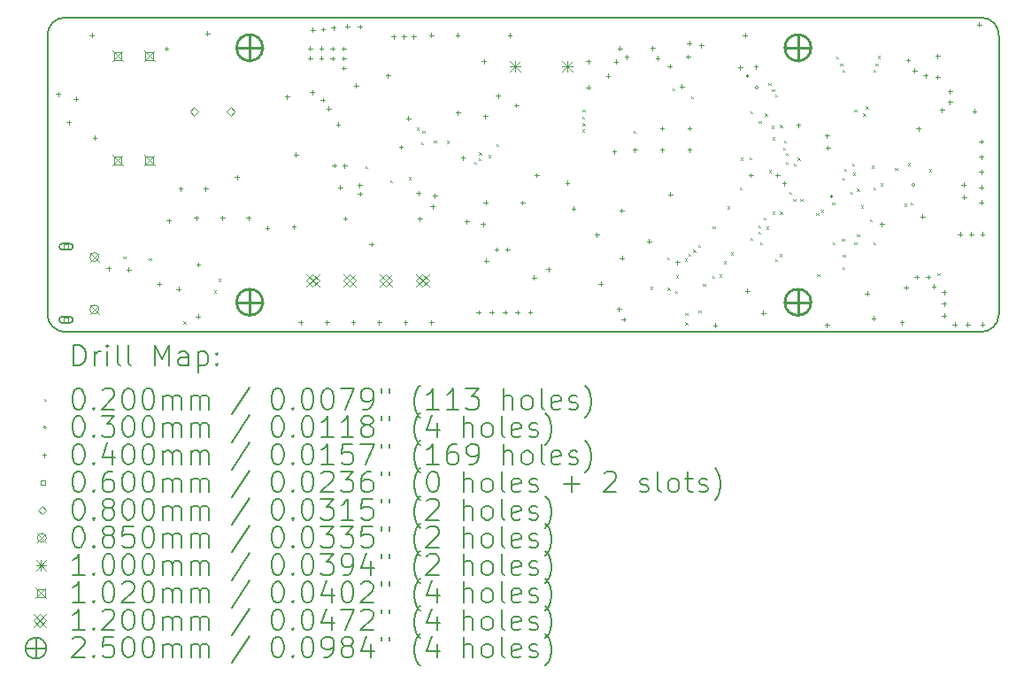
<source format=gbr>
%TF.GenerationSoftware,KiCad,Pcbnew,7.0.8-7.0.8~ubuntu22.04.1*%
%TF.CreationDate,2023-10-30T20:16:43+11:00*%
%TF.ProjectId,Strelka_Flight_Computer,53747265-6c6b-4615-9f46-6c696768745f,2*%
%TF.SameCoordinates,Original*%
%TF.FileFunction,Drillmap*%
%TF.FilePolarity,Positive*%
%FSLAX45Y45*%
G04 Gerber Fmt 4.5, Leading zero omitted, Abs format (unit mm)*
G04 Created by KiCad (PCBNEW 7.0.8-7.0.8~ubuntu22.04.1) date 2023-10-30 20:16:43*
%MOMM*%
%LPD*%
G01*
G04 APERTURE LIST*
%ADD10C,0.200000*%
%ADD11C,0.020000*%
%ADD12C,0.030000*%
%ADD13C,0.040000*%
%ADD14C,0.060000*%
%ADD15C,0.080000*%
%ADD16C,0.085000*%
%ADD17C,0.100000*%
%ADD18C,0.102000*%
%ADD19C,0.120000*%
%ADD20C,0.250000*%
G04 APERTURE END LIST*
D10*
X18927600Y-5006060D02*
X18927600Y-7673079D01*
X9825961Y-7667020D02*
G75*
G03*
X9995960Y-7841059I172019J-2020D01*
G01*
X18755580Y-4831108D02*
X10000000Y-4831110D01*
X9825961Y-5000000D02*
X9825961Y-7667020D01*
X18927600Y-5006060D02*
G75*
G03*
X18755580Y-4831108I-167940J6920D01*
G01*
X18755580Y-7841059D02*
X9995960Y-7841059D01*
X10000000Y-4831094D02*
G75*
G03*
X9825961Y-5000000I-2020J-172036D01*
G01*
X18755580Y-7841063D02*
G75*
G03*
X18927600Y-7673079I3980J167993D01*
G01*
D11*
X10552500Y-7117500D02*
X10572500Y-7137500D01*
X10572500Y-7117500D02*
X10552500Y-7137500D01*
X10797500Y-7137450D02*
X10817500Y-7157450D01*
X10817500Y-7137450D02*
X10797500Y-7157450D01*
X11128158Y-7740000D02*
X11148158Y-7760000D01*
X11148158Y-7740000D02*
X11128158Y-7760000D01*
X11418158Y-7442450D02*
X11438158Y-7462450D01*
X11438158Y-7442450D02*
X11418158Y-7462450D01*
X11463462Y-7335304D02*
X11483462Y-7355304D01*
X11483462Y-7335304D02*
X11463462Y-7355304D01*
X12867500Y-6252500D02*
X12887500Y-6272500D01*
X12887500Y-6252500D02*
X12867500Y-6272500D01*
X13105050Y-6387500D02*
X13125050Y-6407500D01*
X13125050Y-6387500D02*
X13105050Y-6407500D01*
X13280000Y-6360000D02*
X13300000Y-6380000D01*
X13300000Y-6360000D02*
X13280000Y-6380000D01*
X13357500Y-5887500D02*
X13377500Y-5907500D01*
X13377500Y-5887500D02*
X13357500Y-5907500D01*
X13400000Y-6025000D02*
X13420000Y-6045000D01*
X13420000Y-6025000D02*
X13400000Y-6045000D01*
X13414922Y-5917852D02*
X13434922Y-5937852D01*
X13434922Y-5917852D02*
X13414922Y-5937852D01*
X13525000Y-6007500D02*
X13545000Y-6027500D01*
X13545000Y-6007500D02*
X13525000Y-6027500D01*
X13647500Y-6012500D02*
X13667500Y-6032500D01*
X13667500Y-6012500D02*
X13647500Y-6032500D01*
X13907500Y-6212500D02*
X13927500Y-6232500D01*
X13927500Y-6212500D02*
X13907500Y-6232500D01*
X13948858Y-6176319D02*
X13968858Y-6196319D01*
X13968858Y-6176319D02*
X13948858Y-6196319D01*
X13956452Y-6121896D02*
X13976452Y-6141896D01*
X13976452Y-6121896D02*
X13956452Y-6141896D01*
X14044158Y-6147500D02*
X14064158Y-6167500D01*
X14064158Y-6147500D02*
X14044158Y-6167500D01*
X14120658Y-6045000D02*
X14140658Y-6065000D01*
X14140658Y-6045000D02*
X14120658Y-6065000D01*
X14942500Y-5780000D02*
X14962500Y-5800000D01*
X14962500Y-5780000D02*
X14942500Y-5800000D01*
X14942500Y-5902500D02*
X14962500Y-5922500D01*
X14962500Y-5902500D02*
X14942500Y-5922500D01*
X14945000Y-5715000D02*
X14965000Y-5735000D01*
X14965000Y-5715000D02*
X14945000Y-5735000D01*
X14945000Y-5845000D02*
X14965000Y-5865000D01*
X14965000Y-5845000D02*
X14945000Y-5865000D01*
X15435000Y-5915000D02*
X15455000Y-5935000D01*
X15455000Y-5915000D02*
X15435000Y-5935000D01*
X15595585Y-7410000D02*
X15615585Y-7430000D01*
X15615585Y-7410000D02*
X15595585Y-7430000D01*
X15752500Y-7127500D02*
X15772500Y-7147500D01*
X15772500Y-7127500D02*
X15752500Y-7147500D01*
X15760000Y-7420000D02*
X15780000Y-7440000D01*
X15780000Y-7420000D02*
X15760000Y-7440000D01*
X15807737Y-5509246D02*
X15827737Y-5529246D01*
X15827737Y-5509246D02*
X15807737Y-5529246D01*
X15830000Y-7450000D02*
X15850000Y-7470000D01*
X15850000Y-7450000D02*
X15830000Y-7470000D01*
X15840000Y-7300000D02*
X15860000Y-7320000D01*
X15860000Y-7300000D02*
X15840000Y-7320000D01*
X15921799Y-7139924D02*
X15941799Y-7159924D01*
X15941799Y-7139924D02*
X15921799Y-7159924D01*
X15930000Y-7660000D02*
X15950000Y-7680000D01*
X15950000Y-7660000D02*
X15930000Y-7680000D01*
X15930000Y-7750000D02*
X15950000Y-7770000D01*
X15950000Y-7750000D02*
X15930000Y-7770000D01*
X15960000Y-7095000D02*
X15980000Y-7115000D01*
X15980000Y-7095000D02*
X15960000Y-7115000D01*
X15982500Y-5587500D02*
X16002500Y-5607500D01*
X16002500Y-5587500D02*
X15982500Y-5607500D01*
X16004957Y-7055125D02*
X16024957Y-7075125D01*
X16024957Y-7055125D02*
X16004957Y-7075125D01*
X16050000Y-7010000D02*
X16070000Y-7030000D01*
X16070000Y-7010000D02*
X16050000Y-7030000D01*
X16054251Y-7632550D02*
X16074251Y-7652550D01*
X16074251Y-7632550D02*
X16054251Y-7652550D01*
X16097500Y-7380000D02*
X16117500Y-7400000D01*
X16117500Y-7380000D02*
X16097500Y-7400000D01*
X16187164Y-7302596D02*
X16207164Y-7322596D01*
X16207164Y-7302596D02*
X16187164Y-7322596D01*
X16190000Y-6830000D02*
X16210000Y-6850000D01*
X16210000Y-6830000D02*
X16190000Y-6850000D01*
X16252560Y-7290757D02*
X16272560Y-7310757D01*
X16272560Y-7290757D02*
X16252560Y-7310757D01*
X16297500Y-7165000D02*
X16317500Y-7185000D01*
X16317500Y-7165000D02*
X16297500Y-7185000D01*
X16330000Y-6640000D02*
X16350000Y-6660000D01*
X16350000Y-6640000D02*
X16330000Y-6660000D01*
X16364468Y-7081398D02*
X16384468Y-7101398D01*
X16384468Y-7081398D02*
X16364468Y-7101398D01*
X16450000Y-6460000D02*
X16470000Y-6480000D01*
X16470000Y-6460000D02*
X16450000Y-6480000D01*
X16460000Y-6175000D02*
X16480000Y-6195000D01*
X16480000Y-6175000D02*
X16460000Y-6195000D01*
X16540000Y-6170000D02*
X16560000Y-6190000D01*
X16560000Y-6170000D02*
X16540000Y-6190000D01*
X16550000Y-5730000D02*
X16570000Y-5750000D01*
X16570000Y-5730000D02*
X16550000Y-5750000D01*
X16553158Y-6942000D02*
X16573158Y-6962000D01*
X16573158Y-6942000D02*
X16553158Y-6962000D01*
X16628490Y-6880000D02*
X16648490Y-6900000D01*
X16648490Y-6880000D02*
X16628490Y-6900000D01*
X16628743Y-6821257D02*
X16648743Y-6841257D01*
X16648743Y-6821257D02*
X16628743Y-6841257D01*
X16630000Y-5823561D02*
X16650000Y-5843561D01*
X16650000Y-5823561D02*
X16630000Y-5843561D01*
X16642500Y-6982500D02*
X16662500Y-7002500D01*
X16662500Y-6982500D02*
X16642500Y-7002500D01*
X16680000Y-6745000D02*
X16700000Y-6765000D01*
X16700000Y-6745000D02*
X16680000Y-6765000D01*
X16690000Y-5750000D02*
X16710000Y-5770000D01*
X16710000Y-5750000D02*
X16690000Y-5770000D01*
X16702500Y-6835000D02*
X16722500Y-6855000D01*
X16722500Y-6835000D02*
X16702500Y-6855000D01*
X16724307Y-5458615D02*
X16744307Y-5478615D01*
X16744307Y-5458615D02*
X16724307Y-5478615D01*
X16726719Y-6292345D02*
X16746719Y-6312345D01*
X16746719Y-6292345D02*
X16726719Y-6312345D01*
X16752579Y-5870050D02*
X16772579Y-5890050D01*
X16772579Y-5870050D02*
X16752579Y-5890050D01*
X16759376Y-5519377D02*
X16779376Y-5539377D01*
X16779376Y-5519377D02*
X16759376Y-5539377D01*
X16765000Y-5980000D02*
X16785000Y-6000000D01*
X16785000Y-5980000D02*
X16765000Y-6000000D01*
X16765000Y-6690000D02*
X16785000Y-6710000D01*
X16785000Y-6690000D02*
X16765000Y-6710000D01*
X16787500Y-7145000D02*
X16807500Y-7165000D01*
X16807500Y-7145000D02*
X16787500Y-7165000D01*
X16790000Y-5570000D02*
X16810000Y-5590000D01*
X16810000Y-5570000D02*
X16790000Y-5590000D01*
X16832096Y-7097780D02*
X16852096Y-7117780D01*
X16852096Y-7097780D02*
X16832096Y-7117780D01*
X16835000Y-6690000D02*
X16855000Y-6710000D01*
X16855000Y-6690000D02*
X16835000Y-6710000D01*
X16835100Y-5861746D02*
X16855100Y-5881746D01*
X16855100Y-5861746D02*
X16835100Y-5881746D01*
X16864308Y-6078615D02*
X16884308Y-6098615D01*
X16884308Y-6078615D02*
X16864308Y-6098615D01*
X16874900Y-6010306D02*
X16894900Y-6030306D01*
X16894900Y-6010306D02*
X16874900Y-6030306D01*
X16890000Y-6130000D02*
X16910000Y-6150000D01*
X16910000Y-6130000D02*
X16890000Y-6150000D01*
X16890000Y-6210000D02*
X16910000Y-6230000D01*
X16910000Y-6210000D02*
X16890000Y-6230000D01*
X16923750Y-6501250D02*
X16943750Y-6521250D01*
X16943750Y-6501250D02*
X16923750Y-6521250D01*
X16960000Y-6565000D02*
X16980000Y-6585000D01*
X16980000Y-6565000D02*
X16960000Y-6585000D01*
X16965002Y-6230000D02*
X16985002Y-6250000D01*
X16985002Y-6230000D02*
X16965002Y-6250000D01*
X17005000Y-6175000D02*
X17025000Y-6195000D01*
X17025000Y-6175000D02*
X17005000Y-6195000D01*
X17030000Y-6570000D02*
X17050000Y-6590000D01*
X17050000Y-6570000D02*
X17030000Y-6590000D01*
X17180177Y-6701605D02*
X17200177Y-6721605D01*
X17200177Y-6701605D02*
X17180177Y-6721605D01*
X17190000Y-7290000D02*
X17210000Y-7310000D01*
X17210000Y-7290000D02*
X17190000Y-7310000D01*
X17227522Y-6673712D02*
X17247522Y-6693712D01*
X17247522Y-6673712D02*
X17227522Y-6693712D01*
X17333557Y-6603149D02*
X17353557Y-6623149D01*
X17353557Y-6603149D02*
X17333557Y-6623149D01*
X17340000Y-6985000D02*
X17360000Y-7005000D01*
X17360000Y-6985000D02*
X17340000Y-7005000D01*
X17372500Y-5205000D02*
X17392500Y-5225000D01*
X17392500Y-5205000D02*
X17372500Y-5225000D01*
X17410000Y-5270000D02*
X17430000Y-5290000D01*
X17430000Y-5270000D02*
X17410000Y-5290000D01*
X17428158Y-6947500D02*
X17448158Y-6967500D01*
X17448158Y-6947500D02*
X17428158Y-6967500D01*
X17430000Y-6365000D02*
X17450000Y-6385000D01*
X17450000Y-6365000D02*
X17430000Y-6385000D01*
X17430864Y-5330000D02*
X17450864Y-5350000D01*
X17450864Y-5330000D02*
X17430864Y-5350000D01*
X17432450Y-7217070D02*
X17452450Y-7237070D01*
X17452450Y-7217070D02*
X17432450Y-7237070D01*
X17435658Y-7102500D02*
X17455658Y-7122500D01*
X17455658Y-7102500D02*
X17435658Y-7122500D01*
X17450000Y-6277500D02*
X17470000Y-6297500D01*
X17470000Y-6277500D02*
X17450000Y-6297500D01*
X17510000Y-6500000D02*
X17530000Y-6520000D01*
X17530000Y-6500000D02*
X17510000Y-6520000D01*
X17525000Y-6229950D02*
X17545000Y-6249950D01*
X17545000Y-6229950D02*
X17525000Y-6249950D01*
X17532488Y-6317500D02*
X17552488Y-6337500D01*
X17552488Y-6317500D02*
X17532488Y-6337500D01*
X17545000Y-5712500D02*
X17565000Y-5732500D01*
X17565000Y-5712500D02*
X17545000Y-5732500D01*
X17545000Y-6980000D02*
X17565000Y-7000000D01*
X17565000Y-6980000D02*
X17545000Y-7000000D01*
X17570000Y-6470000D02*
X17590000Y-6490000D01*
X17590000Y-6470000D02*
X17570000Y-6490000D01*
X17570057Y-6904950D02*
X17590057Y-6924950D01*
X17590057Y-6904950D02*
X17570057Y-6924950D01*
X17610001Y-6629999D02*
X17630001Y-6649999D01*
X17630001Y-6629999D02*
X17610001Y-6649999D01*
X17629997Y-5749462D02*
X17649997Y-5769462D01*
X17649997Y-5749462D02*
X17629997Y-5769462D01*
X17655000Y-5682500D02*
X17675000Y-5702500D01*
X17675000Y-5682500D02*
X17655000Y-5702500D01*
X17692000Y-6762500D02*
X17712000Y-6782500D01*
X17712000Y-6762500D02*
X17692000Y-6782500D01*
X17710000Y-6250000D02*
X17730000Y-6270000D01*
X17730000Y-6250000D02*
X17710000Y-6270000D01*
X17730000Y-5330000D02*
X17750000Y-5350000D01*
X17750000Y-5330000D02*
X17730000Y-5350000D01*
X17730000Y-6457500D02*
X17750000Y-6477500D01*
X17750000Y-6457500D02*
X17730000Y-6477500D01*
X17730000Y-6980000D02*
X17750000Y-7000000D01*
X17750000Y-6980000D02*
X17730000Y-7000000D01*
X17750001Y-5270000D02*
X17770001Y-5290000D01*
X17770001Y-5270000D02*
X17750001Y-5290000D01*
X17770000Y-5200000D02*
X17790000Y-5220000D01*
X17790000Y-5200000D02*
X17770000Y-5220000D01*
X17793816Y-6420314D02*
X17813816Y-6440314D01*
X17813816Y-6420314D02*
X17793816Y-6440314D01*
X17935000Y-6270000D02*
X17955000Y-6290000D01*
X17955000Y-6270000D02*
X17935000Y-6290000D01*
X18022500Y-6615000D02*
X18042500Y-6635000D01*
X18042500Y-6615000D02*
X18022500Y-6635000D01*
X18060000Y-6225000D02*
X18080000Y-6245000D01*
X18080000Y-6225000D02*
X18060000Y-6245000D01*
X18082500Y-6600000D02*
X18102500Y-6620000D01*
X18102500Y-6600000D02*
X18082500Y-6620000D01*
X18260000Y-6285000D02*
X18280000Y-6305000D01*
X18280000Y-6285000D02*
X18260000Y-6305000D01*
X18340000Y-7280000D02*
X18360000Y-7300000D01*
X18360000Y-7280000D02*
X18340000Y-7300000D01*
D12*
X16537500Y-5392500D02*
G75*
G03*
X16537500Y-5392500I-15000J0D01*
G01*
X16627013Y-5502598D02*
G75*
G03*
X16627013Y-5502598I-15000J0D01*
G01*
X17342500Y-6542500D02*
G75*
G03*
X17342500Y-6542500I-15000J0D01*
G01*
X18125000Y-6435000D02*
G75*
G03*
X18125000Y-6435000I-15000J0D01*
G01*
D13*
X9928158Y-5544000D02*
X9928158Y-5584000D01*
X9908158Y-5564000D02*
X9948158Y-5564000D01*
X10030658Y-5815000D02*
X10030658Y-5855000D01*
X10010658Y-5835000D02*
X10050658Y-5835000D01*
X10098158Y-5589000D02*
X10098158Y-5629000D01*
X10078158Y-5609000D02*
X10118158Y-5609000D01*
X10250000Y-4980000D02*
X10250000Y-5020000D01*
X10230000Y-5000000D02*
X10270000Y-5000000D01*
X10279158Y-5963000D02*
X10279158Y-6003000D01*
X10259158Y-5983000D02*
X10299158Y-5983000D01*
X10410000Y-7212500D02*
X10410000Y-7252500D01*
X10390000Y-7232500D02*
X10430000Y-7232500D01*
X10602500Y-7225000D02*
X10602500Y-7265000D01*
X10582500Y-7245000D02*
X10622500Y-7245000D01*
X10893158Y-7362500D02*
X10893158Y-7402500D01*
X10873158Y-7382500D02*
X10913158Y-7382500D01*
X10965000Y-5110000D02*
X10965000Y-5150000D01*
X10945000Y-5130000D02*
X10985000Y-5130000D01*
X10987500Y-6755000D02*
X10987500Y-6795000D01*
X10967500Y-6775000D02*
X11007500Y-6775000D01*
X11080000Y-7410000D02*
X11080000Y-7450000D01*
X11060000Y-7430000D02*
X11100000Y-7430000D01*
X11100000Y-6450000D02*
X11100000Y-6490000D01*
X11080000Y-6470000D02*
X11120000Y-6470000D01*
X11250000Y-6730000D02*
X11250000Y-6770000D01*
X11230000Y-6750000D02*
X11270000Y-6750000D01*
X11265000Y-7672500D02*
X11265000Y-7712500D01*
X11245000Y-7692500D02*
X11285000Y-7692500D01*
X11270000Y-7175000D02*
X11270000Y-7215000D01*
X11250000Y-7195000D02*
X11290000Y-7195000D01*
X11340000Y-6450000D02*
X11340000Y-6490000D01*
X11320000Y-6470000D02*
X11360000Y-6470000D01*
X11357500Y-4962500D02*
X11357500Y-5002500D01*
X11337500Y-4982500D02*
X11377500Y-4982500D01*
X11500000Y-6730000D02*
X11500000Y-6770000D01*
X11480000Y-6750000D02*
X11520000Y-6750000D01*
X11640000Y-6340000D02*
X11640000Y-6380000D01*
X11620000Y-6360000D02*
X11660000Y-6360000D01*
X11750000Y-6730000D02*
X11750000Y-6770000D01*
X11730000Y-6750000D02*
X11770000Y-6750000D01*
X11930000Y-6825000D02*
X11930000Y-6865000D01*
X11910000Y-6845000D02*
X11950000Y-6845000D01*
X12117750Y-5570144D02*
X12117750Y-5610144D01*
X12097750Y-5590144D02*
X12137750Y-5590144D01*
X12182500Y-6815000D02*
X12182500Y-6855000D01*
X12162500Y-6835000D02*
X12202500Y-6835000D01*
X12202500Y-6122450D02*
X12202500Y-6162450D01*
X12182500Y-6142450D02*
X12222500Y-6142450D01*
X12250000Y-7730000D02*
X12250000Y-7770000D01*
X12230000Y-7750000D02*
X12270000Y-7750000D01*
X12337500Y-5107500D02*
X12337500Y-5147500D01*
X12317500Y-5127500D02*
X12357500Y-5127500D01*
X12337500Y-5200000D02*
X12337500Y-5240000D01*
X12317500Y-5220000D02*
X12357500Y-5220000D01*
X12357500Y-5527500D02*
X12357500Y-5567500D01*
X12337500Y-5547500D02*
X12377500Y-5547500D01*
X12363158Y-4930000D02*
X12363158Y-4970000D01*
X12343158Y-4950000D02*
X12383158Y-4950000D01*
X12445000Y-5107500D02*
X12445000Y-5147500D01*
X12425000Y-5127500D02*
X12465000Y-5127500D01*
X12445000Y-5200000D02*
X12445000Y-5240000D01*
X12425000Y-5220000D02*
X12465000Y-5220000D01*
X12460000Y-5600000D02*
X12460000Y-5640000D01*
X12440000Y-5620000D02*
X12480000Y-5620000D01*
X12463158Y-4922500D02*
X12463158Y-4962500D01*
X12443158Y-4942500D02*
X12483158Y-4942500D01*
X12500000Y-7730000D02*
X12500000Y-7770000D01*
X12480000Y-7750000D02*
X12520000Y-7750000D01*
X12515447Y-5683221D02*
X12515447Y-5723221D01*
X12495447Y-5703221D02*
X12535447Y-5703221D01*
X12552500Y-5110000D02*
X12552500Y-5150000D01*
X12532500Y-5130000D02*
X12572500Y-5130000D01*
X12552500Y-5202500D02*
X12552500Y-5242500D01*
X12532500Y-5222500D02*
X12572500Y-5222500D01*
X12560658Y-4910000D02*
X12560658Y-4950000D01*
X12540658Y-4930000D02*
X12580658Y-4930000D01*
X12570000Y-6227500D02*
X12570000Y-6267500D01*
X12550000Y-6247500D02*
X12590000Y-6247500D01*
X12606206Y-5836344D02*
X12606206Y-5876344D01*
X12586206Y-5856344D02*
X12626206Y-5856344D01*
X12625000Y-6435000D02*
X12625000Y-6475000D01*
X12605000Y-6455000D02*
X12645000Y-6455000D01*
X12660000Y-5110000D02*
X12660000Y-5150000D01*
X12640000Y-5130000D02*
X12680000Y-5130000D01*
X12660000Y-5202500D02*
X12660000Y-5242500D01*
X12640000Y-5222500D02*
X12680000Y-5222500D01*
X12660000Y-5295000D02*
X12660000Y-5335000D01*
X12640000Y-5315000D02*
X12680000Y-5315000D01*
X12669916Y-6230129D02*
X12669916Y-6270129D01*
X12649916Y-6250129D02*
X12689916Y-6250129D01*
X12675000Y-6735000D02*
X12675000Y-6775000D01*
X12655000Y-6755000D02*
X12695000Y-6755000D01*
X12695658Y-4895000D02*
X12695658Y-4935000D01*
X12675658Y-4915000D02*
X12715658Y-4915000D01*
X12750000Y-7730000D02*
X12750000Y-7770000D01*
X12730000Y-7750000D02*
X12770000Y-7750000D01*
X12780000Y-5462500D02*
X12780000Y-5502500D01*
X12760000Y-5482500D02*
X12800000Y-5482500D01*
X12812151Y-6417203D02*
X12812151Y-6457203D01*
X12792151Y-6437203D02*
X12832151Y-6437203D01*
X12815000Y-6497500D02*
X12815000Y-6537500D01*
X12795000Y-6517500D02*
X12835000Y-6517500D01*
X12815658Y-4897500D02*
X12815658Y-4937500D01*
X12795658Y-4917500D02*
X12835658Y-4917500D01*
X12924522Y-6979848D02*
X12924522Y-7019848D01*
X12904522Y-6999848D02*
X12944522Y-6999848D01*
X13000000Y-7730000D02*
X13000000Y-7770000D01*
X12980000Y-7750000D02*
X13020000Y-7750000D01*
X13085000Y-5367500D02*
X13085000Y-5407500D01*
X13065000Y-5387500D02*
X13105000Y-5387500D01*
X13138158Y-4992500D02*
X13138158Y-5032500D01*
X13118158Y-5012500D02*
X13158158Y-5012500D01*
X13207500Y-6050000D02*
X13207500Y-6090000D01*
X13187500Y-6070000D02*
X13227500Y-6070000D01*
X13235658Y-4992500D02*
X13235658Y-5032500D01*
X13215658Y-5012500D02*
X13255658Y-5012500D01*
X13250000Y-7730000D02*
X13250000Y-7770000D01*
X13230000Y-7750000D02*
X13270000Y-7750000D01*
X13277500Y-5775000D02*
X13277500Y-5815000D01*
X13257500Y-5795000D02*
X13297500Y-5795000D01*
X13330658Y-4992500D02*
X13330658Y-5032500D01*
X13310658Y-5012500D02*
X13350658Y-5012500D01*
X13373158Y-6492500D02*
X13373158Y-6532500D01*
X13353158Y-6512500D02*
X13393158Y-6512500D01*
X13387500Y-6737500D02*
X13387500Y-6777500D01*
X13367500Y-6757500D02*
X13407500Y-6757500D01*
X13500000Y-4980000D02*
X13500000Y-5020000D01*
X13480000Y-5000000D02*
X13520000Y-5000000D01*
X13500000Y-7730000D02*
X13500000Y-7770000D01*
X13480000Y-7750000D02*
X13520000Y-7750000D01*
X13510000Y-6620000D02*
X13510000Y-6660000D01*
X13490000Y-6640000D02*
X13530000Y-6640000D01*
X13533058Y-6517876D02*
X13533058Y-6557876D01*
X13513058Y-6537876D02*
X13553058Y-6537876D01*
X13750000Y-4980000D02*
X13750000Y-5020000D01*
X13730000Y-5000000D02*
X13770000Y-5000000D01*
X13752500Y-5722500D02*
X13752500Y-5762500D01*
X13732500Y-5742500D02*
X13772500Y-5742500D01*
X13800658Y-6155000D02*
X13800658Y-6195000D01*
X13780658Y-6175000D02*
X13820658Y-6175000D01*
X13837500Y-6765000D02*
X13837500Y-6805000D01*
X13817500Y-6785000D02*
X13857500Y-6785000D01*
X13950658Y-7632500D02*
X13950658Y-7672500D01*
X13930658Y-7652500D02*
X13970658Y-7652500D01*
X13991477Y-6787450D02*
X13991477Y-6827450D01*
X13971477Y-6807450D02*
X14011477Y-6807450D01*
X14000000Y-5230000D02*
X14000000Y-5270000D01*
X13980000Y-5250000D02*
X14020000Y-5250000D01*
X14015658Y-5757500D02*
X14015658Y-5797500D01*
X13995658Y-5777500D02*
X14035658Y-5777500D01*
X14018653Y-6578849D02*
X14018653Y-6618849D01*
X13998653Y-6598849D02*
X14038653Y-6598849D01*
X14022500Y-7140000D02*
X14022500Y-7180000D01*
X14002500Y-7160000D02*
X14042500Y-7160000D01*
X14078158Y-7632500D02*
X14078158Y-7672500D01*
X14058158Y-7652500D02*
X14098158Y-7652500D01*
X14122500Y-7030935D02*
X14122500Y-7070935D01*
X14102500Y-7050935D02*
X14142500Y-7050935D01*
X14137500Y-5562500D02*
X14137500Y-5602500D01*
X14117500Y-5582500D02*
X14157500Y-5582500D01*
X14203158Y-7632500D02*
X14203158Y-7672500D01*
X14183158Y-7652500D02*
X14223158Y-7652500D01*
X14227500Y-7030935D02*
X14227500Y-7070935D01*
X14207500Y-7050935D02*
X14247500Y-7050935D01*
X14250000Y-4980000D02*
X14250000Y-5020000D01*
X14230000Y-5000000D02*
X14270000Y-5000000D01*
X14312500Y-5652500D02*
X14312500Y-5692500D01*
X14292500Y-5672500D02*
X14332500Y-5672500D01*
X14323158Y-7632500D02*
X14323158Y-7672500D01*
X14303158Y-7652500D02*
X14343158Y-7652500D01*
X14370000Y-6582500D02*
X14370000Y-6622500D01*
X14350000Y-6602500D02*
X14390000Y-6602500D01*
X14443158Y-7632500D02*
X14443158Y-7672500D01*
X14423158Y-7652500D02*
X14463158Y-7652500D01*
X14480000Y-7300000D02*
X14480000Y-7340000D01*
X14460000Y-7320000D02*
X14500000Y-7320000D01*
X14507500Y-6320000D02*
X14507500Y-6360000D01*
X14487500Y-6340000D02*
X14527500Y-6340000D01*
X14620000Y-7220000D02*
X14620000Y-7260000D01*
X14600000Y-7240000D02*
X14640000Y-7240000D01*
X14800000Y-6395000D02*
X14800000Y-6435000D01*
X14780000Y-6415000D02*
X14820000Y-6415000D01*
X14860000Y-6640000D02*
X14860000Y-6680000D01*
X14840000Y-6660000D02*
X14880000Y-6660000D01*
X15000000Y-5230000D02*
X15000000Y-5270000D01*
X14980000Y-5250000D02*
X15020000Y-5250000D01*
X15000000Y-5480000D02*
X15000000Y-5520000D01*
X14980000Y-5500000D02*
X15020000Y-5500000D01*
X15080658Y-6890000D02*
X15080658Y-6930000D01*
X15060658Y-6910000D02*
X15100658Y-6910000D01*
X15120000Y-7360000D02*
X15120000Y-7400000D01*
X15100000Y-7380000D02*
X15140000Y-7380000D01*
X15189133Y-5368541D02*
X15189133Y-5408541D01*
X15169133Y-5388541D02*
X15209133Y-5388541D01*
X15247500Y-6095000D02*
X15247500Y-6135000D01*
X15227500Y-6115000D02*
X15267500Y-6115000D01*
X15265000Y-5235000D02*
X15265000Y-5275000D01*
X15245000Y-5255000D02*
X15285000Y-5255000D01*
X15294373Y-7602500D02*
X15294373Y-7642500D01*
X15274373Y-7622500D02*
X15314373Y-7622500D01*
X15300943Y-5106999D02*
X15300943Y-5146999D01*
X15280943Y-5126999D02*
X15320943Y-5126999D01*
X15320000Y-6660000D02*
X15320000Y-6700000D01*
X15300000Y-6680000D02*
X15340000Y-6680000D01*
X15320658Y-7112500D02*
X15320658Y-7152500D01*
X15300658Y-7132500D02*
X15340658Y-7132500D01*
X15340000Y-7700000D02*
X15340000Y-7740000D01*
X15320000Y-7720000D02*
X15360000Y-7720000D01*
X15366108Y-5187703D02*
X15366108Y-5227703D01*
X15346108Y-5207703D02*
X15386108Y-5207703D01*
X15445000Y-6077500D02*
X15445000Y-6117500D01*
X15425000Y-6097500D02*
X15465000Y-6097500D01*
X15581909Y-6952442D02*
X15581909Y-6992442D01*
X15561909Y-6972442D02*
X15601909Y-6972442D01*
X15615000Y-5105000D02*
X15615000Y-5145000D01*
X15595000Y-5125000D02*
X15635000Y-5125000D01*
X15662779Y-5200333D02*
X15662779Y-5240333D01*
X15642779Y-5220333D02*
X15682779Y-5220333D01*
X15705000Y-5872500D02*
X15705000Y-5912500D01*
X15685000Y-5892500D02*
X15725000Y-5892500D01*
X15705000Y-6077500D02*
X15705000Y-6117500D01*
X15685000Y-6097500D02*
X15725000Y-6097500D01*
X15780000Y-5280000D02*
X15780000Y-5320000D01*
X15760000Y-5300000D02*
X15800000Y-5300000D01*
X15785000Y-6505000D02*
X15785000Y-6545000D01*
X15765000Y-6525000D02*
X15805000Y-6525000D01*
X15852500Y-7152500D02*
X15852500Y-7192500D01*
X15832500Y-7172500D02*
X15872500Y-7172500D01*
X15895199Y-5470857D02*
X15895199Y-5510857D01*
X15875199Y-5490857D02*
X15915199Y-5490857D01*
X15955000Y-5185000D02*
X15955000Y-5225000D01*
X15935000Y-5205000D02*
X15975000Y-5205000D01*
X15965000Y-5055000D02*
X15965000Y-5095000D01*
X15945000Y-5075000D02*
X15985000Y-5075000D01*
X15967500Y-5872500D02*
X15967500Y-5912500D01*
X15947500Y-5892500D02*
X15987500Y-5892500D01*
X15967500Y-6077500D02*
X15967500Y-6117500D01*
X15947500Y-6097500D02*
X15987500Y-6097500D01*
X16080000Y-5080000D02*
X16080000Y-5120000D01*
X16060000Y-5100000D02*
X16100000Y-5100000D01*
X16212500Y-7757500D02*
X16212500Y-7797500D01*
X16192500Y-7777500D02*
X16232500Y-7777500D01*
X16454158Y-5289000D02*
X16454158Y-5329000D01*
X16434158Y-5309000D02*
X16474158Y-5309000D01*
X16500000Y-4980000D02*
X16500000Y-5020000D01*
X16480000Y-5000000D02*
X16520000Y-5000000D01*
X16521172Y-7425513D02*
X16521172Y-7465513D01*
X16501172Y-7445513D02*
X16541172Y-7445513D01*
X16554158Y-6320000D02*
X16554158Y-6360000D01*
X16534158Y-6340000D02*
X16574158Y-6340000D01*
X16602158Y-5281000D02*
X16602158Y-5321000D01*
X16582158Y-5301000D02*
X16622158Y-5301000D01*
X16672060Y-7638400D02*
X16672060Y-7678400D01*
X16652060Y-7658400D02*
X16692060Y-7658400D01*
X16809768Y-6320687D02*
X16809768Y-6360687D01*
X16789768Y-6340687D02*
X16829768Y-6340687D01*
X16875000Y-6400000D02*
X16875000Y-6440000D01*
X16855000Y-6420000D02*
X16895000Y-6420000D01*
X17010338Y-5839664D02*
X17010338Y-5879664D01*
X16990338Y-5859664D02*
X17030338Y-5859664D01*
X17281961Y-5943396D02*
X17281961Y-5983396D01*
X17261961Y-5963396D02*
X17301961Y-5963396D01*
X17282500Y-7755000D02*
X17282500Y-7795000D01*
X17262500Y-7775000D02*
X17302500Y-7775000D01*
X17291608Y-6059000D02*
X17291608Y-6099000D01*
X17271608Y-6079000D02*
X17311608Y-6079000D01*
X17666480Y-7451020D02*
X17666480Y-7491020D01*
X17646480Y-7471020D02*
X17686480Y-7471020D01*
X17730000Y-7690000D02*
X17730000Y-7730000D01*
X17710000Y-7710000D02*
X17750000Y-7710000D01*
X17808158Y-6787500D02*
X17808158Y-6827500D01*
X17788158Y-6807500D02*
X17828158Y-6807500D01*
X18000000Y-7730000D02*
X18000000Y-7770000D01*
X17980000Y-7750000D02*
X18020000Y-7750000D01*
X18040658Y-7395000D02*
X18040658Y-7435000D01*
X18020658Y-7415000D02*
X18060658Y-7415000D01*
X18060000Y-5220000D02*
X18060000Y-5260000D01*
X18040000Y-5240000D02*
X18080000Y-5240000D01*
X18120000Y-5320000D02*
X18120000Y-5360000D01*
X18100000Y-5340000D02*
X18140000Y-5340000D01*
X18140000Y-7295000D02*
X18140000Y-7335000D01*
X18120000Y-7315000D02*
X18160000Y-7315000D01*
X18157500Y-5875000D02*
X18157500Y-5915000D01*
X18137500Y-5895000D02*
X18177500Y-5895000D01*
X18198618Y-6715155D02*
X18198618Y-6755155D01*
X18178618Y-6735155D02*
X18218618Y-6735155D01*
X18227043Y-5366065D02*
X18227043Y-5406065D01*
X18207043Y-5386065D02*
X18247043Y-5386065D01*
X18250000Y-7295000D02*
X18250000Y-7335000D01*
X18230000Y-7315000D02*
X18270000Y-7315000D01*
X18305000Y-7385000D02*
X18305000Y-7425000D01*
X18285000Y-7405000D02*
X18325000Y-7405000D01*
X18340000Y-5180000D02*
X18340000Y-5220000D01*
X18320000Y-5200000D02*
X18360000Y-5200000D01*
X18340000Y-5380000D02*
X18340000Y-5420000D01*
X18320000Y-5400000D02*
X18360000Y-5400000D01*
X18382500Y-5697500D02*
X18382500Y-5737500D01*
X18362500Y-5717500D02*
X18402500Y-5717500D01*
X18405000Y-7440000D02*
X18405000Y-7480000D01*
X18385000Y-7460000D02*
X18425000Y-7460000D01*
X18405000Y-7550000D02*
X18405000Y-7590000D01*
X18385000Y-7570000D02*
X18425000Y-7570000D01*
X18405000Y-7665000D02*
X18405000Y-7705000D01*
X18385000Y-7685000D02*
X18425000Y-7685000D01*
X18460000Y-5520000D02*
X18460000Y-5560000D01*
X18440000Y-5540000D02*
X18480000Y-5540000D01*
X18460000Y-5620000D02*
X18460000Y-5660000D01*
X18440000Y-5640000D02*
X18480000Y-5640000D01*
X18505000Y-7750000D02*
X18505000Y-7790000D01*
X18485000Y-7770000D02*
X18525000Y-7770000D01*
X18555658Y-6885000D02*
X18555658Y-6925000D01*
X18535658Y-6905000D02*
X18575658Y-6905000D01*
X18590000Y-6410000D02*
X18590000Y-6450000D01*
X18570000Y-6430000D02*
X18610000Y-6430000D01*
X18595000Y-6530000D02*
X18595000Y-6570000D01*
X18575000Y-6550000D02*
X18615000Y-6550000D01*
X18630000Y-7750000D02*
X18630000Y-7790000D01*
X18610000Y-7770000D02*
X18650000Y-7770000D01*
X18663158Y-6885000D02*
X18663158Y-6925000D01*
X18643158Y-6905000D02*
X18683158Y-6905000D01*
X18695000Y-5707500D02*
X18695000Y-5747500D01*
X18675000Y-5727500D02*
X18715000Y-5727500D01*
X18740000Y-4880000D02*
X18740000Y-4920000D01*
X18720000Y-4900000D02*
X18760000Y-4900000D01*
X18760000Y-6000000D02*
X18760000Y-6040000D01*
X18740000Y-6020000D02*
X18780000Y-6020000D01*
X18760000Y-6145000D02*
X18760000Y-6185000D01*
X18740000Y-6165000D02*
X18780000Y-6165000D01*
X18760000Y-6290000D02*
X18760000Y-6330000D01*
X18740000Y-6310000D02*
X18780000Y-6310000D01*
X18760000Y-6435000D02*
X18760000Y-6475000D01*
X18740000Y-6455000D02*
X18780000Y-6455000D01*
X18760000Y-6580000D02*
X18760000Y-6620000D01*
X18740000Y-6600000D02*
X18780000Y-6600000D01*
X18770000Y-7750000D02*
X18770000Y-7790000D01*
X18750000Y-7770000D02*
X18790000Y-7770000D01*
X18770658Y-6885000D02*
X18770658Y-6925000D01*
X18750658Y-6905000D02*
X18790658Y-6905000D01*
D14*
X10026213Y-7046213D02*
X10026213Y-7003787D01*
X9983787Y-7003787D01*
X9983787Y-7046213D01*
X10026213Y-7046213D01*
D10*
X9970000Y-7055000D02*
X10040000Y-7055000D01*
X10040000Y-7055000D02*
G75*
G03*
X10040000Y-6995000I0J30000D01*
G01*
X10040000Y-6995000D02*
X9970000Y-6995000D01*
X9970000Y-6995000D02*
G75*
G03*
X9970000Y-7055000I0J-30000D01*
G01*
D14*
X10026213Y-7746213D02*
X10026213Y-7703787D01*
X9983787Y-7703787D01*
X9983787Y-7746213D01*
X10026213Y-7746213D01*
D10*
X10040000Y-7695000D02*
X9970000Y-7695000D01*
X9970000Y-7695000D02*
G75*
G03*
X9970000Y-7755000I0J-30000D01*
G01*
X9970000Y-7755000D02*
X10040000Y-7755000D01*
X10040000Y-7755000D02*
G75*
G03*
X10040000Y-7695000I0J30000D01*
G01*
D15*
X11230000Y-5770000D02*
X11270000Y-5730000D01*
X11230000Y-5690000D01*
X11190000Y-5730000D01*
X11230000Y-5770000D01*
X11580000Y-5770000D02*
X11620000Y-5730000D01*
X11580000Y-5690000D01*
X11540000Y-5730000D01*
X11580000Y-5770000D01*
D16*
X10232500Y-7082500D02*
X10317500Y-7167500D01*
X10317500Y-7082500D02*
X10232500Y-7167500D01*
X10317500Y-7125000D02*
G75*
G03*
X10317500Y-7125000I-42500J0D01*
G01*
X10232500Y-7582500D02*
X10317500Y-7667500D01*
X10317500Y-7582500D02*
X10232500Y-7667500D01*
X10317500Y-7625000D02*
G75*
G03*
X10317500Y-7625000I-42500J0D01*
G01*
D17*
X14250000Y-5250000D02*
X14350000Y-5350000D01*
X14350000Y-5250000D02*
X14250000Y-5350000D01*
X14300000Y-5250000D02*
X14300000Y-5350000D01*
X14250000Y-5300000D02*
X14350000Y-5300000D01*
X14750000Y-5250000D02*
X14850000Y-5350000D01*
X14850000Y-5250000D02*
X14750000Y-5350000D01*
X14800000Y-5250000D02*
X14800000Y-5350000D01*
X14750000Y-5300000D02*
X14850000Y-5300000D01*
D18*
X10449000Y-5149000D02*
X10551000Y-5251000D01*
X10551000Y-5149000D02*
X10449000Y-5251000D01*
X10536063Y-5236063D02*
X10536063Y-5163937D01*
X10463937Y-5163937D01*
X10463937Y-5236063D01*
X10536063Y-5236063D01*
X10449000Y-6149000D02*
X10551000Y-6251000D01*
X10551000Y-6149000D02*
X10449000Y-6251000D01*
X10536063Y-6236063D02*
X10536063Y-6163937D01*
X10463937Y-6163937D01*
X10463937Y-6236063D01*
X10536063Y-6236063D01*
X10749000Y-5149000D02*
X10851000Y-5251000D01*
X10851000Y-5149000D02*
X10749000Y-5251000D01*
X10836063Y-5236063D02*
X10836063Y-5163937D01*
X10763937Y-5163937D01*
X10763937Y-5236063D01*
X10836063Y-5236063D01*
X10749000Y-6149000D02*
X10851000Y-6251000D01*
X10851000Y-6149000D02*
X10749000Y-6251000D01*
X10836063Y-6236063D02*
X10836063Y-6163937D01*
X10763937Y-6163937D01*
X10763937Y-6236063D01*
X10836063Y-6236063D01*
D19*
X12305000Y-7290000D02*
X12425000Y-7410000D01*
X12425000Y-7290000D02*
X12305000Y-7410000D01*
X12365000Y-7410000D02*
X12425000Y-7350000D01*
X12365000Y-7290000D01*
X12305000Y-7350000D01*
X12365000Y-7410000D01*
X12655000Y-7290000D02*
X12775000Y-7410000D01*
X12775000Y-7290000D02*
X12655000Y-7410000D01*
X12715000Y-7410000D02*
X12775000Y-7350000D01*
X12715000Y-7290000D01*
X12655000Y-7350000D01*
X12715000Y-7410000D01*
X13005000Y-7290000D02*
X13125000Y-7410000D01*
X13125000Y-7290000D02*
X13005000Y-7410000D01*
X13065000Y-7410000D02*
X13125000Y-7350000D01*
X13065000Y-7290000D01*
X13005000Y-7350000D01*
X13065000Y-7410000D01*
X13355000Y-7290000D02*
X13475000Y-7410000D01*
X13475000Y-7290000D02*
X13355000Y-7410000D01*
X13415000Y-7410000D02*
X13475000Y-7350000D01*
X13415000Y-7290000D01*
X13355000Y-7350000D01*
X13415000Y-7410000D01*
D20*
X11760960Y-4996060D02*
X11760960Y-5246060D01*
X11635960Y-5121060D02*
X11885960Y-5121060D01*
X11885960Y-5121060D02*
G75*
G03*
X11885960Y-5121060I-125000J0D01*
G01*
X11760960Y-7431579D02*
X11760960Y-7681579D01*
X11635960Y-7556579D02*
X11885960Y-7556579D01*
X11885960Y-7556579D02*
G75*
G03*
X11885960Y-7556579I-125000J0D01*
G01*
X17005960Y-4996060D02*
X17005960Y-5246060D01*
X16880960Y-5121060D02*
X17130960Y-5121060D01*
X17130960Y-5121060D02*
G75*
G03*
X17130960Y-5121060I-125000J0D01*
G01*
X17005960Y-7431579D02*
X17005960Y-7681579D01*
X16880960Y-7556579D02*
X17130960Y-7556579D01*
X17130960Y-7556579D02*
G75*
G03*
X17130960Y-7556579I-125000J0D01*
G01*
D10*
X10076725Y-8162594D02*
X10076725Y-7962594D01*
X10076725Y-7962594D02*
X10124344Y-7962594D01*
X10124344Y-7962594D02*
X10152916Y-7972118D01*
X10152916Y-7972118D02*
X10171964Y-7991165D01*
X10171964Y-7991165D02*
X10181487Y-8010213D01*
X10181487Y-8010213D02*
X10191011Y-8048308D01*
X10191011Y-8048308D02*
X10191011Y-8076880D01*
X10191011Y-8076880D02*
X10181487Y-8114975D01*
X10181487Y-8114975D02*
X10171964Y-8134022D01*
X10171964Y-8134022D02*
X10152916Y-8153070D01*
X10152916Y-8153070D02*
X10124344Y-8162594D01*
X10124344Y-8162594D02*
X10076725Y-8162594D01*
X10276725Y-8162594D02*
X10276725Y-8029261D01*
X10276725Y-8067356D02*
X10286249Y-8048308D01*
X10286249Y-8048308D02*
X10295773Y-8038784D01*
X10295773Y-8038784D02*
X10314821Y-8029261D01*
X10314821Y-8029261D02*
X10333868Y-8029261D01*
X10400535Y-8162594D02*
X10400535Y-8029261D01*
X10400535Y-7962594D02*
X10391011Y-7972118D01*
X10391011Y-7972118D02*
X10400535Y-7981642D01*
X10400535Y-7981642D02*
X10410059Y-7972118D01*
X10410059Y-7972118D02*
X10400535Y-7962594D01*
X10400535Y-7962594D02*
X10400535Y-7981642D01*
X10524344Y-8162594D02*
X10505297Y-8153070D01*
X10505297Y-8153070D02*
X10495773Y-8134022D01*
X10495773Y-8134022D02*
X10495773Y-7962594D01*
X10629106Y-8162594D02*
X10610059Y-8153070D01*
X10610059Y-8153070D02*
X10600535Y-8134022D01*
X10600535Y-8134022D02*
X10600535Y-7962594D01*
X10857678Y-8162594D02*
X10857678Y-7962594D01*
X10857678Y-7962594D02*
X10924345Y-8105451D01*
X10924345Y-8105451D02*
X10991011Y-7962594D01*
X10991011Y-7962594D02*
X10991011Y-8162594D01*
X11171964Y-8162594D02*
X11171964Y-8057832D01*
X11171964Y-8057832D02*
X11162440Y-8038784D01*
X11162440Y-8038784D02*
X11143392Y-8029261D01*
X11143392Y-8029261D02*
X11105297Y-8029261D01*
X11105297Y-8029261D02*
X11086249Y-8038784D01*
X11171964Y-8153070D02*
X11152916Y-8162594D01*
X11152916Y-8162594D02*
X11105297Y-8162594D01*
X11105297Y-8162594D02*
X11086249Y-8153070D01*
X11086249Y-8153070D02*
X11076725Y-8134022D01*
X11076725Y-8134022D02*
X11076725Y-8114975D01*
X11076725Y-8114975D02*
X11086249Y-8095927D01*
X11086249Y-8095927D02*
X11105297Y-8086403D01*
X11105297Y-8086403D02*
X11152916Y-8086403D01*
X11152916Y-8086403D02*
X11171964Y-8076880D01*
X11267202Y-8029261D02*
X11267202Y-8229261D01*
X11267202Y-8038784D02*
X11286249Y-8029261D01*
X11286249Y-8029261D02*
X11324344Y-8029261D01*
X11324344Y-8029261D02*
X11343392Y-8038784D01*
X11343392Y-8038784D02*
X11352916Y-8048308D01*
X11352916Y-8048308D02*
X11362440Y-8067356D01*
X11362440Y-8067356D02*
X11362440Y-8124499D01*
X11362440Y-8124499D02*
X11352916Y-8143546D01*
X11352916Y-8143546D02*
X11343392Y-8153070D01*
X11343392Y-8153070D02*
X11324344Y-8162594D01*
X11324344Y-8162594D02*
X11286249Y-8162594D01*
X11286249Y-8162594D02*
X11267202Y-8153070D01*
X11448154Y-8143546D02*
X11457678Y-8153070D01*
X11457678Y-8153070D02*
X11448154Y-8162594D01*
X11448154Y-8162594D02*
X11438630Y-8153070D01*
X11438630Y-8153070D02*
X11448154Y-8143546D01*
X11448154Y-8143546D02*
X11448154Y-8162594D01*
X11448154Y-8038784D02*
X11457678Y-8048308D01*
X11457678Y-8048308D02*
X11448154Y-8057832D01*
X11448154Y-8057832D02*
X11438630Y-8048308D01*
X11438630Y-8048308D02*
X11448154Y-8038784D01*
X11448154Y-8038784D02*
X11448154Y-8057832D01*
D11*
X9795949Y-8481110D02*
X9815949Y-8501110D01*
X9815949Y-8481110D02*
X9795949Y-8501110D01*
D10*
X10114821Y-8382594D02*
X10133868Y-8382594D01*
X10133868Y-8382594D02*
X10152916Y-8392118D01*
X10152916Y-8392118D02*
X10162440Y-8401642D01*
X10162440Y-8401642D02*
X10171964Y-8420689D01*
X10171964Y-8420689D02*
X10181487Y-8458784D01*
X10181487Y-8458784D02*
X10181487Y-8506404D01*
X10181487Y-8506404D02*
X10171964Y-8544499D01*
X10171964Y-8544499D02*
X10162440Y-8563546D01*
X10162440Y-8563546D02*
X10152916Y-8573070D01*
X10152916Y-8573070D02*
X10133868Y-8582594D01*
X10133868Y-8582594D02*
X10114821Y-8582594D01*
X10114821Y-8582594D02*
X10095773Y-8573070D01*
X10095773Y-8573070D02*
X10086249Y-8563546D01*
X10086249Y-8563546D02*
X10076725Y-8544499D01*
X10076725Y-8544499D02*
X10067202Y-8506404D01*
X10067202Y-8506404D02*
X10067202Y-8458784D01*
X10067202Y-8458784D02*
X10076725Y-8420689D01*
X10076725Y-8420689D02*
X10086249Y-8401642D01*
X10086249Y-8401642D02*
X10095773Y-8392118D01*
X10095773Y-8392118D02*
X10114821Y-8382594D01*
X10267202Y-8563546D02*
X10276725Y-8573070D01*
X10276725Y-8573070D02*
X10267202Y-8582594D01*
X10267202Y-8582594D02*
X10257678Y-8573070D01*
X10257678Y-8573070D02*
X10267202Y-8563546D01*
X10267202Y-8563546D02*
X10267202Y-8582594D01*
X10352916Y-8401642D02*
X10362440Y-8392118D01*
X10362440Y-8392118D02*
X10381487Y-8382594D01*
X10381487Y-8382594D02*
X10429106Y-8382594D01*
X10429106Y-8382594D02*
X10448154Y-8392118D01*
X10448154Y-8392118D02*
X10457678Y-8401642D01*
X10457678Y-8401642D02*
X10467202Y-8420689D01*
X10467202Y-8420689D02*
X10467202Y-8439737D01*
X10467202Y-8439737D02*
X10457678Y-8468308D01*
X10457678Y-8468308D02*
X10343392Y-8582594D01*
X10343392Y-8582594D02*
X10467202Y-8582594D01*
X10591011Y-8382594D02*
X10610059Y-8382594D01*
X10610059Y-8382594D02*
X10629106Y-8392118D01*
X10629106Y-8392118D02*
X10638630Y-8401642D01*
X10638630Y-8401642D02*
X10648154Y-8420689D01*
X10648154Y-8420689D02*
X10657678Y-8458784D01*
X10657678Y-8458784D02*
X10657678Y-8506404D01*
X10657678Y-8506404D02*
X10648154Y-8544499D01*
X10648154Y-8544499D02*
X10638630Y-8563546D01*
X10638630Y-8563546D02*
X10629106Y-8573070D01*
X10629106Y-8573070D02*
X10610059Y-8582594D01*
X10610059Y-8582594D02*
X10591011Y-8582594D01*
X10591011Y-8582594D02*
X10571964Y-8573070D01*
X10571964Y-8573070D02*
X10562440Y-8563546D01*
X10562440Y-8563546D02*
X10552916Y-8544499D01*
X10552916Y-8544499D02*
X10543392Y-8506404D01*
X10543392Y-8506404D02*
X10543392Y-8458784D01*
X10543392Y-8458784D02*
X10552916Y-8420689D01*
X10552916Y-8420689D02*
X10562440Y-8401642D01*
X10562440Y-8401642D02*
X10571964Y-8392118D01*
X10571964Y-8392118D02*
X10591011Y-8382594D01*
X10781487Y-8382594D02*
X10800535Y-8382594D01*
X10800535Y-8382594D02*
X10819583Y-8392118D01*
X10819583Y-8392118D02*
X10829106Y-8401642D01*
X10829106Y-8401642D02*
X10838630Y-8420689D01*
X10838630Y-8420689D02*
X10848154Y-8458784D01*
X10848154Y-8458784D02*
X10848154Y-8506404D01*
X10848154Y-8506404D02*
X10838630Y-8544499D01*
X10838630Y-8544499D02*
X10829106Y-8563546D01*
X10829106Y-8563546D02*
X10819583Y-8573070D01*
X10819583Y-8573070D02*
X10800535Y-8582594D01*
X10800535Y-8582594D02*
X10781487Y-8582594D01*
X10781487Y-8582594D02*
X10762440Y-8573070D01*
X10762440Y-8573070D02*
X10752916Y-8563546D01*
X10752916Y-8563546D02*
X10743392Y-8544499D01*
X10743392Y-8544499D02*
X10733868Y-8506404D01*
X10733868Y-8506404D02*
X10733868Y-8458784D01*
X10733868Y-8458784D02*
X10743392Y-8420689D01*
X10743392Y-8420689D02*
X10752916Y-8401642D01*
X10752916Y-8401642D02*
X10762440Y-8392118D01*
X10762440Y-8392118D02*
X10781487Y-8382594D01*
X10933868Y-8582594D02*
X10933868Y-8449261D01*
X10933868Y-8468308D02*
X10943392Y-8458784D01*
X10943392Y-8458784D02*
X10962440Y-8449261D01*
X10962440Y-8449261D02*
X10991011Y-8449261D01*
X10991011Y-8449261D02*
X11010059Y-8458784D01*
X11010059Y-8458784D02*
X11019583Y-8477832D01*
X11019583Y-8477832D02*
X11019583Y-8582594D01*
X11019583Y-8477832D02*
X11029106Y-8458784D01*
X11029106Y-8458784D02*
X11048154Y-8449261D01*
X11048154Y-8449261D02*
X11076725Y-8449261D01*
X11076725Y-8449261D02*
X11095773Y-8458784D01*
X11095773Y-8458784D02*
X11105297Y-8477832D01*
X11105297Y-8477832D02*
X11105297Y-8582594D01*
X11200535Y-8582594D02*
X11200535Y-8449261D01*
X11200535Y-8468308D02*
X11210059Y-8458784D01*
X11210059Y-8458784D02*
X11229106Y-8449261D01*
X11229106Y-8449261D02*
X11257678Y-8449261D01*
X11257678Y-8449261D02*
X11276725Y-8458784D01*
X11276725Y-8458784D02*
X11286249Y-8477832D01*
X11286249Y-8477832D02*
X11286249Y-8582594D01*
X11286249Y-8477832D02*
X11295773Y-8458784D01*
X11295773Y-8458784D02*
X11314821Y-8449261D01*
X11314821Y-8449261D02*
X11343392Y-8449261D01*
X11343392Y-8449261D02*
X11362440Y-8458784D01*
X11362440Y-8458784D02*
X11371964Y-8477832D01*
X11371964Y-8477832D02*
X11371964Y-8582594D01*
X11762440Y-8373070D02*
X11591011Y-8630213D01*
X12019583Y-8382594D02*
X12038630Y-8382594D01*
X12038630Y-8382594D02*
X12057678Y-8392118D01*
X12057678Y-8392118D02*
X12067202Y-8401642D01*
X12067202Y-8401642D02*
X12076726Y-8420689D01*
X12076726Y-8420689D02*
X12086249Y-8458784D01*
X12086249Y-8458784D02*
X12086249Y-8506404D01*
X12086249Y-8506404D02*
X12076726Y-8544499D01*
X12076726Y-8544499D02*
X12067202Y-8563546D01*
X12067202Y-8563546D02*
X12057678Y-8573070D01*
X12057678Y-8573070D02*
X12038630Y-8582594D01*
X12038630Y-8582594D02*
X12019583Y-8582594D01*
X12019583Y-8582594D02*
X12000535Y-8573070D01*
X12000535Y-8573070D02*
X11991011Y-8563546D01*
X11991011Y-8563546D02*
X11981487Y-8544499D01*
X11981487Y-8544499D02*
X11971964Y-8506404D01*
X11971964Y-8506404D02*
X11971964Y-8458784D01*
X11971964Y-8458784D02*
X11981487Y-8420689D01*
X11981487Y-8420689D02*
X11991011Y-8401642D01*
X11991011Y-8401642D02*
X12000535Y-8392118D01*
X12000535Y-8392118D02*
X12019583Y-8382594D01*
X12171964Y-8563546D02*
X12181487Y-8573070D01*
X12181487Y-8573070D02*
X12171964Y-8582594D01*
X12171964Y-8582594D02*
X12162440Y-8573070D01*
X12162440Y-8573070D02*
X12171964Y-8563546D01*
X12171964Y-8563546D02*
X12171964Y-8582594D01*
X12305297Y-8382594D02*
X12324345Y-8382594D01*
X12324345Y-8382594D02*
X12343392Y-8392118D01*
X12343392Y-8392118D02*
X12352916Y-8401642D01*
X12352916Y-8401642D02*
X12362440Y-8420689D01*
X12362440Y-8420689D02*
X12371964Y-8458784D01*
X12371964Y-8458784D02*
X12371964Y-8506404D01*
X12371964Y-8506404D02*
X12362440Y-8544499D01*
X12362440Y-8544499D02*
X12352916Y-8563546D01*
X12352916Y-8563546D02*
X12343392Y-8573070D01*
X12343392Y-8573070D02*
X12324345Y-8582594D01*
X12324345Y-8582594D02*
X12305297Y-8582594D01*
X12305297Y-8582594D02*
X12286249Y-8573070D01*
X12286249Y-8573070D02*
X12276726Y-8563546D01*
X12276726Y-8563546D02*
X12267202Y-8544499D01*
X12267202Y-8544499D02*
X12257678Y-8506404D01*
X12257678Y-8506404D02*
X12257678Y-8458784D01*
X12257678Y-8458784D02*
X12267202Y-8420689D01*
X12267202Y-8420689D02*
X12276726Y-8401642D01*
X12276726Y-8401642D02*
X12286249Y-8392118D01*
X12286249Y-8392118D02*
X12305297Y-8382594D01*
X12495773Y-8382594D02*
X12514821Y-8382594D01*
X12514821Y-8382594D02*
X12533868Y-8392118D01*
X12533868Y-8392118D02*
X12543392Y-8401642D01*
X12543392Y-8401642D02*
X12552916Y-8420689D01*
X12552916Y-8420689D02*
X12562440Y-8458784D01*
X12562440Y-8458784D02*
X12562440Y-8506404D01*
X12562440Y-8506404D02*
X12552916Y-8544499D01*
X12552916Y-8544499D02*
X12543392Y-8563546D01*
X12543392Y-8563546D02*
X12533868Y-8573070D01*
X12533868Y-8573070D02*
X12514821Y-8582594D01*
X12514821Y-8582594D02*
X12495773Y-8582594D01*
X12495773Y-8582594D02*
X12476726Y-8573070D01*
X12476726Y-8573070D02*
X12467202Y-8563546D01*
X12467202Y-8563546D02*
X12457678Y-8544499D01*
X12457678Y-8544499D02*
X12448154Y-8506404D01*
X12448154Y-8506404D02*
X12448154Y-8458784D01*
X12448154Y-8458784D02*
X12457678Y-8420689D01*
X12457678Y-8420689D02*
X12467202Y-8401642D01*
X12467202Y-8401642D02*
X12476726Y-8392118D01*
X12476726Y-8392118D02*
X12495773Y-8382594D01*
X12629107Y-8382594D02*
X12762440Y-8382594D01*
X12762440Y-8382594D02*
X12676726Y-8582594D01*
X12848154Y-8582594D02*
X12886249Y-8582594D01*
X12886249Y-8582594D02*
X12905297Y-8573070D01*
X12905297Y-8573070D02*
X12914821Y-8563546D01*
X12914821Y-8563546D02*
X12933868Y-8534975D01*
X12933868Y-8534975D02*
X12943392Y-8496880D01*
X12943392Y-8496880D02*
X12943392Y-8420689D01*
X12943392Y-8420689D02*
X12933868Y-8401642D01*
X12933868Y-8401642D02*
X12924345Y-8392118D01*
X12924345Y-8392118D02*
X12905297Y-8382594D01*
X12905297Y-8382594D02*
X12867202Y-8382594D01*
X12867202Y-8382594D02*
X12848154Y-8392118D01*
X12848154Y-8392118D02*
X12838630Y-8401642D01*
X12838630Y-8401642D02*
X12829107Y-8420689D01*
X12829107Y-8420689D02*
X12829107Y-8468308D01*
X12829107Y-8468308D02*
X12838630Y-8487356D01*
X12838630Y-8487356D02*
X12848154Y-8496880D01*
X12848154Y-8496880D02*
X12867202Y-8506404D01*
X12867202Y-8506404D02*
X12905297Y-8506404D01*
X12905297Y-8506404D02*
X12924345Y-8496880D01*
X12924345Y-8496880D02*
X12933868Y-8487356D01*
X12933868Y-8487356D02*
X12943392Y-8468308D01*
X13019583Y-8382594D02*
X13019583Y-8420689D01*
X13095773Y-8382594D02*
X13095773Y-8420689D01*
X13391011Y-8658784D02*
X13381488Y-8649261D01*
X13381488Y-8649261D02*
X13362440Y-8620689D01*
X13362440Y-8620689D02*
X13352916Y-8601642D01*
X13352916Y-8601642D02*
X13343392Y-8573070D01*
X13343392Y-8573070D02*
X13333869Y-8525451D01*
X13333869Y-8525451D02*
X13333869Y-8487356D01*
X13333869Y-8487356D02*
X13343392Y-8439737D01*
X13343392Y-8439737D02*
X13352916Y-8411165D01*
X13352916Y-8411165D02*
X13362440Y-8392118D01*
X13362440Y-8392118D02*
X13381488Y-8363546D01*
X13381488Y-8363546D02*
X13391011Y-8354022D01*
X13571964Y-8582594D02*
X13457678Y-8582594D01*
X13514821Y-8582594D02*
X13514821Y-8382594D01*
X13514821Y-8382594D02*
X13495773Y-8411165D01*
X13495773Y-8411165D02*
X13476726Y-8430213D01*
X13476726Y-8430213D02*
X13457678Y-8439737D01*
X13762440Y-8582594D02*
X13648154Y-8582594D01*
X13705297Y-8582594D02*
X13705297Y-8382594D01*
X13705297Y-8382594D02*
X13686249Y-8411165D01*
X13686249Y-8411165D02*
X13667202Y-8430213D01*
X13667202Y-8430213D02*
X13648154Y-8439737D01*
X13829107Y-8382594D02*
X13952916Y-8382594D01*
X13952916Y-8382594D02*
X13886249Y-8458784D01*
X13886249Y-8458784D02*
X13914821Y-8458784D01*
X13914821Y-8458784D02*
X13933869Y-8468308D01*
X13933869Y-8468308D02*
X13943392Y-8477832D01*
X13943392Y-8477832D02*
X13952916Y-8496880D01*
X13952916Y-8496880D02*
X13952916Y-8544499D01*
X13952916Y-8544499D02*
X13943392Y-8563546D01*
X13943392Y-8563546D02*
X13933869Y-8573070D01*
X13933869Y-8573070D02*
X13914821Y-8582594D01*
X13914821Y-8582594D02*
X13857678Y-8582594D01*
X13857678Y-8582594D02*
X13838630Y-8573070D01*
X13838630Y-8573070D02*
X13829107Y-8563546D01*
X14191011Y-8582594D02*
X14191011Y-8382594D01*
X14276726Y-8582594D02*
X14276726Y-8477832D01*
X14276726Y-8477832D02*
X14267202Y-8458784D01*
X14267202Y-8458784D02*
X14248154Y-8449261D01*
X14248154Y-8449261D02*
X14219583Y-8449261D01*
X14219583Y-8449261D02*
X14200535Y-8458784D01*
X14200535Y-8458784D02*
X14191011Y-8468308D01*
X14400535Y-8582594D02*
X14381488Y-8573070D01*
X14381488Y-8573070D02*
X14371964Y-8563546D01*
X14371964Y-8563546D02*
X14362440Y-8544499D01*
X14362440Y-8544499D02*
X14362440Y-8487356D01*
X14362440Y-8487356D02*
X14371964Y-8468308D01*
X14371964Y-8468308D02*
X14381488Y-8458784D01*
X14381488Y-8458784D02*
X14400535Y-8449261D01*
X14400535Y-8449261D02*
X14429107Y-8449261D01*
X14429107Y-8449261D02*
X14448154Y-8458784D01*
X14448154Y-8458784D02*
X14457678Y-8468308D01*
X14457678Y-8468308D02*
X14467202Y-8487356D01*
X14467202Y-8487356D02*
X14467202Y-8544499D01*
X14467202Y-8544499D02*
X14457678Y-8563546D01*
X14457678Y-8563546D02*
X14448154Y-8573070D01*
X14448154Y-8573070D02*
X14429107Y-8582594D01*
X14429107Y-8582594D02*
X14400535Y-8582594D01*
X14581488Y-8582594D02*
X14562440Y-8573070D01*
X14562440Y-8573070D02*
X14552916Y-8554023D01*
X14552916Y-8554023D02*
X14552916Y-8382594D01*
X14733869Y-8573070D02*
X14714821Y-8582594D01*
X14714821Y-8582594D02*
X14676726Y-8582594D01*
X14676726Y-8582594D02*
X14657678Y-8573070D01*
X14657678Y-8573070D02*
X14648154Y-8554023D01*
X14648154Y-8554023D02*
X14648154Y-8477832D01*
X14648154Y-8477832D02*
X14657678Y-8458784D01*
X14657678Y-8458784D02*
X14676726Y-8449261D01*
X14676726Y-8449261D02*
X14714821Y-8449261D01*
X14714821Y-8449261D02*
X14733869Y-8458784D01*
X14733869Y-8458784D02*
X14743392Y-8477832D01*
X14743392Y-8477832D02*
X14743392Y-8496880D01*
X14743392Y-8496880D02*
X14648154Y-8515927D01*
X14819583Y-8573070D02*
X14838631Y-8582594D01*
X14838631Y-8582594D02*
X14876726Y-8582594D01*
X14876726Y-8582594D02*
X14895773Y-8573070D01*
X14895773Y-8573070D02*
X14905297Y-8554023D01*
X14905297Y-8554023D02*
X14905297Y-8544499D01*
X14905297Y-8544499D02*
X14895773Y-8525451D01*
X14895773Y-8525451D02*
X14876726Y-8515927D01*
X14876726Y-8515927D02*
X14848154Y-8515927D01*
X14848154Y-8515927D02*
X14829107Y-8506404D01*
X14829107Y-8506404D02*
X14819583Y-8487356D01*
X14819583Y-8487356D02*
X14819583Y-8477832D01*
X14819583Y-8477832D02*
X14829107Y-8458784D01*
X14829107Y-8458784D02*
X14848154Y-8449261D01*
X14848154Y-8449261D02*
X14876726Y-8449261D01*
X14876726Y-8449261D02*
X14895773Y-8458784D01*
X14971964Y-8658784D02*
X14981488Y-8649261D01*
X14981488Y-8649261D02*
X15000535Y-8620689D01*
X15000535Y-8620689D02*
X15010059Y-8601642D01*
X15010059Y-8601642D02*
X15019583Y-8573070D01*
X15019583Y-8573070D02*
X15029107Y-8525451D01*
X15029107Y-8525451D02*
X15029107Y-8487356D01*
X15029107Y-8487356D02*
X15019583Y-8439737D01*
X15019583Y-8439737D02*
X15010059Y-8411165D01*
X15010059Y-8411165D02*
X15000535Y-8392118D01*
X15000535Y-8392118D02*
X14981488Y-8363546D01*
X14981488Y-8363546D02*
X14971964Y-8354022D01*
D12*
X9815949Y-8755110D02*
G75*
G03*
X9815949Y-8755110I-15000J0D01*
G01*
D10*
X10114821Y-8646594D02*
X10133868Y-8646594D01*
X10133868Y-8646594D02*
X10152916Y-8656118D01*
X10152916Y-8656118D02*
X10162440Y-8665642D01*
X10162440Y-8665642D02*
X10171964Y-8684689D01*
X10171964Y-8684689D02*
X10181487Y-8722784D01*
X10181487Y-8722784D02*
X10181487Y-8770404D01*
X10181487Y-8770404D02*
X10171964Y-8808499D01*
X10171964Y-8808499D02*
X10162440Y-8827546D01*
X10162440Y-8827546D02*
X10152916Y-8837070D01*
X10152916Y-8837070D02*
X10133868Y-8846594D01*
X10133868Y-8846594D02*
X10114821Y-8846594D01*
X10114821Y-8846594D02*
X10095773Y-8837070D01*
X10095773Y-8837070D02*
X10086249Y-8827546D01*
X10086249Y-8827546D02*
X10076725Y-8808499D01*
X10076725Y-8808499D02*
X10067202Y-8770404D01*
X10067202Y-8770404D02*
X10067202Y-8722784D01*
X10067202Y-8722784D02*
X10076725Y-8684689D01*
X10076725Y-8684689D02*
X10086249Y-8665642D01*
X10086249Y-8665642D02*
X10095773Y-8656118D01*
X10095773Y-8656118D02*
X10114821Y-8646594D01*
X10267202Y-8827546D02*
X10276725Y-8837070D01*
X10276725Y-8837070D02*
X10267202Y-8846594D01*
X10267202Y-8846594D02*
X10257678Y-8837070D01*
X10257678Y-8837070D02*
X10267202Y-8827546D01*
X10267202Y-8827546D02*
X10267202Y-8846594D01*
X10343392Y-8646594D02*
X10467202Y-8646594D01*
X10467202Y-8646594D02*
X10400535Y-8722784D01*
X10400535Y-8722784D02*
X10429106Y-8722784D01*
X10429106Y-8722784D02*
X10448154Y-8732308D01*
X10448154Y-8732308D02*
X10457678Y-8741832D01*
X10457678Y-8741832D02*
X10467202Y-8760880D01*
X10467202Y-8760880D02*
X10467202Y-8808499D01*
X10467202Y-8808499D02*
X10457678Y-8827546D01*
X10457678Y-8827546D02*
X10448154Y-8837070D01*
X10448154Y-8837070D02*
X10429106Y-8846594D01*
X10429106Y-8846594D02*
X10371964Y-8846594D01*
X10371964Y-8846594D02*
X10352916Y-8837070D01*
X10352916Y-8837070D02*
X10343392Y-8827546D01*
X10591011Y-8646594D02*
X10610059Y-8646594D01*
X10610059Y-8646594D02*
X10629106Y-8656118D01*
X10629106Y-8656118D02*
X10638630Y-8665642D01*
X10638630Y-8665642D02*
X10648154Y-8684689D01*
X10648154Y-8684689D02*
X10657678Y-8722784D01*
X10657678Y-8722784D02*
X10657678Y-8770404D01*
X10657678Y-8770404D02*
X10648154Y-8808499D01*
X10648154Y-8808499D02*
X10638630Y-8827546D01*
X10638630Y-8827546D02*
X10629106Y-8837070D01*
X10629106Y-8837070D02*
X10610059Y-8846594D01*
X10610059Y-8846594D02*
X10591011Y-8846594D01*
X10591011Y-8846594D02*
X10571964Y-8837070D01*
X10571964Y-8837070D02*
X10562440Y-8827546D01*
X10562440Y-8827546D02*
X10552916Y-8808499D01*
X10552916Y-8808499D02*
X10543392Y-8770404D01*
X10543392Y-8770404D02*
X10543392Y-8722784D01*
X10543392Y-8722784D02*
X10552916Y-8684689D01*
X10552916Y-8684689D02*
X10562440Y-8665642D01*
X10562440Y-8665642D02*
X10571964Y-8656118D01*
X10571964Y-8656118D02*
X10591011Y-8646594D01*
X10781487Y-8646594D02*
X10800535Y-8646594D01*
X10800535Y-8646594D02*
X10819583Y-8656118D01*
X10819583Y-8656118D02*
X10829106Y-8665642D01*
X10829106Y-8665642D02*
X10838630Y-8684689D01*
X10838630Y-8684689D02*
X10848154Y-8722784D01*
X10848154Y-8722784D02*
X10848154Y-8770404D01*
X10848154Y-8770404D02*
X10838630Y-8808499D01*
X10838630Y-8808499D02*
X10829106Y-8827546D01*
X10829106Y-8827546D02*
X10819583Y-8837070D01*
X10819583Y-8837070D02*
X10800535Y-8846594D01*
X10800535Y-8846594D02*
X10781487Y-8846594D01*
X10781487Y-8846594D02*
X10762440Y-8837070D01*
X10762440Y-8837070D02*
X10752916Y-8827546D01*
X10752916Y-8827546D02*
X10743392Y-8808499D01*
X10743392Y-8808499D02*
X10733868Y-8770404D01*
X10733868Y-8770404D02*
X10733868Y-8722784D01*
X10733868Y-8722784D02*
X10743392Y-8684689D01*
X10743392Y-8684689D02*
X10752916Y-8665642D01*
X10752916Y-8665642D02*
X10762440Y-8656118D01*
X10762440Y-8656118D02*
X10781487Y-8646594D01*
X10933868Y-8846594D02*
X10933868Y-8713261D01*
X10933868Y-8732308D02*
X10943392Y-8722784D01*
X10943392Y-8722784D02*
X10962440Y-8713261D01*
X10962440Y-8713261D02*
X10991011Y-8713261D01*
X10991011Y-8713261D02*
X11010059Y-8722784D01*
X11010059Y-8722784D02*
X11019583Y-8741832D01*
X11019583Y-8741832D02*
X11019583Y-8846594D01*
X11019583Y-8741832D02*
X11029106Y-8722784D01*
X11029106Y-8722784D02*
X11048154Y-8713261D01*
X11048154Y-8713261D02*
X11076725Y-8713261D01*
X11076725Y-8713261D02*
X11095773Y-8722784D01*
X11095773Y-8722784D02*
X11105297Y-8741832D01*
X11105297Y-8741832D02*
X11105297Y-8846594D01*
X11200535Y-8846594D02*
X11200535Y-8713261D01*
X11200535Y-8732308D02*
X11210059Y-8722784D01*
X11210059Y-8722784D02*
X11229106Y-8713261D01*
X11229106Y-8713261D02*
X11257678Y-8713261D01*
X11257678Y-8713261D02*
X11276725Y-8722784D01*
X11276725Y-8722784D02*
X11286249Y-8741832D01*
X11286249Y-8741832D02*
X11286249Y-8846594D01*
X11286249Y-8741832D02*
X11295773Y-8722784D01*
X11295773Y-8722784D02*
X11314821Y-8713261D01*
X11314821Y-8713261D02*
X11343392Y-8713261D01*
X11343392Y-8713261D02*
X11362440Y-8722784D01*
X11362440Y-8722784D02*
X11371964Y-8741832D01*
X11371964Y-8741832D02*
X11371964Y-8846594D01*
X11762440Y-8637070D02*
X11591011Y-8894213D01*
X12019583Y-8646594D02*
X12038630Y-8646594D01*
X12038630Y-8646594D02*
X12057678Y-8656118D01*
X12057678Y-8656118D02*
X12067202Y-8665642D01*
X12067202Y-8665642D02*
X12076726Y-8684689D01*
X12076726Y-8684689D02*
X12086249Y-8722784D01*
X12086249Y-8722784D02*
X12086249Y-8770404D01*
X12086249Y-8770404D02*
X12076726Y-8808499D01*
X12076726Y-8808499D02*
X12067202Y-8827546D01*
X12067202Y-8827546D02*
X12057678Y-8837070D01*
X12057678Y-8837070D02*
X12038630Y-8846594D01*
X12038630Y-8846594D02*
X12019583Y-8846594D01*
X12019583Y-8846594D02*
X12000535Y-8837070D01*
X12000535Y-8837070D02*
X11991011Y-8827546D01*
X11991011Y-8827546D02*
X11981487Y-8808499D01*
X11981487Y-8808499D02*
X11971964Y-8770404D01*
X11971964Y-8770404D02*
X11971964Y-8722784D01*
X11971964Y-8722784D02*
X11981487Y-8684689D01*
X11981487Y-8684689D02*
X11991011Y-8665642D01*
X11991011Y-8665642D02*
X12000535Y-8656118D01*
X12000535Y-8656118D02*
X12019583Y-8646594D01*
X12171964Y-8827546D02*
X12181487Y-8837070D01*
X12181487Y-8837070D02*
X12171964Y-8846594D01*
X12171964Y-8846594D02*
X12162440Y-8837070D01*
X12162440Y-8837070D02*
X12171964Y-8827546D01*
X12171964Y-8827546D02*
X12171964Y-8846594D01*
X12305297Y-8646594D02*
X12324345Y-8646594D01*
X12324345Y-8646594D02*
X12343392Y-8656118D01*
X12343392Y-8656118D02*
X12352916Y-8665642D01*
X12352916Y-8665642D02*
X12362440Y-8684689D01*
X12362440Y-8684689D02*
X12371964Y-8722784D01*
X12371964Y-8722784D02*
X12371964Y-8770404D01*
X12371964Y-8770404D02*
X12362440Y-8808499D01*
X12362440Y-8808499D02*
X12352916Y-8827546D01*
X12352916Y-8827546D02*
X12343392Y-8837070D01*
X12343392Y-8837070D02*
X12324345Y-8846594D01*
X12324345Y-8846594D02*
X12305297Y-8846594D01*
X12305297Y-8846594D02*
X12286249Y-8837070D01*
X12286249Y-8837070D02*
X12276726Y-8827546D01*
X12276726Y-8827546D02*
X12267202Y-8808499D01*
X12267202Y-8808499D02*
X12257678Y-8770404D01*
X12257678Y-8770404D02*
X12257678Y-8722784D01*
X12257678Y-8722784D02*
X12267202Y-8684689D01*
X12267202Y-8684689D02*
X12276726Y-8665642D01*
X12276726Y-8665642D02*
X12286249Y-8656118D01*
X12286249Y-8656118D02*
X12305297Y-8646594D01*
X12562440Y-8846594D02*
X12448154Y-8846594D01*
X12505297Y-8846594D02*
X12505297Y-8646594D01*
X12505297Y-8646594D02*
X12486249Y-8675165D01*
X12486249Y-8675165D02*
X12467202Y-8694213D01*
X12467202Y-8694213D02*
X12448154Y-8703737D01*
X12752916Y-8846594D02*
X12638630Y-8846594D01*
X12695773Y-8846594D02*
X12695773Y-8646594D01*
X12695773Y-8646594D02*
X12676726Y-8675165D01*
X12676726Y-8675165D02*
X12657678Y-8694213D01*
X12657678Y-8694213D02*
X12638630Y-8703737D01*
X12867202Y-8732308D02*
X12848154Y-8722784D01*
X12848154Y-8722784D02*
X12838630Y-8713261D01*
X12838630Y-8713261D02*
X12829107Y-8694213D01*
X12829107Y-8694213D02*
X12829107Y-8684689D01*
X12829107Y-8684689D02*
X12838630Y-8665642D01*
X12838630Y-8665642D02*
X12848154Y-8656118D01*
X12848154Y-8656118D02*
X12867202Y-8646594D01*
X12867202Y-8646594D02*
X12905297Y-8646594D01*
X12905297Y-8646594D02*
X12924345Y-8656118D01*
X12924345Y-8656118D02*
X12933868Y-8665642D01*
X12933868Y-8665642D02*
X12943392Y-8684689D01*
X12943392Y-8684689D02*
X12943392Y-8694213D01*
X12943392Y-8694213D02*
X12933868Y-8713261D01*
X12933868Y-8713261D02*
X12924345Y-8722784D01*
X12924345Y-8722784D02*
X12905297Y-8732308D01*
X12905297Y-8732308D02*
X12867202Y-8732308D01*
X12867202Y-8732308D02*
X12848154Y-8741832D01*
X12848154Y-8741832D02*
X12838630Y-8751356D01*
X12838630Y-8751356D02*
X12829107Y-8770404D01*
X12829107Y-8770404D02*
X12829107Y-8808499D01*
X12829107Y-8808499D02*
X12838630Y-8827546D01*
X12838630Y-8827546D02*
X12848154Y-8837070D01*
X12848154Y-8837070D02*
X12867202Y-8846594D01*
X12867202Y-8846594D02*
X12905297Y-8846594D01*
X12905297Y-8846594D02*
X12924345Y-8837070D01*
X12924345Y-8837070D02*
X12933868Y-8827546D01*
X12933868Y-8827546D02*
X12943392Y-8808499D01*
X12943392Y-8808499D02*
X12943392Y-8770404D01*
X12943392Y-8770404D02*
X12933868Y-8751356D01*
X12933868Y-8751356D02*
X12924345Y-8741832D01*
X12924345Y-8741832D02*
X12905297Y-8732308D01*
X13019583Y-8646594D02*
X13019583Y-8684689D01*
X13095773Y-8646594D02*
X13095773Y-8684689D01*
X13391011Y-8922784D02*
X13381488Y-8913261D01*
X13381488Y-8913261D02*
X13362440Y-8884689D01*
X13362440Y-8884689D02*
X13352916Y-8865642D01*
X13352916Y-8865642D02*
X13343392Y-8837070D01*
X13343392Y-8837070D02*
X13333869Y-8789451D01*
X13333869Y-8789451D02*
X13333869Y-8751356D01*
X13333869Y-8751356D02*
X13343392Y-8703737D01*
X13343392Y-8703737D02*
X13352916Y-8675165D01*
X13352916Y-8675165D02*
X13362440Y-8656118D01*
X13362440Y-8656118D02*
X13381488Y-8627546D01*
X13381488Y-8627546D02*
X13391011Y-8618023D01*
X13552916Y-8713261D02*
X13552916Y-8846594D01*
X13505297Y-8637070D02*
X13457678Y-8779927D01*
X13457678Y-8779927D02*
X13581488Y-8779927D01*
X13810059Y-8846594D02*
X13810059Y-8646594D01*
X13895773Y-8846594D02*
X13895773Y-8741832D01*
X13895773Y-8741832D02*
X13886250Y-8722784D01*
X13886250Y-8722784D02*
X13867202Y-8713261D01*
X13867202Y-8713261D02*
X13838630Y-8713261D01*
X13838630Y-8713261D02*
X13819583Y-8722784D01*
X13819583Y-8722784D02*
X13810059Y-8732308D01*
X14019583Y-8846594D02*
X14000535Y-8837070D01*
X14000535Y-8837070D02*
X13991011Y-8827546D01*
X13991011Y-8827546D02*
X13981488Y-8808499D01*
X13981488Y-8808499D02*
X13981488Y-8751356D01*
X13981488Y-8751356D02*
X13991011Y-8732308D01*
X13991011Y-8732308D02*
X14000535Y-8722784D01*
X14000535Y-8722784D02*
X14019583Y-8713261D01*
X14019583Y-8713261D02*
X14048154Y-8713261D01*
X14048154Y-8713261D02*
X14067202Y-8722784D01*
X14067202Y-8722784D02*
X14076726Y-8732308D01*
X14076726Y-8732308D02*
X14086250Y-8751356D01*
X14086250Y-8751356D02*
X14086250Y-8808499D01*
X14086250Y-8808499D02*
X14076726Y-8827546D01*
X14076726Y-8827546D02*
X14067202Y-8837070D01*
X14067202Y-8837070D02*
X14048154Y-8846594D01*
X14048154Y-8846594D02*
X14019583Y-8846594D01*
X14200535Y-8846594D02*
X14181488Y-8837070D01*
X14181488Y-8837070D02*
X14171964Y-8818023D01*
X14171964Y-8818023D02*
X14171964Y-8646594D01*
X14352916Y-8837070D02*
X14333869Y-8846594D01*
X14333869Y-8846594D02*
X14295773Y-8846594D01*
X14295773Y-8846594D02*
X14276726Y-8837070D01*
X14276726Y-8837070D02*
X14267202Y-8818023D01*
X14267202Y-8818023D02*
X14267202Y-8741832D01*
X14267202Y-8741832D02*
X14276726Y-8722784D01*
X14276726Y-8722784D02*
X14295773Y-8713261D01*
X14295773Y-8713261D02*
X14333869Y-8713261D01*
X14333869Y-8713261D02*
X14352916Y-8722784D01*
X14352916Y-8722784D02*
X14362440Y-8741832D01*
X14362440Y-8741832D02*
X14362440Y-8760880D01*
X14362440Y-8760880D02*
X14267202Y-8779927D01*
X14438631Y-8837070D02*
X14457678Y-8846594D01*
X14457678Y-8846594D02*
X14495773Y-8846594D01*
X14495773Y-8846594D02*
X14514821Y-8837070D01*
X14514821Y-8837070D02*
X14524345Y-8818023D01*
X14524345Y-8818023D02*
X14524345Y-8808499D01*
X14524345Y-8808499D02*
X14514821Y-8789451D01*
X14514821Y-8789451D02*
X14495773Y-8779927D01*
X14495773Y-8779927D02*
X14467202Y-8779927D01*
X14467202Y-8779927D02*
X14448154Y-8770404D01*
X14448154Y-8770404D02*
X14438631Y-8751356D01*
X14438631Y-8751356D02*
X14438631Y-8741832D01*
X14438631Y-8741832D02*
X14448154Y-8722784D01*
X14448154Y-8722784D02*
X14467202Y-8713261D01*
X14467202Y-8713261D02*
X14495773Y-8713261D01*
X14495773Y-8713261D02*
X14514821Y-8722784D01*
X14591012Y-8922784D02*
X14600535Y-8913261D01*
X14600535Y-8913261D02*
X14619583Y-8884689D01*
X14619583Y-8884689D02*
X14629107Y-8865642D01*
X14629107Y-8865642D02*
X14638631Y-8837070D01*
X14638631Y-8837070D02*
X14648154Y-8789451D01*
X14648154Y-8789451D02*
X14648154Y-8751356D01*
X14648154Y-8751356D02*
X14638631Y-8703737D01*
X14638631Y-8703737D02*
X14629107Y-8675165D01*
X14629107Y-8675165D02*
X14619583Y-8656118D01*
X14619583Y-8656118D02*
X14600535Y-8627546D01*
X14600535Y-8627546D02*
X14591012Y-8618023D01*
D13*
X9795949Y-8999110D02*
X9795949Y-9039110D01*
X9775949Y-9019110D02*
X9815949Y-9019110D01*
D10*
X10114821Y-8910594D02*
X10133868Y-8910594D01*
X10133868Y-8910594D02*
X10152916Y-8920118D01*
X10152916Y-8920118D02*
X10162440Y-8929642D01*
X10162440Y-8929642D02*
X10171964Y-8948689D01*
X10171964Y-8948689D02*
X10181487Y-8986784D01*
X10181487Y-8986784D02*
X10181487Y-9034404D01*
X10181487Y-9034404D02*
X10171964Y-9072499D01*
X10171964Y-9072499D02*
X10162440Y-9091546D01*
X10162440Y-9091546D02*
X10152916Y-9101070D01*
X10152916Y-9101070D02*
X10133868Y-9110594D01*
X10133868Y-9110594D02*
X10114821Y-9110594D01*
X10114821Y-9110594D02*
X10095773Y-9101070D01*
X10095773Y-9101070D02*
X10086249Y-9091546D01*
X10086249Y-9091546D02*
X10076725Y-9072499D01*
X10076725Y-9072499D02*
X10067202Y-9034404D01*
X10067202Y-9034404D02*
X10067202Y-8986784D01*
X10067202Y-8986784D02*
X10076725Y-8948689D01*
X10076725Y-8948689D02*
X10086249Y-8929642D01*
X10086249Y-8929642D02*
X10095773Y-8920118D01*
X10095773Y-8920118D02*
X10114821Y-8910594D01*
X10267202Y-9091546D02*
X10276725Y-9101070D01*
X10276725Y-9101070D02*
X10267202Y-9110594D01*
X10267202Y-9110594D02*
X10257678Y-9101070D01*
X10257678Y-9101070D02*
X10267202Y-9091546D01*
X10267202Y-9091546D02*
X10267202Y-9110594D01*
X10448154Y-8977261D02*
X10448154Y-9110594D01*
X10400535Y-8901070D02*
X10352916Y-9043927D01*
X10352916Y-9043927D02*
X10476725Y-9043927D01*
X10591011Y-8910594D02*
X10610059Y-8910594D01*
X10610059Y-8910594D02*
X10629106Y-8920118D01*
X10629106Y-8920118D02*
X10638630Y-8929642D01*
X10638630Y-8929642D02*
X10648154Y-8948689D01*
X10648154Y-8948689D02*
X10657678Y-8986784D01*
X10657678Y-8986784D02*
X10657678Y-9034404D01*
X10657678Y-9034404D02*
X10648154Y-9072499D01*
X10648154Y-9072499D02*
X10638630Y-9091546D01*
X10638630Y-9091546D02*
X10629106Y-9101070D01*
X10629106Y-9101070D02*
X10610059Y-9110594D01*
X10610059Y-9110594D02*
X10591011Y-9110594D01*
X10591011Y-9110594D02*
X10571964Y-9101070D01*
X10571964Y-9101070D02*
X10562440Y-9091546D01*
X10562440Y-9091546D02*
X10552916Y-9072499D01*
X10552916Y-9072499D02*
X10543392Y-9034404D01*
X10543392Y-9034404D02*
X10543392Y-8986784D01*
X10543392Y-8986784D02*
X10552916Y-8948689D01*
X10552916Y-8948689D02*
X10562440Y-8929642D01*
X10562440Y-8929642D02*
X10571964Y-8920118D01*
X10571964Y-8920118D02*
X10591011Y-8910594D01*
X10781487Y-8910594D02*
X10800535Y-8910594D01*
X10800535Y-8910594D02*
X10819583Y-8920118D01*
X10819583Y-8920118D02*
X10829106Y-8929642D01*
X10829106Y-8929642D02*
X10838630Y-8948689D01*
X10838630Y-8948689D02*
X10848154Y-8986784D01*
X10848154Y-8986784D02*
X10848154Y-9034404D01*
X10848154Y-9034404D02*
X10838630Y-9072499D01*
X10838630Y-9072499D02*
X10829106Y-9091546D01*
X10829106Y-9091546D02*
X10819583Y-9101070D01*
X10819583Y-9101070D02*
X10800535Y-9110594D01*
X10800535Y-9110594D02*
X10781487Y-9110594D01*
X10781487Y-9110594D02*
X10762440Y-9101070D01*
X10762440Y-9101070D02*
X10752916Y-9091546D01*
X10752916Y-9091546D02*
X10743392Y-9072499D01*
X10743392Y-9072499D02*
X10733868Y-9034404D01*
X10733868Y-9034404D02*
X10733868Y-8986784D01*
X10733868Y-8986784D02*
X10743392Y-8948689D01*
X10743392Y-8948689D02*
X10752916Y-8929642D01*
X10752916Y-8929642D02*
X10762440Y-8920118D01*
X10762440Y-8920118D02*
X10781487Y-8910594D01*
X10933868Y-9110594D02*
X10933868Y-8977261D01*
X10933868Y-8996308D02*
X10943392Y-8986784D01*
X10943392Y-8986784D02*
X10962440Y-8977261D01*
X10962440Y-8977261D02*
X10991011Y-8977261D01*
X10991011Y-8977261D02*
X11010059Y-8986784D01*
X11010059Y-8986784D02*
X11019583Y-9005832D01*
X11019583Y-9005832D02*
X11019583Y-9110594D01*
X11019583Y-9005832D02*
X11029106Y-8986784D01*
X11029106Y-8986784D02*
X11048154Y-8977261D01*
X11048154Y-8977261D02*
X11076725Y-8977261D01*
X11076725Y-8977261D02*
X11095773Y-8986784D01*
X11095773Y-8986784D02*
X11105297Y-9005832D01*
X11105297Y-9005832D02*
X11105297Y-9110594D01*
X11200535Y-9110594D02*
X11200535Y-8977261D01*
X11200535Y-8996308D02*
X11210059Y-8986784D01*
X11210059Y-8986784D02*
X11229106Y-8977261D01*
X11229106Y-8977261D02*
X11257678Y-8977261D01*
X11257678Y-8977261D02*
X11276725Y-8986784D01*
X11276725Y-8986784D02*
X11286249Y-9005832D01*
X11286249Y-9005832D02*
X11286249Y-9110594D01*
X11286249Y-9005832D02*
X11295773Y-8986784D01*
X11295773Y-8986784D02*
X11314821Y-8977261D01*
X11314821Y-8977261D02*
X11343392Y-8977261D01*
X11343392Y-8977261D02*
X11362440Y-8986784D01*
X11362440Y-8986784D02*
X11371964Y-9005832D01*
X11371964Y-9005832D02*
X11371964Y-9110594D01*
X11762440Y-8901070D02*
X11591011Y-9158213D01*
X12019583Y-8910594D02*
X12038630Y-8910594D01*
X12038630Y-8910594D02*
X12057678Y-8920118D01*
X12057678Y-8920118D02*
X12067202Y-8929642D01*
X12067202Y-8929642D02*
X12076726Y-8948689D01*
X12076726Y-8948689D02*
X12086249Y-8986784D01*
X12086249Y-8986784D02*
X12086249Y-9034404D01*
X12086249Y-9034404D02*
X12076726Y-9072499D01*
X12076726Y-9072499D02*
X12067202Y-9091546D01*
X12067202Y-9091546D02*
X12057678Y-9101070D01*
X12057678Y-9101070D02*
X12038630Y-9110594D01*
X12038630Y-9110594D02*
X12019583Y-9110594D01*
X12019583Y-9110594D02*
X12000535Y-9101070D01*
X12000535Y-9101070D02*
X11991011Y-9091546D01*
X11991011Y-9091546D02*
X11981487Y-9072499D01*
X11981487Y-9072499D02*
X11971964Y-9034404D01*
X11971964Y-9034404D02*
X11971964Y-8986784D01*
X11971964Y-8986784D02*
X11981487Y-8948689D01*
X11981487Y-8948689D02*
X11991011Y-8929642D01*
X11991011Y-8929642D02*
X12000535Y-8920118D01*
X12000535Y-8920118D02*
X12019583Y-8910594D01*
X12171964Y-9091546D02*
X12181487Y-9101070D01*
X12181487Y-9101070D02*
X12171964Y-9110594D01*
X12171964Y-9110594D02*
X12162440Y-9101070D01*
X12162440Y-9101070D02*
X12171964Y-9091546D01*
X12171964Y-9091546D02*
X12171964Y-9110594D01*
X12305297Y-8910594D02*
X12324345Y-8910594D01*
X12324345Y-8910594D02*
X12343392Y-8920118D01*
X12343392Y-8920118D02*
X12352916Y-8929642D01*
X12352916Y-8929642D02*
X12362440Y-8948689D01*
X12362440Y-8948689D02*
X12371964Y-8986784D01*
X12371964Y-8986784D02*
X12371964Y-9034404D01*
X12371964Y-9034404D02*
X12362440Y-9072499D01*
X12362440Y-9072499D02*
X12352916Y-9091546D01*
X12352916Y-9091546D02*
X12343392Y-9101070D01*
X12343392Y-9101070D02*
X12324345Y-9110594D01*
X12324345Y-9110594D02*
X12305297Y-9110594D01*
X12305297Y-9110594D02*
X12286249Y-9101070D01*
X12286249Y-9101070D02*
X12276726Y-9091546D01*
X12276726Y-9091546D02*
X12267202Y-9072499D01*
X12267202Y-9072499D02*
X12257678Y-9034404D01*
X12257678Y-9034404D02*
X12257678Y-8986784D01*
X12257678Y-8986784D02*
X12267202Y-8948689D01*
X12267202Y-8948689D02*
X12276726Y-8929642D01*
X12276726Y-8929642D02*
X12286249Y-8920118D01*
X12286249Y-8920118D02*
X12305297Y-8910594D01*
X12562440Y-9110594D02*
X12448154Y-9110594D01*
X12505297Y-9110594D02*
X12505297Y-8910594D01*
X12505297Y-8910594D02*
X12486249Y-8939165D01*
X12486249Y-8939165D02*
X12467202Y-8958213D01*
X12467202Y-8958213D02*
X12448154Y-8967737D01*
X12743392Y-8910594D02*
X12648154Y-8910594D01*
X12648154Y-8910594D02*
X12638630Y-9005832D01*
X12638630Y-9005832D02*
X12648154Y-8996308D01*
X12648154Y-8996308D02*
X12667202Y-8986784D01*
X12667202Y-8986784D02*
X12714821Y-8986784D01*
X12714821Y-8986784D02*
X12733868Y-8996308D01*
X12733868Y-8996308D02*
X12743392Y-9005832D01*
X12743392Y-9005832D02*
X12752916Y-9024880D01*
X12752916Y-9024880D02*
X12752916Y-9072499D01*
X12752916Y-9072499D02*
X12743392Y-9091546D01*
X12743392Y-9091546D02*
X12733868Y-9101070D01*
X12733868Y-9101070D02*
X12714821Y-9110594D01*
X12714821Y-9110594D02*
X12667202Y-9110594D01*
X12667202Y-9110594D02*
X12648154Y-9101070D01*
X12648154Y-9101070D02*
X12638630Y-9091546D01*
X12819583Y-8910594D02*
X12952916Y-8910594D01*
X12952916Y-8910594D02*
X12867202Y-9110594D01*
X13019583Y-8910594D02*
X13019583Y-8948689D01*
X13095773Y-8910594D02*
X13095773Y-8948689D01*
X13391011Y-9186784D02*
X13381488Y-9177261D01*
X13381488Y-9177261D02*
X13362440Y-9148689D01*
X13362440Y-9148689D02*
X13352916Y-9129642D01*
X13352916Y-9129642D02*
X13343392Y-9101070D01*
X13343392Y-9101070D02*
X13333869Y-9053451D01*
X13333869Y-9053451D02*
X13333869Y-9015356D01*
X13333869Y-9015356D02*
X13343392Y-8967737D01*
X13343392Y-8967737D02*
X13352916Y-8939165D01*
X13352916Y-8939165D02*
X13362440Y-8920118D01*
X13362440Y-8920118D02*
X13381488Y-8891546D01*
X13381488Y-8891546D02*
X13391011Y-8882023D01*
X13571964Y-9110594D02*
X13457678Y-9110594D01*
X13514821Y-9110594D02*
X13514821Y-8910594D01*
X13514821Y-8910594D02*
X13495773Y-8939165D01*
X13495773Y-8939165D02*
X13476726Y-8958213D01*
X13476726Y-8958213D02*
X13457678Y-8967737D01*
X13743392Y-8910594D02*
X13705297Y-8910594D01*
X13705297Y-8910594D02*
X13686249Y-8920118D01*
X13686249Y-8920118D02*
X13676726Y-8929642D01*
X13676726Y-8929642D02*
X13657678Y-8958213D01*
X13657678Y-8958213D02*
X13648154Y-8996308D01*
X13648154Y-8996308D02*
X13648154Y-9072499D01*
X13648154Y-9072499D02*
X13657678Y-9091546D01*
X13657678Y-9091546D02*
X13667202Y-9101070D01*
X13667202Y-9101070D02*
X13686249Y-9110594D01*
X13686249Y-9110594D02*
X13724345Y-9110594D01*
X13724345Y-9110594D02*
X13743392Y-9101070D01*
X13743392Y-9101070D02*
X13752916Y-9091546D01*
X13752916Y-9091546D02*
X13762440Y-9072499D01*
X13762440Y-9072499D02*
X13762440Y-9024880D01*
X13762440Y-9024880D02*
X13752916Y-9005832D01*
X13752916Y-9005832D02*
X13743392Y-8996308D01*
X13743392Y-8996308D02*
X13724345Y-8986784D01*
X13724345Y-8986784D02*
X13686249Y-8986784D01*
X13686249Y-8986784D02*
X13667202Y-8996308D01*
X13667202Y-8996308D02*
X13657678Y-9005832D01*
X13657678Y-9005832D02*
X13648154Y-9024880D01*
X13857678Y-9110594D02*
X13895773Y-9110594D01*
X13895773Y-9110594D02*
X13914821Y-9101070D01*
X13914821Y-9101070D02*
X13924345Y-9091546D01*
X13924345Y-9091546D02*
X13943392Y-9062975D01*
X13943392Y-9062975D02*
X13952916Y-9024880D01*
X13952916Y-9024880D02*
X13952916Y-8948689D01*
X13952916Y-8948689D02*
X13943392Y-8929642D01*
X13943392Y-8929642D02*
X13933869Y-8920118D01*
X13933869Y-8920118D02*
X13914821Y-8910594D01*
X13914821Y-8910594D02*
X13876726Y-8910594D01*
X13876726Y-8910594D02*
X13857678Y-8920118D01*
X13857678Y-8920118D02*
X13848154Y-8929642D01*
X13848154Y-8929642D02*
X13838630Y-8948689D01*
X13838630Y-8948689D02*
X13838630Y-8996308D01*
X13838630Y-8996308D02*
X13848154Y-9015356D01*
X13848154Y-9015356D02*
X13857678Y-9024880D01*
X13857678Y-9024880D02*
X13876726Y-9034404D01*
X13876726Y-9034404D02*
X13914821Y-9034404D01*
X13914821Y-9034404D02*
X13933869Y-9024880D01*
X13933869Y-9024880D02*
X13943392Y-9015356D01*
X13943392Y-9015356D02*
X13952916Y-8996308D01*
X14191011Y-9110594D02*
X14191011Y-8910594D01*
X14276726Y-9110594D02*
X14276726Y-9005832D01*
X14276726Y-9005832D02*
X14267202Y-8986784D01*
X14267202Y-8986784D02*
X14248154Y-8977261D01*
X14248154Y-8977261D02*
X14219583Y-8977261D01*
X14219583Y-8977261D02*
X14200535Y-8986784D01*
X14200535Y-8986784D02*
X14191011Y-8996308D01*
X14400535Y-9110594D02*
X14381488Y-9101070D01*
X14381488Y-9101070D02*
X14371964Y-9091546D01*
X14371964Y-9091546D02*
X14362440Y-9072499D01*
X14362440Y-9072499D02*
X14362440Y-9015356D01*
X14362440Y-9015356D02*
X14371964Y-8996308D01*
X14371964Y-8996308D02*
X14381488Y-8986784D01*
X14381488Y-8986784D02*
X14400535Y-8977261D01*
X14400535Y-8977261D02*
X14429107Y-8977261D01*
X14429107Y-8977261D02*
X14448154Y-8986784D01*
X14448154Y-8986784D02*
X14457678Y-8996308D01*
X14457678Y-8996308D02*
X14467202Y-9015356D01*
X14467202Y-9015356D02*
X14467202Y-9072499D01*
X14467202Y-9072499D02*
X14457678Y-9091546D01*
X14457678Y-9091546D02*
X14448154Y-9101070D01*
X14448154Y-9101070D02*
X14429107Y-9110594D01*
X14429107Y-9110594D02*
X14400535Y-9110594D01*
X14581488Y-9110594D02*
X14562440Y-9101070D01*
X14562440Y-9101070D02*
X14552916Y-9082023D01*
X14552916Y-9082023D02*
X14552916Y-8910594D01*
X14733869Y-9101070D02*
X14714821Y-9110594D01*
X14714821Y-9110594D02*
X14676726Y-9110594D01*
X14676726Y-9110594D02*
X14657678Y-9101070D01*
X14657678Y-9101070D02*
X14648154Y-9082023D01*
X14648154Y-9082023D02*
X14648154Y-9005832D01*
X14648154Y-9005832D02*
X14657678Y-8986784D01*
X14657678Y-8986784D02*
X14676726Y-8977261D01*
X14676726Y-8977261D02*
X14714821Y-8977261D01*
X14714821Y-8977261D02*
X14733869Y-8986784D01*
X14733869Y-8986784D02*
X14743392Y-9005832D01*
X14743392Y-9005832D02*
X14743392Y-9024880D01*
X14743392Y-9024880D02*
X14648154Y-9043927D01*
X14819583Y-9101070D02*
X14838631Y-9110594D01*
X14838631Y-9110594D02*
X14876726Y-9110594D01*
X14876726Y-9110594D02*
X14895773Y-9101070D01*
X14895773Y-9101070D02*
X14905297Y-9082023D01*
X14905297Y-9082023D02*
X14905297Y-9072499D01*
X14905297Y-9072499D02*
X14895773Y-9053451D01*
X14895773Y-9053451D02*
X14876726Y-9043927D01*
X14876726Y-9043927D02*
X14848154Y-9043927D01*
X14848154Y-9043927D02*
X14829107Y-9034404D01*
X14829107Y-9034404D02*
X14819583Y-9015356D01*
X14819583Y-9015356D02*
X14819583Y-9005832D01*
X14819583Y-9005832D02*
X14829107Y-8986784D01*
X14829107Y-8986784D02*
X14848154Y-8977261D01*
X14848154Y-8977261D02*
X14876726Y-8977261D01*
X14876726Y-8977261D02*
X14895773Y-8986784D01*
X14971964Y-9186784D02*
X14981488Y-9177261D01*
X14981488Y-9177261D02*
X15000535Y-9148689D01*
X15000535Y-9148689D02*
X15010059Y-9129642D01*
X15010059Y-9129642D02*
X15019583Y-9101070D01*
X15019583Y-9101070D02*
X15029107Y-9053451D01*
X15029107Y-9053451D02*
X15029107Y-9015356D01*
X15029107Y-9015356D02*
X15019583Y-8967737D01*
X15019583Y-8967737D02*
X15010059Y-8939165D01*
X15010059Y-8939165D02*
X15000535Y-8920118D01*
X15000535Y-8920118D02*
X14981488Y-8891546D01*
X14981488Y-8891546D02*
X14971964Y-8882023D01*
D14*
X9807162Y-9304324D02*
X9807162Y-9261897D01*
X9764735Y-9261897D01*
X9764735Y-9304324D01*
X9807162Y-9304324D01*
D10*
X10114821Y-9174594D02*
X10133868Y-9174594D01*
X10133868Y-9174594D02*
X10152916Y-9184118D01*
X10152916Y-9184118D02*
X10162440Y-9193642D01*
X10162440Y-9193642D02*
X10171964Y-9212689D01*
X10171964Y-9212689D02*
X10181487Y-9250784D01*
X10181487Y-9250784D02*
X10181487Y-9298404D01*
X10181487Y-9298404D02*
X10171964Y-9336499D01*
X10171964Y-9336499D02*
X10162440Y-9355546D01*
X10162440Y-9355546D02*
X10152916Y-9365070D01*
X10152916Y-9365070D02*
X10133868Y-9374594D01*
X10133868Y-9374594D02*
X10114821Y-9374594D01*
X10114821Y-9374594D02*
X10095773Y-9365070D01*
X10095773Y-9365070D02*
X10086249Y-9355546D01*
X10086249Y-9355546D02*
X10076725Y-9336499D01*
X10076725Y-9336499D02*
X10067202Y-9298404D01*
X10067202Y-9298404D02*
X10067202Y-9250784D01*
X10067202Y-9250784D02*
X10076725Y-9212689D01*
X10076725Y-9212689D02*
X10086249Y-9193642D01*
X10086249Y-9193642D02*
X10095773Y-9184118D01*
X10095773Y-9184118D02*
X10114821Y-9174594D01*
X10267202Y-9355546D02*
X10276725Y-9365070D01*
X10276725Y-9365070D02*
X10267202Y-9374594D01*
X10267202Y-9374594D02*
X10257678Y-9365070D01*
X10257678Y-9365070D02*
X10267202Y-9355546D01*
X10267202Y-9355546D02*
X10267202Y-9374594D01*
X10448154Y-9174594D02*
X10410059Y-9174594D01*
X10410059Y-9174594D02*
X10391011Y-9184118D01*
X10391011Y-9184118D02*
X10381487Y-9193642D01*
X10381487Y-9193642D02*
X10362440Y-9222213D01*
X10362440Y-9222213D02*
X10352916Y-9260308D01*
X10352916Y-9260308D02*
X10352916Y-9336499D01*
X10352916Y-9336499D02*
X10362440Y-9355546D01*
X10362440Y-9355546D02*
X10371964Y-9365070D01*
X10371964Y-9365070D02*
X10391011Y-9374594D01*
X10391011Y-9374594D02*
X10429106Y-9374594D01*
X10429106Y-9374594D02*
X10448154Y-9365070D01*
X10448154Y-9365070D02*
X10457678Y-9355546D01*
X10457678Y-9355546D02*
X10467202Y-9336499D01*
X10467202Y-9336499D02*
X10467202Y-9288880D01*
X10467202Y-9288880D02*
X10457678Y-9269832D01*
X10457678Y-9269832D02*
X10448154Y-9260308D01*
X10448154Y-9260308D02*
X10429106Y-9250784D01*
X10429106Y-9250784D02*
X10391011Y-9250784D01*
X10391011Y-9250784D02*
X10371964Y-9260308D01*
X10371964Y-9260308D02*
X10362440Y-9269832D01*
X10362440Y-9269832D02*
X10352916Y-9288880D01*
X10591011Y-9174594D02*
X10610059Y-9174594D01*
X10610059Y-9174594D02*
X10629106Y-9184118D01*
X10629106Y-9184118D02*
X10638630Y-9193642D01*
X10638630Y-9193642D02*
X10648154Y-9212689D01*
X10648154Y-9212689D02*
X10657678Y-9250784D01*
X10657678Y-9250784D02*
X10657678Y-9298404D01*
X10657678Y-9298404D02*
X10648154Y-9336499D01*
X10648154Y-9336499D02*
X10638630Y-9355546D01*
X10638630Y-9355546D02*
X10629106Y-9365070D01*
X10629106Y-9365070D02*
X10610059Y-9374594D01*
X10610059Y-9374594D02*
X10591011Y-9374594D01*
X10591011Y-9374594D02*
X10571964Y-9365070D01*
X10571964Y-9365070D02*
X10562440Y-9355546D01*
X10562440Y-9355546D02*
X10552916Y-9336499D01*
X10552916Y-9336499D02*
X10543392Y-9298404D01*
X10543392Y-9298404D02*
X10543392Y-9250784D01*
X10543392Y-9250784D02*
X10552916Y-9212689D01*
X10552916Y-9212689D02*
X10562440Y-9193642D01*
X10562440Y-9193642D02*
X10571964Y-9184118D01*
X10571964Y-9184118D02*
X10591011Y-9174594D01*
X10781487Y-9174594D02*
X10800535Y-9174594D01*
X10800535Y-9174594D02*
X10819583Y-9184118D01*
X10819583Y-9184118D02*
X10829106Y-9193642D01*
X10829106Y-9193642D02*
X10838630Y-9212689D01*
X10838630Y-9212689D02*
X10848154Y-9250784D01*
X10848154Y-9250784D02*
X10848154Y-9298404D01*
X10848154Y-9298404D02*
X10838630Y-9336499D01*
X10838630Y-9336499D02*
X10829106Y-9355546D01*
X10829106Y-9355546D02*
X10819583Y-9365070D01*
X10819583Y-9365070D02*
X10800535Y-9374594D01*
X10800535Y-9374594D02*
X10781487Y-9374594D01*
X10781487Y-9374594D02*
X10762440Y-9365070D01*
X10762440Y-9365070D02*
X10752916Y-9355546D01*
X10752916Y-9355546D02*
X10743392Y-9336499D01*
X10743392Y-9336499D02*
X10733868Y-9298404D01*
X10733868Y-9298404D02*
X10733868Y-9250784D01*
X10733868Y-9250784D02*
X10743392Y-9212689D01*
X10743392Y-9212689D02*
X10752916Y-9193642D01*
X10752916Y-9193642D02*
X10762440Y-9184118D01*
X10762440Y-9184118D02*
X10781487Y-9174594D01*
X10933868Y-9374594D02*
X10933868Y-9241261D01*
X10933868Y-9260308D02*
X10943392Y-9250784D01*
X10943392Y-9250784D02*
X10962440Y-9241261D01*
X10962440Y-9241261D02*
X10991011Y-9241261D01*
X10991011Y-9241261D02*
X11010059Y-9250784D01*
X11010059Y-9250784D02*
X11019583Y-9269832D01*
X11019583Y-9269832D02*
X11019583Y-9374594D01*
X11019583Y-9269832D02*
X11029106Y-9250784D01*
X11029106Y-9250784D02*
X11048154Y-9241261D01*
X11048154Y-9241261D02*
X11076725Y-9241261D01*
X11076725Y-9241261D02*
X11095773Y-9250784D01*
X11095773Y-9250784D02*
X11105297Y-9269832D01*
X11105297Y-9269832D02*
X11105297Y-9374594D01*
X11200535Y-9374594D02*
X11200535Y-9241261D01*
X11200535Y-9260308D02*
X11210059Y-9250784D01*
X11210059Y-9250784D02*
X11229106Y-9241261D01*
X11229106Y-9241261D02*
X11257678Y-9241261D01*
X11257678Y-9241261D02*
X11276725Y-9250784D01*
X11276725Y-9250784D02*
X11286249Y-9269832D01*
X11286249Y-9269832D02*
X11286249Y-9374594D01*
X11286249Y-9269832D02*
X11295773Y-9250784D01*
X11295773Y-9250784D02*
X11314821Y-9241261D01*
X11314821Y-9241261D02*
X11343392Y-9241261D01*
X11343392Y-9241261D02*
X11362440Y-9250784D01*
X11362440Y-9250784D02*
X11371964Y-9269832D01*
X11371964Y-9269832D02*
X11371964Y-9374594D01*
X11762440Y-9165070D02*
X11591011Y-9422213D01*
X12019583Y-9174594D02*
X12038630Y-9174594D01*
X12038630Y-9174594D02*
X12057678Y-9184118D01*
X12057678Y-9184118D02*
X12067202Y-9193642D01*
X12067202Y-9193642D02*
X12076726Y-9212689D01*
X12076726Y-9212689D02*
X12086249Y-9250784D01*
X12086249Y-9250784D02*
X12086249Y-9298404D01*
X12086249Y-9298404D02*
X12076726Y-9336499D01*
X12076726Y-9336499D02*
X12067202Y-9355546D01*
X12067202Y-9355546D02*
X12057678Y-9365070D01*
X12057678Y-9365070D02*
X12038630Y-9374594D01*
X12038630Y-9374594D02*
X12019583Y-9374594D01*
X12019583Y-9374594D02*
X12000535Y-9365070D01*
X12000535Y-9365070D02*
X11991011Y-9355546D01*
X11991011Y-9355546D02*
X11981487Y-9336499D01*
X11981487Y-9336499D02*
X11971964Y-9298404D01*
X11971964Y-9298404D02*
X11971964Y-9250784D01*
X11971964Y-9250784D02*
X11981487Y-9212689D01*
X11981487Y-9212689D02*
X11991011Y-9193642D01*
X11991011Y-9193642D02*
X12000535Y-9184118D01*
X12000535Y-9184118D02*
X12019583Y-9174594D01*
X12171964Y-9355546D02*
X12181487Y-9365070D01*
X12181487Y-9365070D02*
X12171964Y-9374594D01*
X12171964Y-9374594D02*
X12162440Y-9365070D01*
X12162440Y-9365070D02*
X12171964Y-9355546D01*
X12171964Y-9355546D02*
X12171964Y-9374594D01*
X12305297Y-9174594D02*
X12324345Y-9174594D01*
X12324345Y-9174594D02*
X12343392Y-9184118D01*
X12343392Y-9184118D02*
X12352916Y-9193642D01*
X12352916Y-9193642D02*
X12362440Y-9212689D01*
X12362440Y-9212689D02*
X12371964Y-9250784D01*
X12371964Y-9250784D02*
X12371964Y-9298404D01*
X12371964Y-9298404D02*
X12362440Y-9336499D01*
X12362440Y-9336499D02*
X12352916Y-9355546D01*
X12352916Y-9355546D02*
X12343392Y-9365070D01*
X12343392Y-9365070D02*
X12324345Y-9374594D01*
X12324345Y-9374594D02*
X12305297Y-9374594D01*
X12305297Y-9374594D02*
X12286249Y-9365070D01*
X12286249Y-9365070D02*
X12276726Y-9355546D01*
X12276726Y-9355546D02*
X12267202Y-9336499D01*
X12267202Y-9336499D02*
X12257678Y-9298404D01*
X12257678Y-9298404D02*
X12257678Y-9250784D01*
X12257678Y-9250784D02*
X12267202Y-9212689D01*
X12267202Y-9212689D02*
X12276726Y-9193642D01*
X12276726Y-9193642D02*
X12286249Y-9184118D01*
X12286249Y-9184118D02*
X12305297Y-9174594D01*
X12448154Y-9193642D02*
X12457678Y-9184118D01*
X12457678Y-9184118D02*
X12476726Y-9174594D01*
X12476726Y-9174594D02*
X12524345Y-9174594D01*
X12524345Y-9174594D02*
X12543392Y-9184118D01*
X12543392Y-9184118D02*
X12552916Y-9193642D01*
X12552916Y-9193642D02*
X12562440Y-9212689D01*
X12562440Y-9212689D02*
X12562440Y-9231737D01*
X12562440Y-9231737D02*
X12552916Y-9260308D01*
X12552916Y-9260308D02*
X12438630Y-9374594D01*
X12438630Y-9374594D02*
X12562440Y-9374594D01*
X12629107Y-9174594D02*
X12752916Y-9174594D01*
X12752916Y-9174594D02*
X12686249Y-9250784D01*
X12686249Y-9250784D02*
X12714821Y-9250784D01*
X12714821Y-9250784D02*
X12733868Y-9260308D01*
X12733868Y-9260308D02*
X12743392Y-9269832D01*
X12743392Y-9269832D02*
X12752916Y-9288880D01*
X12752916Y-9288880D02*
X12752916Y-9336499D01*
X12752916Y-9336499D02*
X12743392Y-9355546D01*
X12743392Y-9355546D02*
X12733868Y-9365070D01*
X12733868Y-9365070D02*
X12714821Y-9374594D01*
X12714821Y-9374594D02*
X12657678Y-9374594D01*
X12657678Y-9374594D02*
X12638630Y-9365070D01*
X12638630Y-9365070D02*
X12629107Y-9355546D01*
X12924345Y-9174594D02*
X12886249Y-9174594D01*
X12886249Y-9174594D02*
X12867202Y-9184118D01*
X12867202Y-9184118D02*
X12857678Y-9193642D01*
X12857678Y-9193642D02*
X12838630Y-9222213D01*
X12838630Y-9222213D02*
X12829107Y-9260308D01*
X12829107Y-9260308D02*
X12829107Y-9336499D01*
X12829107Y-9336499D02*
X12838630Y-9355546D01*
X12838630Y-9355546D02*
X12848154Y-9365070D01*
X12848154Y-9365070D02*
X12867202Y-9374594D01*
X12867202Y-9374594D02*
X12905297Y-9374594D01*
X12905297Y-9374594D02*
X12924345Y-9365070D01*
X12924345Y-9365070D02*
X12933868Y-9355546D01*
X12933868Y-9355546D02*
X12943392Y-9336499D01*
X12943392Y-9336499D02*
X12943392Y-9288880D01*
X12943392Y-9288880D02*
X12933868Y-9269832D01*
X12933868Y-9269832D02*
X12924345Y-9260308D01*
X12924345Y-9260308D02*
X12905297Y-9250784D01*
X12905297Y-9250784D02*
X12867202Y-9250784D01*
X12867202Y-9250784D02*
X12848154Y-9260308D01*
X12848154Y-9260308D02*
X12838630Y-9269832D01*
X12838630Y-9269832D02*
X12829107Y-9288880D01*
X13019583Y-9174594D02*
X13019583Y-9212689D01*
X13095773Y-9174594D02*
X13095773Y-9212689D01*
X13391011Y-9450784D02*
X13381488Y-9441261D01*
X13381488Y-9441261D02*
X13362440Y-9412689D01*
X13362440Y-9412689D02*
X13352916Y-9393642D01*
X13352916Y-9393642D02*
X13343392Y-9365070D01*
X13343392Y-9365070D02*
X13333869Y-9317451D01*
X13333869Y-9317451D02*
X13333869Y-9279356D01*
X13333869Y-9279356D02*
X13343392Y-9231737D01*
X13343392Y-9231737D02*
X13352916Y-9203165D01*
X13352916Y-9203165D02*
X13362440Y-9184118D01*
X13362440Y-9184118D02*
X13381488Y-9155546D01*
X13381488Y-9155546D02*
X13391011Y-9146023D01*
X13505297Y-9174594D02*
X13524345Y-9174594D01*
X13524345Y-9174594D02*
X13543392Y-9184118D01*
X13543392Y-9184118D02*
X13552916Y-9193642D01*
X13552916Y-9193642D02*
X13562440Y-9212689D01*
X13562440Y-9212689D02*
X13571964Y-9250784D01*
X13571964Y-9250784D02*
X13571964Y-9298404D01*
X13571964Y-9298404D02*
X13562440Y-9336499D01*
X13562440Y-9336499D02*
X13552916Y-9355546D01*
X13552916Y-9355546D02*
X13543392Y-9365070D01*
X13543392Y-9365070D02*
X13524345Y-9374594D01*
X13524345Y-9374594D02*
X13505297Y-9374594D01*
X13505297Y-9374594D02*
X13486249Y-9365070D01*
X13486249Y-9365070D02*
X13476726Y-9355546D01*
X13476726Y-9355546D02*
X13467202Y-9336499D01*
X13467202Y-9336499D02*
X13457678Y-9298404D01*
X13457678Y-9298404D02*
X13457678Y-9250784D01*
X13457678Y-9250784D02*
X13467202Y-9212689D01*
X13467202Y-9212689D02*
X13476726Y-9193642D01*
X13476726Y-9193642D02*
X13486249Y-9184118D01*
X13486249Y-9184118D02*
X13505297Y-9174594D01*
X13810059Y-9374594D02*
X13810059Y-9174594D01*
X13895773Y-9374594D02*
X13895773Y-9269832D01*
X13895773Y-9269832D02*
X13886250Y-9250784D01*
X13886250Y-9250784D02*
X13867202Y-9241261D01*
X13867202Y-9241261D02*
X13838630Y-9241261D01*
X13838630Y-9241261D02*
X13819583Y-9250784D01*
X13819583Y-9250784D02*
X13810059Y-9260308D01*
X14019583Y-9374594D02*
X14000535Y-9365070D01*
X14000535Y-9365070D02*
X13991011Y-9355546D01*
X13991011Y-9355546D02*
X13981488Y-9336499D01*
X13981488Y-9336499D02*
X13981488Y-9279356D01*
X13981488Y-9279356D02*
X13991011Y-9260308D01*
X13991011Y-9260308D02*
X14000535Y-9250784D01*
X14000535Y-9250784D02*
X14019583Y-9241261D01*
X14019583Y-9241261D02*
X14048154Y-9241261D01*
X14048154Y-9241261D02*
X14067202Y-9250784D01*
X14067202Y-9250784D02*
X14076726Y-9260308D01*
X14076726Y-9260308D02*
X14086250Y-9279356D01*
X14086250Y-9279356D02*
X14086250Y-9336499D01*
X14086250Y-9336499D02*
X14076726Y-9355546D01*
X14076726Y-9355546D02*
X14067202Y-9365070D01*
X14067202Y-9365070D02*
X14048154Y-9374594D01*
X14048154Y-9374594D02*
X14019583Y-9374594D01*
X14200535Y-9374594D02*
X14181488Y-9365070D01*
X14181488Y-9365070D02*
X14171964Y-9346023D01*
X14171964Y-9346023D02*
X14171964Y-9174594D01*
X14352916Y-9365070D02*
X14333869Y-9374594D01*
X14333869Y-9374594D02*
X14295773Y-9374594D01*
X14295773Y-9374594D02*
X14276726Y-9365070D01*
X14276726Y-9365070D02*
X14267202Y-9346023D01*
X14267202Y-9346023D02*
X14267202Y-9269832D01*
X14267202Y-9269832D02*
X14276726Y-9250784D01*
X14276726Y-9250784D02*
X14295773Y-9241261D01*
X14295773Y-9241261D02*
X14333869Y-9241261D01*
X14333869Y-9241261D02*
X14352916Y-9250784D01*
X14352916Y-9250784D02*
X14362440Y-9269832D01*
X14362440Y-9269832D02*
X14362440Y-9288880D01*
X14362440Y-9288880D02*
X14267202Y-9307927D01*
X14438631Y-9365070D02*
X14457678Y-9374594D01*
X14457678Y-9374594D02*
X14495773Y-9374594D01*
X14495773Y-9374594D02*
X14514821Y-9365070D01*
X14514821Y-9365070D02*
X14524345Y-9346023D01*
X14524345Y-9346023D02*
X14524345Y-9336499D01*
X14524345Y-9336499D02*
X14514821Y-9317451D01*
X14514821Y-9317451D02*
X14495773Y-9307927D01*
X14495773Y-9307927D02*
X14467202Y-9307927D01*
X14467202Y-9307927D02*
X14448154Y-9298404D01*
X14448154Y-9298404D02*
X14438631Y-9279356D01*
X14438631Y-9279356D02*
X14438631Y-9269832D01*
X14438631Y-9269832D02*
X14448154Y-9250784D01*
X14448154Y-9250784D02*
X14467202Y-9241261D01*
X14467202Y-9241261D02*
X14495773Y-9241261D01*
X14495773Y-9241261D02*
X14514821Y-9250784D01*
X14762440Y-9298404D02*
X14914821Y-9298404D01*
X14838631Y-9374594D02*
X14838631Y-9222213D01*
X15152916Y-9193642D02*
X15162440Y-9184118D01*
X15162440Y-9184118D02*
X15181488Y-9174594D01*
X15181488Y-9174594D02*
X15229107Y-9174594D01*
X15229107Y-9174594D02*
X15248154Y-9184118D01*
X15248154Y-9184118D02*
X15257678Y-9193642D01*
X15257678Y-9193642D02*
X15267202Y-9212689D01*
X15267202Y-9212689D02*
X15267202Y-9231737D01*
X15267202Y-9231737D02*
X15257678Y-9260308D01*
X15257678Y-9260308D02*
X15143393Y-9374594D01*
X15143393Y-9374594D02*
X15267202Y-9374594D01*
X15495774Y-9365070D02*
X15514821Y-9374594D01*
X15514821Y-9374594D02*
X15552916Y-9374594D01*
X15552916Y-9374594D02*
X15571964Y-9365070D01*
X15571964Y-9365070D02*
X15581488Y-9346023D01*
X15581488Y-9346023D02*
X15581488Y-9336499D01*
X15581488Y-9336499D02*
X15571964Y-9317451D01*
X15571964Y-9317451D02*
X15552916Y-9307927D01*
X15552916Y-9307927D02*
X15524345Y-9307927D01*
X15524345Y-9307927D02*
X15505297Y-9298404D01*
X15505297Y-9298404D02*
X15495774Y-9279356D01*
X15495774Y-9279356D02*
X15495774Y-9269832D01*
X15495774Y-9269832D02*
X15505297Y-9250784D01*
X15505297Y-9250784D02*
X15524345Y-9241261D01*
X15524345Y-9241261D02*
X15552916Y-9241261D01*
X15552916Y-9241261D02*
X15571964Y-9250784D01*
X15695774Y-9374594D02*
X15676726Y-9365070D01*
X15676726Y-9365070D02*
X15667202Y-9346023D01*
X15667202Y-9346023D02*
X15667202Y-9174594D01*
X15800535Y-9374594D02*
X15781488Y-9365070D01*
X15781488Y-9365070D02*
X15771964Y-9355546D01*
X15771964Y-9355546D02*
X15762440Y-9336499D01*
X15762440Y-9336499D02*
X15762440Y-9279356D01*
X15762440Y-9279356D02*
X15771964Y-9260308D01*
X15771964Y-9260308D02*
X15781488Y-9250784D01*
X15781488Y-9250784D02*
X15800535Y-9241261D01*
X15800535Y-9241261D02*
X15829107Y-9241261D01*
X15829107Y-9241261D02*
X15848155Y-9250784D01*
X15848155Y-9250784D02*
X15857678Y-9260308D01*
X15857678Y-9260308D02*
X15867202Y-9279356D01*
X15867202Y-9279356D02*
X15867202Y-9336499D01*
X15867202Y-9336499D02*
X15857678Y-9355546D01*
X15857678Y-9355546D02*
X15848155Y-9365070D01*
X15848155Y-9365070D02*
X15829107Y-9374594D01*
X15829107Y-9374594D02*
X15800535Y-9374594D01*
X15924345Y-9241261D02*
X16000535Y-9241261D01*
X15952916Y-9174594D02*
X15952916Y-9346023D01*
X15952916Y-9346023D02*
X15962440Y-9365070D01*
X15962440Y-9365070D02*
X15981488Y-9374594D01*
X15981488Y-9374594D02*
X16000535Y-9374594D01*
X16057678Y-9365070D02*
X16076726Y-9374594D01*
X16076726Y-9374594D02*
X16114821Y-9374594D01*
X16114821Y-9374594D02*
X16133869Y-9365070D01*
X16133869Y-9365070D02*
X16143393Y-9346023D01*
X16143393Y-9346023D02*
X16143393Y-9336499D01*
X16143393Y-9336499D02*
X16133869Y-9317451D01*
X16133869Y-9317451D02*
X16114821Y-9307927D01*
X16114821Y-9307927D02*
X16086250Y-9307927D01*
X16086250Y-9307927D02*
X16067202Y-9298404D01*
X16067202Y-9298404D02*
X16057678Y-9279356D01*
X16057678Y-9279356D02*
X16057678Y-9269832D01*
X16057678Y-9269832D02*
X16067202Y-9250784D01*
X16067202Y-9250784D02*
X16086250Y-9241261D01*
X16086250Y-9241261D02*
X16114821Y-9241261D01*
X16114821Y-9241261D02*
X16133869Y-9250784D01*
X16210059Y-9450784D02*
X16219583Y-9441261D01*
X16219583Y-9441261D02*
X16238631Y-9412689D01*
X16238631Y-9412689D02*
X16248155Y-9393642D01*
X16248155Y-9393642D02*
X16257678Y-9365070D01*
X16257678Y-9365070D02*
X16267202Y-9317451D01*
X16267202Y-9317451D02*
X16267202Y-9279356D01*
X16267202Y-9279356D02*
X16257678Y-9231737D01*
X16257678Y-9231737D02*
X16248155Y-9203165D01*
X16248155Y-9203165D02*
X16238631Y-9184118D01*
X16238631Y-9184118D02*
X16219583Y-9155546D01*
X16219583Y-9155546D02*
X16210059Y-9146023D01*
D15*
X9775949Y-9587110D02*
X9815949Y-9547110D01*
X9775949Y-9507110D01*
X9735949Y-9547110D01*
X9775949Y-9587110D01*
D10*
X10114821Y-9438594D02*
X10133868Y-9438594D01*
X10133868Y-9438594D02*
X10152916Y-9448118D01*
X10152916Y-9448118D02*
X10162440Y-9457642D01*
X10162440Y-9457642D02*
X10171964Y-9476689D01*
X10171964Y-9476689D02*
X10181487Y-9514784D01*
X10181487Y-9514784D02*
X10181487Y-9562404D01*
X10181487Y-9562404D02*
X10171964Y-9600499D01*
X10171964Y-9600499D02*
X10162440Y-9619546D01*
X10162440Y-9619546D02*
X10152916Y-9629070D01*
X10152916Y-9629070D02*
X10133868Y-9638594D01*
X10133868Y-9638594D02*
X10114821Y-9638594D01*
X10114821Y-9638594D02*
X10095773Y-9629070D01*
X10095773Y-9629070D02*
X10086249Y-9619546D01*
X10086249Y-9619546D02*
X10076725Y-9600499D01*
X10076725Y-9600499D02*
X10067202Y-9562404D01*
X10067202Y-9562404D02*
X10067202Y-9514784D01*
X10067202Y-9514784D02*
X10076725Y-9476689D01*
X10076725Y-9476689D02*
X10086249Y-9457642D01*
X10086249Y-9457642D02*
X10095773Y-9448118D01*
X10095773Y-9448118D02*
X10114821Y-9438594D01*
X10267202Y-9619546D02*
X10276725Y-9629070D01*
X10276725Y-9629070D02*
X10267202Y-9638594D01*
X10267202Y-9638594D02*
X10257678Y-9629070D01*
X10257678Y-9629070D02*
X10267202Y-9619546D01*
X10267202Y-9619546D02*
X10267202Y-9638594D01*
X10391011Y-9524308D02*
X10371964Y-9514784D01*
X10371964Y-9514784D02*
X10362440Y-9505261D01*
X10362440Y-9505261D02*
X10352916Y-9486213D01*
X10352916Y-9486213D02*
X10352916Y-9476689D01*
X10352916Y-9476689D02*
X10362440Y-9457642D01*
X10362440Y-9457642D02*
X10371964Y-9448118D01*
X10371964Y-9448118D02*
X10391011Y-9438594D01*
X10391011Y-9438594D02*
X10429106Y-9438594D01*
X10429106Y-9438594D02*
X10448154Y-9448118D01*
X10448154Y-9448118D02*
X10457678Y-9457642D01*
X10457678Y-9457642D02*
X10467202Y-9476689D01*
X10467202Y-9476689D02*
X10467202Y-9486213D01*
X10467202Y-9486213D02*
X10457678Y-9505261D01*
X10457678Y-9505261D02*
X10448154Y-9514784D01*
X10448154Y-9514784D02*
X10429106Y-9524308D01*
X10429106Y-9524308D02*
X10391011Y-9524308D01*
X10391011Y-9524308D02*
X10371964Y-9533832D01*
X10371964Y-9533832D02*
X10362440Y-9543356D01*
X10362440Y-9543356D02*
X10352916Y-9562404D01*
X10352916Y-9562404D02*
X10352916Y-9600499D01*
X10352916Y-9600499D02*
X10362440Y-9619546D01*
X10362440Y-9619546D02*
X10371964Y-9629070D01*
X10371964Y-9629070D02*
X10391011Y-9638594D01*
X10391011Y-9638594D02*
X10429106Y-9638594D01*
X10429106Y-9638594D02*
X10448154Y-9629070D01*
X10448154Y-9629070D02*
X10457678Y-9619546D01*
X10457678Y-9619546D02*
X10467202Y-9600499D01*
X10467202Y-9600499D02*
X10467202Y-9562404D01*
X10467202Y-9562404D02*
X10457678Y-9543356D01*
X10457678Y-9543356D02*
X10448154Y-9533832D01*
X10448154Y-9533832D02*
X10429106Y-9524308D01*
X10591011Y-9438594D02*
X10610059Y-9438594D01*
X10610059Y-9438594D02*
X10629106Y-9448118D01*
X10629106Y-9448118D02*
X10638630Y-9457642D01*
X10638630Y-9457642D02*
X10648154Y-9476689D01*
X10648154Y-9476689D02*
X10657678Y-9514784D01*
X10657678Y-9514784D02*
X10657678Y-9562404D01*
X10657678Y-9562404D02*
X10648154Y-9600499D01*
X10648154Y-9600499D02*
X10638630Y-9619546D01*
X10638630Y-9619546D02*
X10629106Y-9629070D01*
X10629106Y-9629070D02*
X10610059Y-9638594D01*
X10610059Y-9638594D02*
X10591011Y-9638594D01*
X10591011Y-9638594D02*
X10571964Y-9629070D01*
X10571964Y-9629070D02*
X10562440Y-9619546D01*
X10562440Y-9619546D02*
X10552916Y-9600499D01*
X10552916Y-9600499D02*
X10543392Y-9562404D01*
X10543392Y-9562404D02*
X10543392Y-9514784D01*
X10543392Y-9514784D02*
X10552916Y-9476689D01*
X10552916Y-9476689D02*
X10562440Y-9457642D01*
X10562440Y-9457642D02*
X10571964Y-9448118D01*
X10571964Y-9448118D02*
X10591011Y-9438594D01*
X10781487Y-9438594D02*
X10800535Y-9438594D01*
X10800535Y-9438594D02*
X10819583Y-9448118D01*
X10819583Y-9448118D02*
X10829106Y-9457642D01*
X10829106Y-9457642D02*
X10838630Y-9476689D01*
X10838630Y-9476689D02*
X10848154Y-9514784D01*
X10848154Y-9514784D02*
X10848154Y-9562404D01*
X10848154Y-9562404D02*
X10838630Y-9600499D01*
X10838630Y-9600499D02*
X10829106Y-9619546D01*
X10829106Y-9619546D02*
X10819583Y-9629070D01*
X10819583Y-9629070D02*
X10800535Y-9638594D01*
X10800535Y-9638594D02*
X10781487Y-9638594D01*
X10781487Y-9638594D02*
X10762440Y-9629070D01*
X10762440Y-9629070D02*
X10752916Y-9619546D01*
X10752916Y-9619546D02*
X10743392Y-9600499D01*
X10743392Y-9600499D02*
X10733868Y-9562404D01*
X10733868Y-9562404D02*
X10733868Y-9514784D01*
X10733868Y-9514784D02*
X10743392Y-9476689D01*
X10743392Y-9476689D02*
X10752916Y-9457642D01*
X10752916Y-9457642D02*
X10762440Y-9448118D01*
X10762440Y-9448118D02*
X10781487Y-9438594D01*
X10933868Y-9638594D02*
X10933868Y-9505261D01*
X10933868Y-9524308D02*
X10943392Y-9514784D01*
X10943392Y-9514784D02*
X10962440Y-9505261D01*
X10962440Y-9505261D02*
X10991011Y-9505261D01*
X10991011Y-9505261D02*
X11010059Y-9514784D01*
X11010059Y-9514784D02*
X11019583Y-9533832D01*
X11019583Y-9533832D02*
X11019583Y-9638594D01*
X11019583Y-9533832D02*
X11029106Y-9514784D01*
X11029106Y-9514784D02*
X11048154Y-9505261D01*
X11048154Y-9505261D02*
X11076725Y-9505261D01*
X11076725Y-9505261D02*
X11095773Y-9514784D01*
X11095773Y-9514784D02*
X11105297Y-9533832D01*
X11105297Y-9533832D02*
X11105297Y-9638594D01*
X11200535Y-9638594D02*
X11200535Y-9505261D01*
X11200535Y-9524308D02*
X11210059Y-9514784D01*
X11210059Y-9514784D02*
X11229106Y-9505261D01*
X11229106Y-9505261D02*
X11257678Y-9505261D01*
X11257678Y-9505261D02*
X11276725Y-9514784D01*
X11276725Y-9514784D02*
X11286249Y-9533832D01*
X11286249Y-9533832D02*
X11286249Y-9638594D01*
X11286249Y-9533832D02*
X11295773Y-9514784D01*
X11295773Y-9514784D02*
X11314821Y-9505261D01*
X11314821Y-9505261D02*
X11343392Y-9505261D01*
X11343392Y-9505261D02*
X11362440Y-9514784D01*
X11362440Y-9514784D02*
X11371964Y-9533832D01*
X11371964Y-9533832D02*
X11371964Y-9638594D01*
X11762440Y-9429070D02*
X11591011Y-9686213D01*
X12019583Y-9438594D02*
X12038630Y-9438594D01*
X12038630Y-9438594D02*
X12057678Y-9448118D01*
X12057678Y-9448118D02*
X12067202Y-9457642D01*
X12067202Y-9457642D02*
X12076726Y-9476689D01*
X12076726Y-9476689D02*
X12086249Y-9514784D01*
X12086249Y-9514784D02*
X12086249Y-9562404D01*
X12086249Y-9562404D02*
X12076726Y-9600499D01*
X12076726Y-9600499D02*
X12067202Y-9619546D01*
X12067202Y-9619546D02*
X12057678Y-9629070D01*
X12057678Y-9629070D02*
X12038630Y-9638594D01*
X12038630Y-9638594D02*
X12019583Y-9638594D01*
X12019583Y-9638594D02*
X12000535Y-9629070D01*
X12000535Y-9629070D02*
X11991011Y-9619546D01*
X11991011Y-9619546D02*
X11981487Y-9600499D01*
X11981487Y-9600499D02*
X11971964Y-9562404D01*
X11971964Y-9562404D02*
X11971964Y-9514784D01*
X11971964Y-9514784D02*
X11981487Y-9476689D01*
X11981487Y-9476689D02*
X11991011Y-9457642D01*
X11991011Y-9457642D02*
X12000535Y-9448118D01*
X12000535Y-9448118D02*
X12019583Y-9438594D01*
X12171964Y-9619546D02*
X12181487Y-9629070D01*
X12181487Y-9629070D02*
X12171964Y-9638594D01*
X12171964Y-9638594D02*
X12162440Y-9629070D01*
X12162440Y-9629070D02*
X12171964Y-9619546D01*
X12171964Y-9619546D02*
X12171964Y-9638594D01*
X12305297Y-9438594D02*
X12324345Y-9438594D01*
X12324345Y-9438594D02*
X12343392Y-9448118D01*
X12343392Y-9448118D02*
X12352916Y-9457642D01*
X12352916Y-9457642D02*
X12362440Y-9476689D01*
X12362440Y-9476689D02*
X12371964Y-9514784D01*
X12371964Y-9514784D02*
X12371964Y-9562404D01*
X12371964Y-9562404D02*
X12362440Y-9600499D01*
X12362440Y-9600499D02*
X12352916Y-9619546D01*
X12352916Y-9619546D02*
X12343392Y-9629070D01*
X12343392Y-9629070D02*
X12324345Y-9638594D01*
X12324345Y-9638594D02*
X12305297Y-9638594D01*
X12305297Y-9638594D02*
X12286249Y-9629070D01*
X12286249Y-9629070D02*
X12276726Y-9619546D01*
X12276726Y-9619546D02*
X12267202Y-9600499D01*
X12267202Y-9600499D02*
X12257678Y-9562404D01*
X12257678Y-9562404D02*
X12257678Y-9514784D01*
X12257678Y-9514784D02*
X12267202Y-9476689D01*
X12267202Y-9476689D02*
X12276726Y-9457642D01*
X12276726Y-9457642D02*
X12286249Y-9448118D01*
X12286249Y-9448118D02*
X12305297Y-9438594D01*
X12438630Y-9438594D02*
X12562440Y-9438594D01*
X12562440Y-9438594D02*
X12495773Y-9514784D01*
X12495773Y-9514784D02*
X12524345Y-9514784D01*
X12524345Y-9514784D02*
X12543392Y-9524308D01*
X12543392Y-9524308D02*
X12552916Y-9533832D01*
X12552916Y-9533832D02*
X12562440Y-9552880D01*
X12562440Y-9552880D02*
X12562440Y-9600499D01*
X12562440Y-9600499D02*
X12552916Y-9619546D01*
X12552916Y-9619546D02*
X12543392Y-9629070D01*
X12543392Y-9629070D02*
X12524345Y-9638594D01*
X12524345Y-9638594D02*
X12467202Y-9638594D01*
X12467202Y-9638594D02*
X12448154Y-9629070D01*
X12448154Y-9629070D02*
X12438630Y-9619546D01*
X12752916Y-9638594D02*
X12638630Y-9638594D01*
X12695773Y-9638594D02*
X12695773Y-9438594D01*
X12695773Y-9438594D02*
X12676726Y-9467165D01*
X12676726Y-9467165D02*
X12657678Y-9486213D01*
X12657678Y-9486213D02*
X12638630Y-9495737D01*
X12933868Y-9438594D02*
X12838630Y-9438594D01*
X12838630Y-9438594D02*
X12829107Y-9533832D01*
X12829107Y-9533832D02*
X12838630Y-9524308D01*
X12838630Y-9524308D02*
X12857678Y-9514784D01*
X12857678Y-9514784D02*
X12905297Y-9514784D01*
X12905297Y-9514784D02*
X12924345Y-9524308D01*
X12924345Y-9524308D02*
X12933868Y-9533832D01*
X12933868Y-9533832D02*
X12943392Y-9552880D01*
X12943392Y-9552880D02*
X12943392Y-9600499D01*
X12943392Y-9600499D02*
X12933868Y-9619546D01*
X12933868Y-9619546D02*
X12924345Y-9629070D01*
X12924345Y-9629070D02*
X12905297Y-9638594D01*
X12905297Y-9638594D02*
X12857678Y-9638594D01*
X12857678Y-9638594D02*
X12838630Y-9629070D01*
X12838630Y-9629070D02*
X12829107Y-9619546D01*
X13019583Y-9438594D02*
X13019583Y-9476689D01*
X13095773Y-9438594D02*
X13095773Y-9476689D01*
X13391011Y-9714784D02*
X13381488Y-9705261D01*
X13381488Y-9705261D02*
X13362440Y-9676689D01*
X13362440Y-9676689D02*
X13352916Y-9657642D01*
X13352916Y-9657642D02*
X13343392Y-9629070D01*
X13343392Y-9629070D02*
X13333869Y-9581451D01*
X13333869Y-9581451D02*
X13333869Y-9543356D01*
X13333869Y-9543356D02*
X13343392Y-9495737D01*
X13343392Y-9495737D02*
X13352916Y-9467165D01*
X13352916Y-9467165D02*
X13362440Y-9448118D01*
X13362440Y-9448118D02*
X13381488Y-9419546D01*
X13381488Y-9419546D02*
X13391011Y-9410023D01*
X13457678Y-9457642D02*
X13467202Y-9448118D01*
X13467202Y-9448118D02*
X13486249Y-9438594D01*
X13486249Y-9438594D02*
X13533869Y-9438594D01*
X13533869Y-9438594D02*
X13552916Y-9448118D01*
X13552916Y-9448118D02*
X13562440Y-9457642D01*
X13562440Y-9457642D02*
X13571964Y-9476689D01*
X13571964Y-9476689D02*
X13571964Y-9495737D01*
X13571964Y-9495737D02*
X13562440Y-9524308D01*
X13562440Y-9524308D02*
X13448154Y-9638594D01*
X13448154Y-9638594D02*
X13571964Y-9638594D01*
X13810059Y-9638594D02*
X13810059Y-9438594D01*
X13895773Y-9638594D02*
X13895773Y-9533832D01*
X13895773Y-9533832D02*
X13886250Y-9514784D01*
X13886250Y-9514784D02*
X13867202Y-9505261D01*
X13867202Y-9505261D02*
X13838630Y-9505261D01*
X13838630Y-9505261D02*
X13819583Y-9514784D01*
X13819583Y-9514784D02*
X13810059Y-9524308D01*
X14019583Y-9638594D02*
X14000535Y-9629070D01*
X14000535Y-9629070D02*
X13991011Y-9619546D01*
X13991011Y-9619546D02*
X13981488Y-9600499D01*
X13981488Y-9600499D02*
X13981488Y-9543356D01*
X13981488Y-9543356D02*
X13991011Y-9524308D01*
X13991011Y-9524308D02*
X14000535Y-9514784D01*
X14000535Y-9514784D02*
X14019583Y-9505261D01*
X14019583Y-9505261D02*
X14048154Y-9505261D01*
X14048154Y-9505261D02*
X14067202Y-9514784D01*
X14067202Y-9514784D02*
X14076726Y-9524308D01*
X14076726Y-9524308D02*
X14086250Y-9543356D01*
X14086250Y-9543356D02*
X14086250Y-9600499D01*
X14086250Y-9600499D02*
X14076726Y-9619546D01*
X14076726Y-9619546D02*
X14067202Y-9629070D01*
X14067202Y-9629070D02*
X14048154Y-9638594D01*
X14048154Y-9638594D02*
X14019583Y-9638594D01*
X14200535Y-9638594D02*
X14181488Y-9629070D01*
X14181488Y-9629070D02*
X14171964Y-9610023D01*
X14171964Y-9610023D02*
X14171964Y-9438594D01*
X14352916Y-9629070D02*
X14333869Y-9638594D01*
X14333869Y-9638594D02*
X14295773Y-9638594D01*
X14295773Y-9638594D02*
X14276726Y-9629070D01*
X14276726Y-9629070D02*
X14267202Y-9610023D01*
X14267202Y-9610023D02*
X14267202Y-9533832D01*
X14267202Y-9533832D02*
X14276726Y-9514784D01*
X14276726Y-9514784D02*
X14295773Y-9505261D01*
X14295773Y-9505261D02*
X14333869Y-9505261D01*
X14333869Y-9505261D02*
X14352916Y-9514784D01*
X14352916Y-9514784D02*
X14362440Y-9533832D01*
X14362440Y-9533832D02*
X14362440Y-9552880D01*
X14362440Y-9552880D02*
X14267202Y-9571927D01*
X14438631Y-9629070D02*
X14457678Y-9638594D01*
X14457678Y-9638594D02*
X14495773Y-9638594D01*
X14495773Y-9638594D02*
X14514821Y-9629070D01*
X14514821Y-9629070D02*
X14524345Y-9610023D01*
X14524345Y-9610023D02*
X14524345Y-9600499D01*
X14524345Y-9600499D02*
X14514821Y-9581451D01*
X14514821Y-9581451D02*
X14495773Y-9571927D01*
X14495773Y-9571927D02*
X14467202Y-9571927D01*
X14467202Y-9571927D02*
X14448154Y-9562404D01*
X14448154Y-9562404D02*
X14438631Y-9543356D01*
X14438631Y-9543356D02*
X14438631Y-9533832D01*
X14438631Y-9533832D02*
X14448154Y-9514784D01*
X14448154Y-9514784D02*
X14467202Y-9505261D01*
X14467202Y-9505261D02*
X14495773Y-9505261D01*
X14495773Y-9505261D02*
X14514821Y-9514784D01*
X14591012Y-9714784D02*
X14600535Y-9705261D01*
X14600535Y-9705261D02*
X14619583Y-9676689D01*
X14619583Y-9676689D02*
X14629107Y-9657642D01*
X14629107Y-9657642D02*
X14638631Y-9629070D01*
X14638631Y-9629070D02*
X14648154Y-9581451D01*
X14648154Y-9581451D02*
X14648154Y-9543356D01*
X14648154Y-9543356D02*
X14638631Y-9495737D01*
X14638631Y-9495737D02*
X14629107Y-9467165D01*
X14629107Y-9467165D02*
X14619583Y-9448118D01*
X14619583Y-9448118D02*
X14600535Y-9419546D01*
X14600535Y-9419546D02*
X14591012Y-9410023D01*
D16*
X9730949Y-9768610D02*
X9815949Y-9853610D01*
X9815949Y-9768610D02*
X9730949Y-9853610D01*
X9815949Y-9811110D02*
G75*
G03*
X9815949Y-9811110I-42500J0D01*
G01*
D10*
X10114821Y-9702594D02*
X10133868Y-9702594D01*
X10133868Y-9702594D02*
X10152916Y-9712118D01*
X10152916Y-9712118D02*
X10162440Y-9721642D01*
X10162440Y-9721642D02*
X10171964Y-9740689D01*
X10171964Y-9740689D02*
X10181487Y-9778784D01*
X10181487Y-9778784D02*
X10181487Y-9826404D01*
X10181487Y-9826404D02*
X10171964Y-9864499D01*
X10171964Y-9864499D02*
X10162440Y-9883546D01*
X10162440Y-9883546D02*
X10152916Y-9893070D01*
X10152916Y-9893070D02*
X10133868Y-9902594D01*
X10133868Y-9902594D02*
X10114821Y-9902594D01*
X10114821Y-9902594D02*
X10095773Y-9893070D01*
X10095773Y-9893070D02*
X10086249Y-9883546D01*
X10086249Y-9883546D02*
X10076725Y-9864499D01*
X10076725Y-9864499D02*
X10067202Y-9826404D01*
X10067202Y-9826404D02*
X10067202Y-9778784D01*
X10067202Y-9778784D02*
X10076725Y-9740689D01*
X10076725Y-9740689D02*
X10086249Y-9721642D01*
X10086249Y-9721642D02*
X10095773Y-9712118D01*
X10095773Y-9712118D02*
X10114821Y-9702594D01*
X10267202Y-9883546D02*
X10276725Y-9893070D01*
X10276725Y-9893070D02*
X10267202Y-9902594D01*
X10267202Y-9902594D02*
X10257678Y-9893070D01*
X10257678Y-9893070D02*
X10267202Y-9883546D01*
X10267202Y-9883546D02*
X10267202Y-9902594D01*
X10391011Y-9788308D02*
X10371964Y-9778784D01*
X10371964Y-9778784D02*
X10362440Y-9769261D01*
X10362440Y-9769261D02*
X10352916Y-9750213D01*
X10352916Y-9750213D02*
X10352916Y-9740689D01*
X10352916Y-9740689D02*
X10362440Y-9721642D01*
X10362440Y-9721642D02*
X10371964Y-9712118D01*
X10371964Y-9712118D02*
X10391011Y-9702594D01*
X10391011Y-9702594D02*
X10429106Y-9702594D01*
X10429106Y-9702594D02*
X10448154Y-9712118D01*
X10448154Y-9712118D02*
X10457678Y-9721642D01*
X10457678Y-9721642D02*
X10467202Y-9740689D01*
X10467202Y-9740689D02*
X10467202Y-9750213D01*
X10467202Y-9750213D02*
X10457678Y-9769261D01*
X10457678Y-9769261D02*
X10448154Y-9778784D01*
X10448154Y-9778784D02*
X10429106Y-9788308D01*
X10429106Y-9788308D02*
X10391011Y-9788308D01*
X10391011Y-9788308D02*
X10371964Y-9797832D01*
X10371964Y-9797832D02*
X10362440Y-9807356D01*
X10362440Y-9807356D02*
X10352916Y-9826404D01*
X10352916Y-9826404D02*
X10352916Y-9864499D01*
X10352916Y-9864499D02*
X10362440Y-9883546D01*
X10362440Y-9883546D02*
X10371964Y-9893070D01*
X10371964Y-9893070D02*
X10391011Y-9902594D01*
X10391011Y-9902594D02*
X10429106Y-9902594D01*
X10429106Y-9902594D02*
X10448154Y-9893070D01*
X10448154Y-9893070D02*
X10457678Y-9883546D01*
X10457678Y-9883546D02*
X10467202Y-9864499D01*
X10467202Y-9864499D02*
X10467202Y-9826404D01*
X10467202Y-9826404D02*
X10457678Y-9807356D01*
X10457678Y-9807356D02*
X10448154Y-9797832D01*
X10448154Y-9797832D02*
X10429106Y-9788308D01*
X10648154Y-9702594D02*
X10552916Y-9702594D01*
X10552916Y-9702594D02*
X10543392Y-9797832D01*
X10543392Y-9797832D02*
X10552916Y-9788308D01*
X10552916Y-9788308D02*
X10571964Y-9778784D01*
X10571964Y-9778784D02*
X10619583Y-9778784D01*
X10619583Y-9778784D02*
X10638630Y-9788308D01*
X10638630Y-9788308D02*
X10648154Y-9797832D01*
X10648154Y-9797832D02*
X10657678Y-9816880D01*
X10657678Y-9816880D02*
X10657678Y-9864499D01*
X10657678Y-9864499D02*
X10648154Y-9883546D01*
X10648154Y-9883546D02*
X10638630Y-9893070D01*
X10638630Y-9893070D02*
X10619583Y-9902594D01*
X10619583Y-9902594D02*
X10571964Y-9902594D01*
X10571964Y-9902594D02*
X10552916Y-9893070D01*
X10552916Y-9893070D02*
X10543392Y-9883546D01*
X10781487Y-9702594D02*
X10800535Y-9702594D01*
X10800535Y-9702594D02*
X10819583Y-9712118D01*
X10819583Y-9712118D02*
X10829106Y-9721642D01*
X10829106Y-9721642D02*
X10838630Y-9740689D01*
X10838630Y-9740689D02*
X10848154Y-9778784D01*
X10848154Y-9778784D02*
X10848154Y-9826404D01*
X10848154Y-9826404D02*
X10838630Y-9864499D01*
X10838630Y-9864499D02*
X10829106Y-9883546D01*
X10829106Y-9883546D02*
X10819583Y-9893070D01*
X10819583Y-9893070D02*
X10800535Y-9902594D01*
X10800535Y-9902594D02*
X10781487Y-9902594D01*
X10781487Y-9902594D02*
X10762440Y-9893070D01*
X10762440Y-9893070D02*
X10752916Y-9883546D01*
X10752916Y-9883546D02*
X10743392Y-9864499D01*
X10743392Y-9864499D02*
X10733868Y-9826404D01*
X10733868Y-9826404D02*
X10733868Y-9778784D01*
X10733868Y-9778784D02*
X10743392Y-9740689D01*
X10743392Y-9740689D02*
X10752916Y-9721642D01*
X10752916Y-9721642D02*
X10762440Y-9712118D01*
X10762440Y-9712118D02*
X10781487Y-9702594D01*
X10933868Y-9902594D02*
X10933868Y-9769261D01*
X10933868Y-9788308D02*
X10943392Y-9778784D01*
X10943392Y-9778784D02*
X10962440Y-9769261D01*
X10962440Y-9769261D02*
X10991011Y-9769261D01*
X10991011Y-9769261D02*
X11010059Y-9778784D01*
X11010059Y-9778784D02*
X11019583Y-9797832D01*
X11019583Y-9797832D02*
X11019583Y-9902594D01*
X11019583Y-9797832D02*
X11029106Y-9778784D01*
X11029106Y-9778784D02*
X11048154Y-9769261D01*
X11048154Y-9769261D02*
X11076725Y-9769261D01*
X11076725Y-9769261D02*
X11095773Y-9778784D01*
X11095773Y-9778784D02*
X11105297Y-9797832D01*
X11105297Y-9797832D02*
X11105297Y-9902594D01*
X11200535Y-9902594D02*
X11200535Y-9769261D01*
X11200535Y-9788308D02*
X11210059Y-9778784D01*
X11210059Y-9778784D02*
X11229106Y-9769261D01*
X11229106Y-9769261D02*
X11257678Y-9769261D01*
X11257678Y-9769261D02*
X11276725Y-9778784D01*
X11276725Y-9778784D02*
X11286249Y-9797832D01*
X11286249Y-9797832D02*
X11286249Y-9902594D01*
X11286249Y-9797832D02*
X11295773Y-9778784D01*
X11295773Y-9778784D02*
X11314821Y-9769261D01*
X11314821Y-9769261D02*
X11343392Y-9769261D01*
X11343392Y-9769261D02*
X11362440Y-9778784D01*
X11362440Y-9778784D02*
X11371964Y-9797832D01*
X11371964Y-9797832D02*
X11371964Y-9902594D01*
X11762440Y-9693070D02*
X11591011Y-9950213D01*
X12019583Y-9702594D02*
X12038630Y-9702594D01*
X12038630Y-9702594D02*
X12057678Y-9712118D01*
X12057678Y-9712118D02*
X12067202Y-9721642D01*
X12067202Y-9721642D02*
X12076726Y-9740689D01*
X12076726Y-9740689D02*
X12086249Y-9778784D01*
X12086249Y-9778784D02*
X12086249Y-9826404D01*
X12086249Y-9826404D02*
X12076726Y-9864499D01*
X12076726Y-9864499D02*
X12067202Y-9883546D01*
X12067202Y-9883546D02*
X12057678Y-9893070D01*
X12057678Y-9893070D02*
X12038630Y-9902594D01*
X12038630Y-9902594D02*
X12019583Y-9902594D01*
X12019583Y-9902594D02*
X12000535Y-9893070D01*
X12000535Y-9893070D02*
X11991011Y-9883546D01*
X11991011Y-9883546D02*
X11981487Y-9864499D01*
X11981487Y-9864499D02*
X11971964Y-9826404D01*
X11971964Y-9826404D02*
X11971964Y-9778784D01*
X11971964Y-9778784D02*
X11981487Y-9740689D01*
X11981487Y-9740689D02*
X11991011Y-9721642D01*
X11991011Y-9721642D02*
X12000535Y-9712118D01*
X12000535Y-9712118D02*
X12019583Y-9702594D01*
X12171964Y-9883546D02*
X12181487Y-9893070D01*
X12181487Y-9893070D02*
X12171964Y-9902594D01*
X12171964Y-9902594D02*
X12162440Y-9893070D01*
X12162440Y-9893070D02*
X12171964Y-9883546D01*
X12171964Y-9883546D02*
X12171964Y-9902594D01*
X12305297Y-9702594D02*
X12324345Y-9702594D01*
X12324345Y-9702594D02*
X12343392Y-9712118D01*
X12343392Y-9712118D02*
X12352916Y-9721642D01*
X12352916Y-9721642D02*
X12362440Y-9740689D01*
X12362440Y-9740689D02*
X12371964Y-9778784D01*
X12371964Y-9778784D02*
X12371964Y-9826404D01*
X12371964Y-9826404D02*
X12362440Y-9864499D01*
X12362440Y-9864499D02*
X12352916Y-9883546D01*
X12352916Y-9883546D02*
X12343392Y-9893070D01*
X12343392Y-9893070D02*
X12324345Y-9902594D01*
X12324345Y-9902594D02*
X12305297Y-9902594D01*
X12305297Y-9902594D02*
X12286249Y-9893070D01*
X12286249Y-9893070D02*
X12276726Y-9883546D01*
X12276726Y-9883546D02*
X12267202Y-9864499D01*
X12267202Y-9864499D02*
X12257678Y-9826404D01*
X12257678Y-9826404D02*
X12257678Y-9778784D01*
X12257678Y-9778784D02*
X12267202Y-9740689D01*
X12267202Y-9740689D02*
X12276726Y-9721642D01*
X12276726Y-9721642D02*
X12286249Y-9712118D01*
X12286249Y-9712118D02*
X12305297Y-9702594D01*
X12438630Y-9702594D02*
X12562440Y-9702594D01*
X12562440Y-9702594D02*
X12495773Y-9778784D01*
X12495773Y-9778784D02*
X12524345Y-9778784D01*
X12524345Y-9778784D02*
X12543392Y-9788308D01*
X12543392Y-9788308D02*
X12552916Y-9797832D01*
X12552916Y-9797832D02*
X12562440Y-9816880D01*
X12562440Y-9816880D02*
X12562440Y-9864499D01*
X12562440Y-9864499D02*
X12552916Y-9883546D01*
X12552916Y-9883546D02*
X12543392Y-9893070D01*
X12543392Y-9893070D02*
X12524345Y-9902594D01*
X12524345Y-9902594D02*
X12467202Y-9902594D01*
X12467202Y-9902594D02*
X12448154Y-9893070D01*
X12448154Y-9893070D02*
X12438630Y-9883546D01*
X12629107Y-9702594D02*
X12752916Y-9702594D01*
X12752916Y-9702594D02*
X12686249Y-9778784D01*
X12686249Y-9778784D02*
X12714821Y-9778784D01*
X12714821Y-9778784D02*
X12733868Y-9788308D01*
X12733868Y-9788308D02*
X12743392Y-9797832D01*
X12743392Y-9797832D02*
X12752916Y-9816880D01*
X12752916Y-9816880D02*
X12752916Y-9864499D01*
X12752916Y-9864499D02*
X12743392Y-9883546D01*
X12743392Y-9883546D02*
X12733868Y-9893070D01*
X12733868Y-9893070D02*
X12714821Y-9902594D01*
X12714821Y-9902594D02*
X12657678Y-9902594D01*
X12657678Y-9902594D02*
X12638630Y-9893070D01*
X12638630Y-9893070D02*
X12629107Y-9883546D01*
X12933868Y-9702594D02*
X12838630Y-9702594D01*
X12838630Y-9702594D02*
X12829107Y-9797832D01*
X12829107Y-9797832D02*
X12838630Y-9788308D01*
X12838630Y-9788308D02*
X12857678Y-9778784D01*
X12857678Y-9778784D02*
X12905297Y-9778784D01*
X12905297Y-9778784D02*
X12924345Y-9788308D01*
X12924345Y-9788308D02*
X12933868Y-9797832D01*
X12933868Y-9797832D02*
X12943392Y-9816880D01*
X12943392Y-9816880D02*
X12943392Y-9864499D01*
X12943392Y-9864499D02*
X12933868Y-9883546D01*
X12933868Y-9883546D02*
X12924345Y-9893070D01*
X12924345Y-9893070D02*
X12905297Y-9902594D01*
X12905297Y-9902594D02*
X12857678Y-9902594D01*
X12857678Y-9902594D02*
X12838630Y-9893070D01*
X12838630Y-9893070D02*
X12829107Y-9883546D01*
X13019583Y-9702594D02*
X13019583Y-9740689D01*
X13095773Y-9702594D02*
X13095773Y-9740689D01*
X13391011Y-9978784D02*
X13381488Y-9969261D01*
X13381488Y-9969261D02*
X13362440Y-9940689D01*
X13362440Y-9940689D02*
X13352916Y-9921642D01*
X13352916Y-9921642D02*
X13343392Y-9893070D01*
X13343392Y-9893070D02*
X13333869Y-9845451D01*
X13333869Y-9845451D02*
X13333869Y-9807356D01*
X13333869Y-9807356D02*
X13343392Y-9759737D01*
X13343392Y-9759737D02*
X13352916Y-9731165D01*
X13352916Y-9731165D02*
X13362440Y-9712118D01*
X13362440Y-9712118D02*
X13381488Y-9683546D01*
X13381488Y-9683546D02*
X13391011Y-9674023D01*
X13457678Y-9721642D02*
X13467202Y-9712118D01*
X13467202Y-9712118D02*
X13486249Y-9702594D01*
X13486249Y-9702594D02*
X13533869Y-9702594D01*
X13533869Y-9702594D02*
X13552916Y-9712118D01*
X13552916Y-9712118D02*
X13562440Y-9721642D01*
X13562440Y-9721642D02*
X13571964Y-9740689D01*
X13571964Y-9740689D02*
X13571964Y-9759737D01*
X13571964Y-9759737D02*
X13562440Y-9788308D01*
X13562440Y-9788308D02*
X13448154Y-9902594D01*
X13448154Y-9902594D02*
X13571964Y-9902594D01*
X13810059Y-9902594D02*
X13810059Y-9702594D01*
X13895773Y-9902594D02*
X13895773Y-9797832D01*
X13895773Y-9797832D02*
X13886250Y-9778784D01*
X13886250Y-9778784D02*
X13867202Y-9769261D01*
X13867202Y-9769261D02*
X13838630Y-9769261D01*
X13838630Y-9769261D02*
X13819583Y-9778784D01*
X13819583Y-9778784D02*
X13810059Y-9788308D01*
X14019583Y-9902594D02*
X14000535Y-9893070D01*
X14000535Y-9893070D02*
X13991011Y-9883546D01*
X13991011Y-9883546D02*
X13981488Y-9864499D01*
X13981488Y-9864499D02*
X13981488Y-9807356D01*
X13981488Y-9807356D02*
X13991011Y-9788308D01*
X13991011Y-9788308D02*
X14000535Y-9778784D01*
X14000535Y-9778784D02*
X14019583Y-9769261D01*
X14019583Y-9769261D02*
X14048154Y-9769261D01*
X14048154Y-9769261D02*
X14067202Y-9778784D01*
X14067202Y-9778784D02*
X14076726Y-9788308D01*
X14076726Y-9788308D02*
X14086250Y-9807356D01*
X14086250Y-9807356D02*
X14086250Y-9864499D01*
X14086250Y-9864499D02*
X14076726Y-9883546D01*
X14076726Y-9883546D02*
X14067202Y-9893070D01*
X14067202Y-9893070D02*
X14048154Y-9902594D01*
X14048154Y-9902594D02*
X14019583Y-9902594D01*
X14200535Y-9902594D02*
X14181488Y-9893070D01*
X14181488Y-9893070D02*
X14171964Y-9874023D01*
X14171964Y-9874023D02*
X14171964Y-9702594D01*
X14352916Y-9893070D02*
X14333869Y-9902594D01*
X14333869Y-9902594D02*
X14295773Y-9902594D01*
X14295773Y-9902594D02*
X14276726Y-9893070D01*
X14276726Y-9893070D02*
X14267202Y-9874023D01*
X14267202Y-9874023D02*
X14267202Y-9797832D01*
X14267202Y-9797832D02*
X14276726Y-9778784D01*
X14276726Y-9778784D02*
X14295773Y-9769261D01*
X14295773Y-9769261D02*
X14333869Y-9769261D01*
X14333869Y-9769261D02*
X14352916Y-9778784D01*
X14352916Y-9778784D02*
X14362440Y-9797832D01*
X14362440Y-9797832D02*
X14362440Y-9816880D01*
X14362440Y-9816880D02*
X14267202Y-9835927D01*
X14438631Y-9893070D02*
X14457678Y-9902594D01*
X14457678Y-9902594D02*
X14495773Y-9902594D01*
X14495773Y-9902594D02*
X14514821Y-9893070D01*
X14514821Y-9893070D02*
X14524345Y-9874023D01*
X14524345Y-9874023D02*
X14524345Y-9864499D01*
X14524345Y-9864499D02*
X14514821Y-9845451D01*
X14514821Y-9845451D02*
X14495773Y-9835927D01*
X14495773Y-9835927D02*
X14467202Y-9835927D01*
X14467202Y-9835927D02*
X14448154Y-9826404D01*
X14448154Y-9826404D02*
X14438631Y-9807356D01*
X14438631Y-9807356D02*
X14438631Y-9797832D01*
X14438631Y-9797832D02*
X14448154Y-9778784D01*
X14448154Y-9778784D02*
X14467202Y-9769261D01*
X14467202Y-9769261D02*
X14495773Y-9769261D01*
X14495773Y-9769261D02*
X14514821Y-9778784D01*
X14591012Y-9978784D02*
X14600535Y-9969261D01*
X14600535Y-9969261D02*
X14619583Y-9940689D01*
X14619583Y-9940689D02*
X14629107Y-9921642D01*
X14629107Y-9921642D02*
X14638631Y-9893070D01*
X14638631Y-9893070D02*
X14648154Y-9845451D01*
X14648154Y-9845451D02*
X14648154Y-9807356D01*
X14648154Y-9807356D02*
X14638631Y-9759737D01*
X14638631Y-9759737D02*
X14629107Y-9731165D01*
X14629107Y-9731165D02*
X14619583Y-9712118D01*
X14619583Y-9712118D02*
X14600535Y-9683546D01*
X14600535Y-9683546D02*
X14591012Y-9674023D01*
D17*
X9715949Y-10025110D02*
X9815949Y-10125110D01*
X9815949Y-10025110D02*
X9715949Y-10125110D01*
X9765949Y-10025110D02*
X9765949Y-10125110D01*
X9715949Y-10075110D02*
X9815949Y-10075110D01*
D10*
X10181487Y-10166594D02*
X10067202Y-10166594D01*
X10124344Y-10166594D02*
X10124344Y-9966594D01*
X10124344Y-9966594D02*
X10105297Y-9995165D01*
X10105297Y-9995165D02*
X10086249Y-10014213D01*
X10086249Y-10014213D02*
X10067202Y-10023737D01*
X10267202Y-10147546D02*
X10276725Y-10157070D01*
X10276725Y-10157070D02*
X10267202Y-10166594D01*
X10267202Y-10166594D02*
X10257678Y-10157070D01*
X10257678Y-10157070D02*
X10267202Y-10147546D01*
X10267202Y-10147546D02*
X10267202Y-10166594D01*
X10400535Y-9966594D02*
X10419583Y-9966594D01*
X10419583Y-9966594D02*
X10438630Y-9976118D01*
X10438630Y-9976118D02*
X10448154Y-9985642D01*
X10448154Y-9985642D02*
X10457678Y-10004689D01*
X10457678Y-10004689D02*
X10467202Y-10042784D01*
X10467202Y-10042784D02*
X10467202Y-10090404D01*
X10467202Y-10090404D02*
X10457678Y-10128499D01*
X10457678Y-10128499D02*
X10448154Y-10147546D01*
X10448154Y-10147546D02*
X10438630Y-10157070D01*
X10438630Y-10157070D02*
X10419583Y-10166594D01*
X10419583Y-10166594D02*
X10400535Y-10166594D01*
X10400535Y-10166594D02*
X10381487Y-10157070D01*
X10381487Y-10157070D02*
X10371964Y-10147546D01*
X10371964Y-10147546D02*
X10362440Y-10128499D01*
X10362440Y-10128499D02*
X10352916Y-10090404D01*
X10352916Y-10090404D02*
X10352916Y-10042784D01*
X10352916Y-10042784D02*
X10362440Y-10004689D01*
X10362440Y-10004689D02*
X10371964Y-9985642D01*
X10371964Y-9985642D02*
X10381487Y-9976118D01*
X10381487Y-9976118D02*
X10400535Y-9966594D01*
X10591011Y-9966594D02*
X10610059Y-9966594D01*
X10610059Y-9966594D02*
X10629106Y-9976118D01*
X10629106Y-9976118D02*
X10638630Y-9985642D01*
X10638630Y-9985642D02*
X10648154Y-10004689D01*
X10648154Y-10004689D02*
X10657678Y-10042784D01*
X10657678Y-10042784D02*
X10657678Y-10090404D01*
X10657678Y-10090404D02*
X10648154Y-10128499D01*
X10648154Y-10128499D02*
X10638630Y-10147546D01*
X10638630Y-10147546D02*
X10629106Y-10157070D01*
X10629106Y-10157070D02*
X10610059Y-10166594D01*
X10610059Y-10166594D02*
X10591011Y-10166594D01*
X10591011Y-10166594D02*
X10571964Y-10157070D01*
X10571964Y-10157070D02*
X10562440Y-10147546D01*
X10562440Y-10147546D02*
X10552916Y-10128499D01*
X10552916Y-10128499D02*
X10543392Y-10090404D01*
X10543392Y-10090404D02*
X10543392Y-10042784D01*
X10543392Y-10042784D02*
X10552916Y-10004689D01*
X10552916Y-10004689D02*
X10562440Y-9985642D01*
X10562440Y-9985642D02*
X10571964Y-9976118D01*
X10571964Y-9976118D02*
X10591011Y-9966594D01*
X10781487Y-9966594D02*
X10800535Y-9966594D01*
X10800535Y-9966594D02*
X10819583Y-9976118D01*
X10819583Y-9976118D02*
X10829106Y-9985642D01*
X10829106Y-9985642D02*
X10838630Y-10004689D01*
X10838630Y-10004689D02*
X10848154Y-10042784D01*
X10848154Y-10042784D02*
X10848154Y-10090404D01*
X10848154Y-10090404D02*
X10838630Y-10128499D01*
X10838630Y-10128499D02*
X10829106Y-10147546D01*
X10829106Y-10147546D02*
X10819583Y-10157070D01*
X10819583Y-10157070D02*
X10800535Y-10166594D01*
X10800535Y-10166594D02*
X10781487Y-10166594D01*
X10781487Y-10166594D02*
X10762440Y-10157070D01*
X10762440Y-10157070D02*
X10752916Y-10147546D01*
X10752916Y-10147546D02*
X10743392Y-10128499D01*
X10743392Y-10128499D02*
X10733868Y-10090404D01*
X10733868Y-10090404D02*
X10733868Y-10042784D01*
X10733868Y-10042784D02*
X10743392Y-10004689D01*
X10743392Y-10004689D02*
X10752916Y-9985642D01*
X10752916Y-9985642D02*
X10762440Y-9976118D01*
X10762440Y-9976118D02*
X10781487Y-9966594D01*
X10933868Y-10166594D02*
X10933868Y-10033261D01*
X10933868Y-10052308D02*
X10943392Y-10042784D01*
X10943392Y-10042784D02*
X10962440Y-10033261D01*
X10962440Y-10033261D02*
X10991011Y-10033261D01*
X10991011Y-10033261D02*
X11010059Y-10042784D01*
X11010059Y-10042784D02*
X11019583Y-10061832D01*
X11019583Y-10061832D02*
X11019583Y-10166594D01*
X11019583Y-10061832D02*
X11029106Y-10042784D01*
X11029106Y-10042784D02*
X11048154Y-10033261D01*
X11048154Y-10033261D02*
X11076725Y-10033261D01*
X11076725Y-10033261D02*
X11095773Y-10042784D01*
X11095773Y-10042784D02*
X11105297Y-10061832D01*
X11105297Y-10061832D02*
X11105297Y-10166594D01*
X11200535Y-10166594D02*
X11200535Y-10033261D01*
X11200535Y-10052308D02*
X11210059Y-10042784D01*
X11210059Y-10042784D02*
X11229106Y-10033261D01*
X11229106Y-10033261D02*
X11257678Y-10033261D01*
X11257678Y-10033261D02*
X11276725Y-10042784D01*
X11276725Y-10042784D02*
X11286249Y-10061832D01*
X11286249Y-10061832D02*
X11286249Y-10166594D01*
X11286249Y-10061832D02*
X11295773Y-10042784D01*
X11295773Y-10042784D02*
X11314821Y-10033261D01*
X11314821Y-10033261D02*
X11343392Y-10033261D01*
X11343392Y-10033261D02*
X11362440Y-10042784D01*
X11362440Y-10042784D02*
X11371964Y-10061832D01*
X11371964Y-10061832D02*
X11371964Y-10166594D01*
X11762440Y-9957070D02*
X11591011Y-10214213D01*
X12019583Y-9966594D02*
X12038630Y-9966594D01*
X12038630Y-9966594D02*
X12057678Y-9976118D01*
X12057678Y-9976118D02*
X12067202Y-9985642D01*
X12067202Y-9985642D02*
X12076726Y-10004689D01*
X12076726Y-10004689D02*
X12086249Y-10042784D01*
X12086249Y-10042784D02*
X12086249Y-10090404D01*
X12086249Y-10090404D02*
X12076726Y-10128499D01*
X12076726Y-10128499D02*
X12067202Y-10147546D01*
X12067202Y-10147546D02*
X12057678Y-10157070D01*
X12057678Y-10157070D02*
X12038630Y-10166594D01*
X12038630Y-10166594D02*
X12019583Y-10166594D01*
X12019583Y-10166594D02*
X12000535Y-10157070D01*
X12000535Y-10157070D02*
X11991011Y-10147546D01*
X11991011Y-10147546D02*
X11981487Y-10128499D01*
X11981487Y-10128499D02*
X11971964Y-10090404D01*
X11971964Y-10090404D02*
X11971964Y-10042784D01*
X11971964Y-10042784D02*
X11981487Y-10004689D01*
X11981487Y-10004689D02*
X11991011Y-9985642D01*
X11991011Y-9985642D02*
X12000535Y-9976118D01*
X12000535Y-9976118D02*
X12019583Y-9966594D01*
X12171964Y-10147546D02*
X12181487Y-10157070D01*
X12181487Y-10157070D02*
X12171964Y-10166594D01*
X12171964Y-10166594D02*
X12162440Y-10157070D01*
X12162440Y-10157070D02*
X12171964Y-10147546D01*
X12171964Y-10147546D02*
X12171964Y-10166594D01*
X12305297Y-9966594D02*
X12324345Y-9966594D01*
X12324345Y-9966594D02*
X12343392Y-9976118D01*
X12343392Y-9976118D02*
X12352916Y-9985642D01*
X12352916Y-9985642D02*
X12362440Y-10004689D01*
X12362440Y-10004689D02*
X12371964Y-10042784D01*
X12371964Y-10042784D02*
X12371964Y-10090404D01*
X12371964Y-10090404D02*
X12362440Y-10128499D01*
X12362440Y-10128499D02*
X12352916Y-10147546D01*
X12352916Y-10147546D02*
X12343392Y-10157070D01*
X12343392Y-10157070D02*
X12324345Y-10166594D01*
X12324345Y-10166594D02*
X12305297Y-10166594D01*
X12305297Y-10166594D02*
X12286249Y-10157070D01*
X12286249Y-10157070D02*
X12276726Y-10147546D01*
X12276726Y-10147546D02*
X12267202Y-10128499D01*
X12267202Y-10128499D02*
X12257678Y-10090404D01*
X12257678Y-10090404D02*
X12257678Y-10042784D01*
X12257678Y-10042784D02*
X12267202Y-10004689D01*
X12267202Y-10004689D02*
X12276726Y-9985642D01*
X12276726Y-9985642D02*
X12286249Y-9976118D01*
X12286249Y-9976118D02*
X12305297Y-9966594D01*
X12438630Y-9966594D02*
X12562440Y-9966594D01*
X12562440Y-9966594D02*
X12495773Y-10042784D01*
X12495773Y-10042784D02*
X12524345Y-10042784D01*
X12524345Y-10042784D02*
X12543392Y-10052308D01*
X12543392Y-10052308D02*
X12552916Y-10061832D01*
X12552916Y-10061832D02*
X12562440Y-10080880D01*
X12562440Y-10080880D02*
X12562440Y-10128499D01*
X12562440Y-10128499D02*
X12552916Y-10147546D01*
X12552916Y-10147546D02*
X12543392Y-10157070D01*
X12543392Y-10157070D02*
X12524345Y-10166594D01*
X12524345Y-10166594D02*
X12467202Y-10166594D01*
X12467202Y-10166594D02*
X12448154Y-10157070D01*
X12448154Y-10157070D02*
X12438630Y-10147546D01*
X12657678Y-10166594D02*
X12695773Y-10166594D01*
X12695773Y-10166594D02*
X12714821Y-10157070D01*
X12714821Y-10157070D02*
X12724345Y-10147546D01*
X12724345Y-10147546D02*
X12743392Y-10118975D01*
X12743392Y-10118975D02*
X12752916Y-10080880D01*
X12752916Y-10080880D02*
X12752916Y-10004689D01*
X12752916Y-10004689D02*
X12743392Y-9985642D01*
X12743392Y-9985642D02*
X12733868Y-9976118D01*
X12733868Y-9976118D02*
X12714821Y-9966594D01*
X12714821Y-9966594D02*
X12676726Y-9966594D01*
X12676726Y-9966594D02*
X12657678Y-9976118D01*
X12657678Y-9976118D02*
X12648154Y-9985642D01*
X12648154Y-9985642D02*
X12638630Y-10004689D01*
X12638630Y-10004689D02*
X12638630Y-10052308D01*
X12638630Y-10052308D02*
X12648154Y-10071356D01*
X12648154Y-10071356D02*
X12657678Y-10080880D01*
X12657678Y-10080880D02*
X12676726Y-10090404D01*
X12676726Y-10090404D02*
X12714821Y-10090404D01*
X12714821Y-10090404D02*
X12733868Y-10080880D01*
X12733868Y-10080880D02*
X12743392Y-10071356D01*
X12743392Y-10071356D02*
X12752916Y-10052308D01*
X12924345Y-10033261D02*
X12924345Y-10166594D01*
X12876726Y-9957070D02*
X12829107Y-10099927D01*
X12829107Y-10099927D02*
X12952916Y-10099927D01*
X13019583Y-9966594D02*
X13019583Y-10004689D01*
X13095773Y-9966594D02*
X13095773Y-10004689D01*
X13391011Y-10242784D02*
X13381488Y-10233261D01*
X13381488Y-10233261D02*
X13362440Y-10204689D01*
X13362440Y-10204689D02*
X13352916Y-10185642D01*
X13352916Y-10185642D02*
X13343392Y-10157070D01*
X13343392Y-10157070D02*
X13333869Y-10109451D01*
X13333869Y-10109451D02*
X13333869Y-10071356D01*
X13333869Y-10071356D02*
X13343392Y-10023737D01*
X13343392Y-10023737D02*
X13352916Y-9995165D01*
X13352916Y-9995165D02*
X13362440Y-9976118D01*
X13362440Y-9976118D02*
X13381488Y-9947546D01*
X13381488Y-9947546D02*
X13391011Y-9938023D01*
X13457678Y-9985642D02*
X13467202Y-9976118D01*
X13467202Y-9976118D02*
X13486249Y-9966594D01*
X13486249Y-9966594D02*
X13533869Y-9966594D01*
X13533869Y-9966594D02*
X13552916Y-9976118D01*
X13552916Y-9976118D02*
X13562440Y-9985642D01*
X13562440Y-9985642D02*
X13571964Y-10004689D01*
X13571964Y-10004689D02*
X13571964Y-10023737D01*
X13571964Y-10023737D02*
X13562440Y-10052308D01*
X13562440Y-10052308D02*
X13448154Y-10166594D01*
X13448154Y-10166594D02*
X13571964Y-10166594D01*
X13810059Y-10166594D02*
X13810059Y-9966594D01*
X13895773Y-10166594D02*
X13895773Y-10061832D01*
X13895773Y-10061832D02*
X13886250Y-10042784D01*
X13886250Y-10042784D02*
X13867202Y-10033261D01*
X13867202Y-10033261D02*
X13838630Y-10033261D01*
X13838630Y-10033261D02*
X13819583Y-10042784D01*
X13819583Y-10042784D02*
X13810059Y-10052308D01*
X14019583Y-10166594D02*
X14000535Y-10157070D01*
X14000535Y-10157070D02*
X13991011Y-10147546D01*
X13991011Y-10147546D02*
X13981488Y-10128499D01*
X13981488Y-10128499D02*
X13981488Y-10071356D01*
X13981488Y-10071356D02*
X13991011Y-10052308D01*
X13991011Y-10052308D02*
X14000535Y-10042784D01*
X14000535Y-10042784D02*
X14019583Y-10033261D01*
X14019583Y-10033261D02*
X14048154Y-10033261D01*
X14048154Y-10033261D02*
X14067202Y-10042784D01*
X14067202Y-10042784D02*
X14076726Y-10052308D01*
X14076726Y-10052308D02*
X14086250Y-10071356D01*
X14086250Y-10071356D02*
X14086250Y-10128499D01*
X14086250Y-10128499D02*
X14076726Y-10147546D01*
X14076726Y-10147546D02*
X14067202Y-10157070D01*
X14067202Y-10157070D02*
X14048154Y-10166594D01*
X14048154Y-10166594D02*
X14019583Y-10166594D01*
X14200535Y-10166594D02*
X14181488Y-10157070D01*
X14181488Y-10157070D02*
X14171964Y-10138023D01*
X14171964Y-10138023D02*
X14171964Y-9966594D01*
X14352916Y-10157070D02*
X14333869Y-10166594D01*
X14333869Y-10166594D02*
X14295773Y-10166594D01*
X14295773Y-10166594D02*
X14276726Y-10157070D01*
X14276726Y-10157070D02*
X14267202Y-10138023D01*
X14267202Y-10138023D02*
X14267202Y-10061832D01*
X14267202Y-10061832D02*
X14276726Y-10042784D01*
X14276726Y-10042784D02*
X14295773Y-10033261D01*
X14295773Y-10033261D02*
X14333869Y-10033261D01*
X14333869Y-10033261D02*
X14352916Y-10042784D01*
X14352916Y-10042784D02*
X14362440Y-10061832D01*
X14362440Y-10061832D02*
X14362440Y-10080880D01*
X14362440Y-10080880D02*
X14267202Y-10099927D01*
X14438631Y-10157070D02*
X14457678Y-10166594D01*
X14457678Y-10166594D02*
X14495773Y-10166594D01*
X14495773Y-10166594D02*
X14514821Y-10157070D01*
X14514821Y-10157070D02*
X14524345Y-10138023D01*
X14524345Y-10138023D02*
X14524345Y-10128499D01*
X14524345Y-10128499D02*
X14514821Y-10109451D01*
X14514821Y-10109451D02*
X14495773Y-10099927D01*
X14495773Y-10099927D02*
X14467202Y-10099927D01*
X14467202Y-10099927D02*
X14448154Y-10090404D01*
X14448154Y-10090404D02*
X14438631Y-10071356D01*
X14438631Y-10071356D02*
X14438631Y-10061832D01*
X14438631Y-10061832D02*
X14448154Y-10042784D01*
X14448154Y-10042784D02*
X14467202Y-10033261D01*
X14467202Y-10033261D02*
X14495773Y-10033261D01*
X14495773Y-10033261D02*
X14514821Y-10042784D01*
X14591012Y-10242784D02*
X14600535Y-10233261D01*
X14600535Y-10233261D02*
X14619583Y-10204689D01*
X14619583Y-10204689D02*
X14629107Y-10185642D01*
X14629107Y-10185642D02*
X14638631Y-10157070D01*
X14638631Y-10157070D02*
X14648154Y-10109451D01*
X14648154Y-10109451D02*
X14648154Y-10071356D01*
X14648154Y-10071356D02*
X14638631Y-10023737D01*
X14638631Y-10023737D02*
X14629107Y-9995165D01*
X14629107Y-9995165D02*
X14619583Y-9976118D01*
X14619583Y-9976118D02*
X14600535Y-9947546D01*
X14600535Y-9947546D02*
X14591012Y-9938023D01*
D18*
X9713949Y-10288110D02*
X9815949Y-10390110D01*
X9815949Y-10288110D02*
X9713949Y-10390110D01*
X9801011Y-10375173D02*
X9801011Y-10303047D01*
X9728886Y-10303047D01*
X9728886Y-10375173D01*
X9801011Y-10375173D01*
D10*
X10181487Y-10430594D02*
X10067202Y-10430594D01*
X10124344Y-10430594D02*
X10124344Y-10230594D01*
X10124344Y-10230594D02*
X10105297Y-10259165D01*
X10105297Y-10259165D02*
X10086249Y-10278213D01*
X10086249Y-10278213D02*
X10067202Y-10287737D01*
X10267202Y-10411546D02*
X10276725Y-10421070D01*
X10276725Y-10421070D02*
X10267202Y-10430594D01*
X10267202Y-10430594D02*
X10257678Y-10421070D01*
X10257678Y-10421070D02*
X10267202Y-10411546D01*
X10267202Y-10411546D02*
X10267202Y-10430594D01*
X10400535Y-10230594D02*
X10419583Y-10230594D01*
X10419583Y-10230594D02*
X10438630Y-10240118D01*
X10438630Y-10240118D02*
X10448154Y-10249642D01*
X10448154Y-10249642D02*
X10457678Y-10268689D01*
X10457678Y-10268689D02*
X10467202Y-10306784D01*
X10467202Y-10306784D02*
X10467202Y-10354404D01*
X10467202Y-10354404D02*
X10457678Y-10392499D01*
X10457678Y-10392499D02*
X10448154Y-10411546D01*
X10448154Y-10411546D02*
X10438630Y-10421070D01*
X10438630Y-10421070D02*
X10419583Y-10430594D01*
X10419583Y-10430594D02*
X10400535Y-10430594D01*
X10400535Y-10430594D02*
X10381487Y-10421070D01*
X10381487Y-10421070D02*
X10371964Y-10411546D01*
X10371964Y-10411546D02*
X10362440Y-10392499D01*
X10362440Y-10392499D02*
X10352916Y-10354404D01*
X10352916Y-10354404D02*
X10352916Y-10306784D01*
X10352916Y-10306784D02*
X10362440Y-10268689D01*
X10362440Y-10268689D02*
X10371964Y-10249642D01*
X10371964Y-10249642D02*
X10381487Y-10240118D01*
X10381487Y-10240118D02*
X10400535Y-10230594D01*
X10543392Y-10249642D02*
X10552916Y-10240118D01*
X10552916Y-10240118D02*
X10571964Y-10230594D01*
X10571964Y-10230594D02*
X10619583Y-10230594D01*
X10619583Y-10230594D02*
X10638630Y-10240118D01*
X10638630Y-10240118D02*
X10648154Y-10249642D01*
X10648154Y-10249642D02*
X10657678Y-10268689D01*
X10657678Y-10268689D02*
X10657678Y-10287737D01*
X10657678Y-10287737D02*
X10648154Y-10316308D01*
X10648154Y-10316308D02*
X10533868Y-10430594D01*
X10533868Y-10430594D02*
X10657678Y-10430594D01*
X10781487Y-10230594D02*
X10800535Y-10230594D01*
X10800535Y-10230594D02*
X10819583Y-10240118D01*
X10819583Y-10240118D02*
X10829106Y-10249642D01*
X10829106Y-10249642D02*
X10838630Y-10268689D01*
X10838630Y-10268689D02*
X10848154Y-10306784D01*
X10848154Y-10306784D02*
X10848154Y-10354404D01*
X10848154Y-10354404D02*
X10838630Y-10392499D01*
X10838630Y-10392499D02*
X10829106Y-10411546D01*
X10829106Y-10411546D02*
X10819583Y-10421070D01*
X10819583Y-10421070D02*
X10800535Y-10430594D01*
X10800535Y-10430594D02*
X10781487Y-10430594D01*
X10781487Y-10430594D02*
X10762440Y-10421070D01*
X10762440Y-10421070D02*
X10752916Y-10411546D01*
X10752916Y-10411546D02*
X10743392Y-10392499D01*
X10743392Y-10392499D02*
X10733868Y-10354404D01*
X10733868Y-10354404D02*
X10733868Y-10306784D01*
X10733868Y-10306784D02*
X10743392Y-10268689D01*
X10743392Y-10268689D02*
X10752916Y-10249642D01*
X10752916Y-10249642D02*
X10762440Y-10240118D01*
X10762440Y-10240118D02*
X10781487Y-10230594D01*
X10933868Y-10430594D02*
X10933868Y-10297261D01*
X10933868Y-10316308D02*
X10943392Y-10306784D01*
X10943392Y-10306784D02*
X10962440Y-10297261D01*
X10962440Y-10297261D02*
X10991011Y-10297261D01*
X10991011Y-10297261D02*
X11010059Y-10306784D01*
X11010059Y-10306784D02*
X11019583Y-10325832D01*
X11019583Y-10325832D02*
X11019583Y-10430594D01*
X11019583Y-10325832D02*
X11029106Y-10306784D01*
X11029106Y-10306784D02*
X11048154Y-10297261D01*
X11048154Y-10297261D02*
X11076725Y-10297261D01*
X11076725Y-10297261D02*
X11095773Y-10306784D01*
X11095773Y-10306784D02*
X11105297Y-10325832D01*
X11105297Y-10325832D02*
X11105297Y-10430594D01*
X11200535Y-10430594D02*
X11200535Y-10297261D01*
X11200535Y-10316308D02*
X11210059Y-10306784D01*
X11210059Y-10306784D02*
X11229106Y-10297261D01*
X11229106Y-10297261D02*
X11257678Y-10297261D01*
X11257678Y-10297261D02*
X11276725Y-10306784D01*
X11276725Y-10306784D02*
X11286249Y-10325832D01*
X11286249Y-10325832D02*
X11286249Y-10430594D01*
X11286249Y-10325832D02*
X11295773Y-10306784D01*
X11295773Y-10306784D02*
X11314821Y-10297261D01*
X11314821Y-10297261D02*
X11343392Y-10297261D01*
X11343392Y-10297261D02*
X11362440Y-10306784D01*
X11362440Y-10306784D02*
X11371964Y-10325832D01*
X11371964Y-10325832D02*
X11371964Y-10430594D01*
X11762440Y-10221070D02*
X11591011Y-10478213D01*
X12019583Y-10230594D02*
X12038630Y-10230594D01*
X12038630Y-10230594D02*
X12057678Y-10240118D01*
X12057678Y-10240118D02*
X12067202Y-10249642D01*
X12067202Y-10249642D02*
X12076726Y-10268689D01*
X12076726Y-10268689D02*
X12086249Y-10306784D01*
X12086249Y-10306784D02*
X12086249Y-10354404D01*
X12086249Y-10354404D02*
X12076726Y-10392499D01*
X12076726Y-10392499D02*
X12067202Y-10411546D01*
X12067202Y-10411546D02*
X12057678Y-10421070D01*
X12057678Y-10421070D02*
X12038630Y-10430594D01*
X12038630Y-10430594D02*
X12019583Y-10430594D01*
X12019583Y-10430594D02*
X12000535Y-10421070D01*
X12000535Y-10421070D02*
X11991011Y-10411546D01*
X11991011Y-10411546D02*
X11981487Y-10392499D01*
X11981487Y-10392499D02*
X11971964Y-10354404D01*
X11971964Y-10354404D02*
X11971964Y-10306784D01*
X11971964Y-10306784D02*
X11981487Y-10268689D01*
X11981487Y-10268689D02*
X11991011Y-10249642D01*
X11991011Y-10249642D02*
X12000535Y-10240118D01*
X12000535Y-10240118D02*
X12019583Y-10230594D01*
X12171964Y-10411546D02*
X12181487Y-10421070D01*
X12181487Y-10421070D02*
X12171964Y-10430594D01*
X12171964Y-10430594D02*
X12162440Y-10421070D01*
X12162440Y-10421070D02*
X12171964Y-10411546D01*
X12171964Y-10411546D02*
X12171964Y-10430594D01*
X12305297Y-10230594D02*
X12324345Y-10230594D01*
X12324345Y-10230594D02*
X12343392Y-10240118D01*
X12343392Y-10240118D02*
X12352916Y-10249642D01*
X12352916Y-10249642D02*
X12362440Y-10268689D01*
X12362440Y-10268689D02*
X12371964Y-10306784D01*
X12371964Y-10306784D02*
X12371964Y-10354404D01*
X12371964Y-10354404D02*
X12362440Y-10392499D01*
X12362440Y-10392499D02*
X12352916Y-10411546D01*
X12352916Y-10411546D02*
X12343392Y-10421070D01*
X12343392Y-10421070D02*
X12324345Y-10430594D01*
X12324345Y-10430594D02*
X12305297Y-10430594D01*
X12305297Y-10430594D02*
X12286249Y-10421070D01*
X12286249Y-10421070D02*
X12276726Y-10411546D01*
X12276726Y-10411546D02*
X12267202Y-10392499D01*
X12267202Y-10392499D02*
X12257678Y-10354404D01*
X12257678Y-10354404D02*
X12257678Y-10306784D01*
X12257678Y-10306784D02*
X12267202Y-10268689D01*
X12267202Y-10268689D02*
X12276726Y-10249642D01*
X12276726Y-10249642D02*
X12286249Y-10240118D01*
X12286249Y-10240118D02*
X12305297Y-10230594D01*
X12543392Y-10297261D02*
X12543392Y-10430594D01*
X12495773Y-10221070D02*
X12448154Y-10363927D01*
X12448154Y-10363927D02*
X12571964Y-10363927D01*
X12686249Y-10230594D02*
X12705297Y-10230594D01*
X12705297Y-10230594D02*
X12724345Y-10240118D01*
X12724345Y-10240118D02*
X12733868Y-10249642D01*
X12733868Y-10249642D02*
X12743392Y-10268689D01*
X12743392Y-10268689D02*
X12752916Y-10306784D01*
X12752916Y-10306784D02*
X12752916Y-10354404D01*
X12752916Y-10354404D02*
X12743392Y-10392499D01*
X12743392Y-10392499D02*
X12733868Y-10411546D01*
X12733868Y-10411546D02*
X12724345Y-10421070D01*
X12724345Y-10421070D02*
X12705297Y-10430594D01*
X12705297Y-10430594D02*
X12686249Y-10430594D01*
X12686249Y-10430594D02*
X12667202Y-10421070D01*
X12667202Y-10421070D02*
X12657678Y-10411546D01*
X12657678Y-10411546D02*
X12648154Y-10392499D01*
X12648154Y-10392499D02*
X12638630Y-10354404D01*
X12638630Y-10354404D02*
X12638630Y-10306784D01*
X12638630Y-10306784D02*
X12648154Y-10268689D01*
X12648154Y-10268689D02*
X12657678Y-10249642D01*
X12657678Y-10249642D02*
X12667202Y-10240118D01*
X12667202Y-10240118D02*
X12686249Y-10230594D01*
X12829107Y-10249642D02*
X12838630Y-10240118D01*
X12838630Y-10240118D02*
X12857678Y-10230594D01*
X12857678Y-10230594D02*
X12905297Y-10230594D01*
X12905297Y-10230594D02*
X12924345Y-10240118D01*
X12924345Y-10240118D02*
X12933868Y-10249642D01*
X12933868Y-10249642D02*
X12943392Y-10268689D01*
X12943392Y-10268689D02*
X12943392Y-10287737D01*
X12943392Y-10287737D02*
X12933868Y-10316308D01*
X12933868Y-10316308D02*
X12819583Y-10430594D01*
X12819583Y-10430594D02*
X12943392Y-10430594D01*
X13019583Y-10230594D02*
X13019583Y-10268689D01*
X13095773Y-10230594D02*
X13095773Y-10268689D01*
X13391011Y-10506784D02*
X13381488Y-10497261D01*
X13381488Y-10497261D02*
X13362440Y-10468689D01*
X13362440Y-10468689D02*
X13352916Y-10449642D01*
X13352916Y-10449642D02*
X13343392Y-10421070D01*
X13343392Y-10421070D02*
X13333869Y-10373451D01*
X13333869Y-10373451D02*
X13333869Y-10335356D01*
X13333869Y-10335356D02*
X13343392Y-10287737D01*
X13343392Y-10287737D02*
X13352916Y-10259165D01*
X13352916Y-10259165D02*
X13362440Y-10240118D01*
X13362440Y-10240118D02*
X13381488Y-10211546D01*
X13381488Y-10211546D02*
X13391011Y-10202023D01*
X13552916Y-10297261D02*
X13552916Y-10430594D01*
X13505297Y-10221070D02*
X13457678Y-10363927D01*
X13457678Y-10363927D02*
X13581488Y-10363927D01*
X13810059Y-10430594D02*
X13810059Y-10230594D01*
X13895773Y-10430594D02*
X13895773Y-10325832D01*
X13895773Y-10325832D02*
X13886250Y-10306784D01*
X13886250Y-10306784D02*
X13867202Y-10297261D01*
X13867202Y-10297261D02*
X13838630Y-10297261D01*
X13838630Y-10297261D02*
X13819583Y-10306784D01*
X13819583Y-10306784D02*
X13810059Y-10316308D01*
X14019583Y-10430594D02*
X14000535Y-10421070D01*
X14000535Y-10421070D02*
X13991011Y-10411546D01*
X13991011Y-10411546D02*
X13981488Y-10392499D01*
X13981488Y-10392499D02*
X13981488Y-10335356D01*
X13981488Y-10335356D02*
X13991011Y-10316308D01*
X13991011Y-10316308D02*
X14000535Y-10306784D01*
X14000535Y-10306784D02*
X14019583Y-10297261D01*
X14019583Y-10297261D02*
X14048154Y-10297261D01*
X14048154Y-10297261D02*
X14067202Y-10306784D01*
X14067202Y-10306784D02*
X14076726Y-10316308D01*
X14076726Y-10316308D02*
X14086250Y-10335356D01*
X14086250Y-10335356D02*
X14086250Y-10392499D01*
X14086250Y-10392499D02*
X14076726Y-10411546D01*
X14076726Y-10411546D02*
X14067202Y-10421070D01*
X14067202Y-10421070D02*
X14048154Y-10430594D01*
X14048154Y-10430594D02*
X14019583Y-10430594D01*
X14200535Y-10430594D02*
X14181488Y-10421070D01*
X14181488Y-10421070D02*
X14171964Y-10402023D01*
X14171964Y-10402023D02*
X14171964Y-10230594D01*
X14352916Y-10421070D02*
X14333869Y-10430594D01*
X14333869Y-10430594D02*
X14295773Y-10430594D01*
X14295773Y-10430594D02*
X14276726Y-10421070D01*
X14276726Y-10421070D02*
X14267202Y-10402023D01*
X14267202Y-10402023D02*
X14267202Y-10325832D01*
X14267202Y-10325832D02*
X14276726Y-10306784D01*
X14276726Y-10306784D02*
X14295773Y-10297261D01*
X14295773Y-10297261D02*
X14333869Y-10297261D01*
X14333869Y-10297261D02*
X14352916Y-10306784D01*
X14352916Y-10306784D02*
X14362440Y-10325832D01*
X14362440Y-10325832D02*
X14362440Y-10344880D01*
X14362440Y-10344880D02*
X14267202Y-10363927D01*
X14438631Y-10421070D02*
X14457678Y-10430594D01*
X14457678Y-10430594D02*
X14495773Y-10430594D01*
X14495773Y-10430594D02*
X14514821Y-10421070D01*
X14514821Y-10421070D02*
X14524345Y-10402023D01*
X14524345Y-10402023D02*
X14524345Y-10392499D01*
X14524345Y-10392499D02*
X14514821Y-10373451D01*
X14514821Y-10373451D02*
X14495773Y-10363927D01*
X14495773Y-10363927D02*
X14467202Y-10363927D01*
X14467202Y-10363927D02*
X14448154Y-10354404D01*
X14448154Y-10354404D02*
X14438631Y-10335356D01*
X14438631Y-10335356D02*
X14438631Y-10325832D01*
X14438631Y-10325832D02*
X14448154Y-10306784D01*
X14448154Y-10306784D02*
X14467202Y-10297261D01*
X14467202Y-10297261D02*
X14495773Y-10297261D01*
X14495773Y-10297261D02*
X14514821Y-10306784D01*
X14591012Y-10506784D02*
X14600535Y-10497261D01*
X14600535Y-10497261D02*
X14619583Y-10468689D01*
X14619583Y-10468689D02*
X14629107Y-10449642D01*
X14629107Y-10449642D02*
X14638631Y-10421070D01*
X14638631Y-10421070D02*
X14648154Y-10373451D01*
X14648154Y-10373451D02*
X14648154Y-10335356D01*
X14648154Y-10335356D02*
X14638631Y-10287737D01*
X14638631Y-10287737D02*
X14629107Y-10259165D01*
X14629107Y-10259165D02*
X14619583Y-10240118D01*
X14619583Y-10240118D02*
X14600535Y-10211546D01*
X14600535Y-10211546D02*
X14591012Y-10202023D01*
D19*
X9695949Y-10543110D02*
X9815949Y-10663110D01*
X9815949Y-10543110D02*
X9695949Y-10663110D01*
X9755949Y-10663110D02*
X9815949Y-10603110D01*
X9755949Y-10543110D01*
X9695949Y-10603110D01*
X9755949Y-10663110D01*
D10*
X10181487Y-10694594D02*
X10067202Y-10694594D01*
X10124344Y-10694594D02*
X10124344Y-10494594D01*
X10124344Y-10494594D02*
X10105297Y-10523165D01*
X10105297Y-10523165D02*
X10086249Y-10542213D01*
X10086249Y-10542213D02*
X10067202Y-10551737D01*
X10267202Y-10675546D02*
X10276725Y-10685070D01*
X10276725Y-10685070D02*
X10267202Y-10694594D01*
X10267202Y-10694594D02*
X10257678Y-10685070D01*
X10257678Y-10685070D02*
X10267202Y-10675546D01*
X10267202Y-10675546D02*
X10267202Y-10694594D01*
X10352916Y-10513642D02*
X10362440Y-10504118D01*
X10362440Y-10504118D02*
X10381487Y-10494594D01*
X10381487Y-10494594D02*
X10429106Y-10494594D01*
X10429106Y-10494594D02*
X10448154Y-10504118D01*
X10448154Y-10504118D02*
X10457678Y-10513642D01*
X10457678Y-10513642D02*
X10467202Y-10532689D01*
X10467202Y-10532689D02*
X10467202Y-10551737D01*
X10467202Y-10551737D02*
X10457678Y-10580308D01*
X10457678Y-10580308D02*
X10343392Y-10694594D01*
X10343392Y-10694594D02*
X10467202Y-10694594D01*
X10591011Y-10494594D02*
X10610059Y-10494594D01*
X10610059Y-10494594D02*
X10629106Y-10504118D01*
X10629106Y-10504118D02*
X10638630Y-10513642D01*
X10638630Y-10513642D02*
X10648154Y-10532689D01*
X10648154Y-10532689D02*
X10657678Y-10570784D01*
X10657678Y-10570784D02*
X10657678Y-10618404D01*
X10657678Y-10618404D02*
X10648154Y-10656499D01*
X10648154Y-10656499D02*
X10638630Y-10675546D01*
X10638630Y-10675546D02*
X10629106Y-10685070D01*
X10629106Y-10685070D02*
X10610059Y-10694594D01*
X10610059Y-10694594D02*
X10591011Y-10694594D01*
X10591011Y-10694594D02*
X10571964Y-10685070D01*
X10571964Y-10685070D02*
X10562440Y-10675546D01*
X10562440Y-10675546D02*
X10552916Y-10656499D01*
X10552916Y-10656499D02*
X10543392Y-10618404D01*
X10543392Y-10618404D02*
X10543392Y-10570784D01*
X10543392Y-10570784D02*
X10552916Y-10532689D01*
X10552916Y-10532689D02*
X10562440Y-10513642D01*
X10562440Y-10513642D02*
X10571964Y-10504118D01*
X10571964Y-10504118D02*
X10591011Y-10494594D01*
X10781487Y-10494594D02*
X10800535Y-10494594D01*
X10800535Y-10494594D02*
X10819583Y-10504118D01*
X10819583Y-10504118D02*
X10829106Y-10513642D01*
X10829106Y-10513642D02*
X10838630Y-10532689D01*
X10838630Y-10532689D02*
X10848154Y-10570784D01*
X10848154Y-10570784D02*
X10848154Y-10618404D01*
X10848154Y-10618404D02*
X10838630Y-10656499D01*
X10838630Y-10656499D02*
X10829106Y-10675546D01*
X10829106Y-10675546D02*
X10819583Y-10685070D01*
X10819583Y-10685070D02*
X10800535Y-10694594D01*
X10800535Y-10694594D02*
X10781487Y-10694594D01*
X10781487Y-10694594D02*
X10762440Y-10685070D01*
X10762440Y-10685070D02*
X10752916Y-10675546D01*
X10752916Y-10675546D02*
X10743392Y-10656499D01*
X10743392Y-10656499D02*
X10733868Y-10618404D01*
X10733868Y-10618404D02*
X10733868Y-10570784D01*
X10733868Y-10570784D02*
X10743392Y-10532689D01*
X10743392Y-10532689D02*
X10752916Y-10513642D01*
X10752916Y-10513642D02*
X10762440Y-10504118D01*
X10762440Y-10504118D02*
X10781487Y-10494594D01*
X10933868Y-10694594D02*
X10933868Y-10561261D01*
X10933868Y-10580308D02*
X10943392Y-10570784D01*
X10943392Y-10570784D02*
X10962440Y-10561261D01*
X10962440Y-10561261D02*
X10991011Y-10561261D01*
X10991011Y-10561261D02*
X11010059Y-10570784D01*
X11010059Y-10570784D02*
X11019583Y-10589832D01*
X11019583Y-10589832D02*
X11019583Y-10694594D01*
X11019583Y-10589832D02*
X11029106Y-10570784D01*
X11029106Y-10570784D02*
X11048154Y-10561261D01*
X11048154Y-10561261D02*
X11076725Y-10561261D01*
X11076725Y-10561261D02*
X11095773Y-10570784D01*
X11095773Y-10570784D02*
X11105297Y-10589832D01*
X11105297Y-10589832D02*
X11105297Y-10694594D01*
X11200535Y-10694594D02*
X11200535Y-10561261D01*
X11200535Y-10580308D02*
X11210059Y-10570784D01*
X11210059Y-10570784D02*
X11229106Y-10561261D01*
X11229106Y-10561261D02*
X11257678Y-10561261D01*
X11257678Y-10561261D02*
X11276725Y-10570784D01*
X11276725Y-10570784D02*
X11286249Y-10589832D01*
X11286249Y-10589832D02*
X11286249Y-10694594D01*
X11286249Y-10589832D02*
X11295773Y-10570784D01*
X11295773Y-10570784D02*
X11314821Y-10561261D01*
X11314821Y-10561261D02*
X11343392Y-10561261D01*
X11343392Y-10561261D02*
X11362440Y-10570784D01*
X11362440Y-10570784D02*
X11371964Y-10589832D01*
X11371964Y-10589832D02*
X11371964Y-10694594D01*
X11762440Y-10485070D02*
X11591011Y-10742213D01*
X12019583Y-10494594D02*
X12038630Y-10494594D01*
X12038630Y-10494594D02*
X12057678Y-10504118D01*
X12057678Y-10504118D02*
X12067202Y-10513642D01*
X12067202Y-10513642D02*
X12076726Y-10532689D01*
X12076726Y-10532689D02*
X12086249Y-10570784D01*
X12086249Y-10570784D02*
X12086249Y-10618404D01*
X12086249Y-10618404D02*
X12076726Y-10656499D01*
X12076726Y-10656499D02*
X12067202Y-10675546D01*
X12067202Y-10675546D02*
X12057678Y-10685070D01*
X12057678Y-10685070D02*
X12038630Y-10694594D01*
X12038630Y-10694594D02*
X12019583Y-10694594D01*
X12019583Y-10694594D02*
X12000535Y-10685070D01*
X12000535Y-10685070D02*
X11991011Y-10675546D01*
X11991011Y-10675546D02*
X11981487Y-10656499D01*
X11981487Y-10656499D02*
X11971964Y-10618404D01*
X11971964Y-10618404D02*
X11971964Y-10570784D01*
X11971964Y-10570784D02*
X11981487Y-10532689D01*
X11981487Y-10532689D02*
X11991011Y-10513642D01*
X11991011Y-10513642D02*
X12000535Y-10504118D01*
X12000535Y-10504118D02*
X12019583Y-10494594D01*
X12171964Y-10675546D02*
X12181487Y-10685070D01*
X12181487Y-10685070D02*
X12171964Y-10694594D01*
X12171964Y-10694594D02*
X12162440Y-10685070D01*
X12162440Y-10685070D02*
X12171964Y-10675546D01*
X12171964Y-10675546D02*
X12171964Y-10694594D01*
X12305297Y-10494594D02*
X12324345Y-10494594D01*
X12324345Y-10494594D02*
X12343392Y-10504118D01*
X12343392Y-10504118D02*
X12352916Y-10513642D01*
X12352916Y-10513642D02*
X12362440Y-10532689D01*
X12362440Y-10532689D02*
X12371964Y-10570784D01*
X12371964Y-10570784D02*
X12371964Y-10618404D01*
X12371964Y-10618404D02*
X12362440Y-10656499D01*
X12362440Y-10656499D02*
X12352916Y-10675546D01*
X12352916Y-10675546D02*
X12343392Y-10685070D01*
X12343392Y-10685070D02*
X12324345Y-10694594D01*
X12324345Y-10694594D02*
X12305297Y-10694594D01*
X12305297Y-10694594D02*
X12286249Y-10685070D01*
X12286249Y-10685070D02*
X12276726Y-10675546D01*
X12276726Y-10675546D02*
X12267202Y-10656499D01*
X12267202Y-10656499D02*
X12257678Y-10618404D01*
X12257678Y-10618404D02*
X12257678Y-10570784D01*
X12257678Y-10570784D02*
X12267202Y-10532689D01*
X12267202Y-10532689D02*
X12276726Y-10513642D01*
X12276726Y-10513642D02*
X12286249Y-10504118D01*
X12286249Y-10504118D02*
X12305297Y-10494594D01*
X12543392Y-10561261D02*
X12543392Y-10694594D01*
X12495773Y-10485070D02*
X12448154Y-10627927D01*
X12448154Y-10627927D02*
X12571964Y-10627927D01*
X12629107Y-10494594D02*
X12762440Y-10494594D01*
X12762440Y-10494594D02*
X12676726Y-10694594D01*
X12829107Y-10513642D02*
X12838630Y-10504118D01*
X12838630Y-10504118D02*
X12857678Y-10494594D01*
X12857678Y-10494594D02*
X12905297Y-10494594D01*
X12905297Y-10494594D02*
X12924345Y-10504118D01*
X12924345Y-10504118D02*
X12933868Y-10513642D01*
X12933868Y-10513642D02*
X12943392Y-10532689D01*
X12943392Y-10532689D02*
X12943392Y-10551737D01*
X12943392Y-10551737D02*
X12933868Y-10580308D01*
X12933868Y-10580308D02*
X12819583Y-10694594D01*
X12819583Y-10694594D02*
X12943392Y-10694594D01*
X13019583Y-10494594D02*
X13019583Y-10532689D01*
X13095773Y-10494594D02*
X13095773Y-10532689D01*
X13391011Y-10770784D02*
X13381488Y-10761261D01*
X13381488Y-10761261D02*
X13362440Y-10732689D01*
X13362440Y-10732689D02*
X13352916Y-10713642D01*
X13352916Y-10713642D02*
X13343392Y-10685070D01*
X13343392Y-10685070D02*
X13333869Y-10637451D01*
X13333869Y-10637451D02*
X13333869Y-10599356D01*
X13333869Y-10599356D02*
X13343392Y-10551737D01*
X13343392Y-10551737D02*
X13352916Y-10523165D01*
X13352916Y-10523165D02*
X13362440Y-10504118D01*
X13362440Y-10504118D02*
X13381488Y-10475546D01*
X13381488Y-10475546D02*
X13391011Y-10466023D01*
X13552916Y-10561261D02*
X13552916Y-10694594D01*
X13505297Y-10485070D02*
X13457678Y-10627927D01*
X13457678Y-10627927D02*
X13581488Y-10627927D01*
X13810059Y-10694594D02*
X13810059Y-10494594D01*
X13895773Y-10694594D02*
X13895773Y-10589832D01*
X13895773Y-10589832D02*
X13886250Y-10570784D01*
X13886250Y-10570784D02*
X13867202Y-10561261D01*
X13867202Y-10561261D02*
X13838630Y-10561261D01*
X13838630Y-10561261D02*
X13819583Y-10570784D01*
X13819583Y-10570784D02*
X13810059Y-10580308D01*
X14019583Y-10694594D02*
X14000535Y-10685070D01*
X14000535Y-10685070D02*
X13991011Y-10675546D01*
X13991011Y-10675546D02*
X13981488Y-10656499D01*
X13981488Y-10656499D02*
X13981488Y-10599356D01*
X13981488Y-10599356D02*
X13991011Y-10580308D01*
X13991011Y-10580308D02*
X14000535Y-10570784D01*
X14000535Y-10570784D02*
X14019583Y-10561261D01*
X14019583Y-10561261D02*
X14048154Y-10561261D01*
X14048154Y-10561261D02*
X14067202Y-10570784D01*
X14067202Y-10570784D02*
X14076726Y-10580308D01*
X14076726Y-10580308D02*
X14086250Y-10599356D01*
X14086250Y-10599356D02*
X14086250Y-10656499D01*
X14086250Y-10656499D02*
X14076726Y-10675546D01*
X14076726Y-10675546D02*
X14067202Y-10685070D01*
X14067202Y-10685070D02*
X14048154Y-10694594D01*
X14048154Y-10694594D02*
X14019583Y-10694594D01*
X14200535Y-10694594D02*
X14181488Y-10685070D01*
X14181488Y-10685070D02*
X14171964Y-10666023D01*
X14171964Y-10666023D02*
X14171964Y-10494594D01*
X14352916Y-10685070D02*
X14333869Y-10694594D01*
X14333869Y-10694594D02*
X14295773Y-10694594D01*
X14295773Y-10694594D02*
X14276726Y-10685070D01*
X14276726Y-10685070D02*
X14267202Y-10666023D01*
X14267202Y-10666023D02*
X14267202Y-10589832D01*
X14267202Y-10589832D02*
X14276726Y-10570784D01*
X14276726Y-10570784D02*
X14295773Y-10561261D01*
X14295773Y-10561261D02*
X14333869Y-10561261D01*
X14333869Y-10561261D02*
X14352916Y-10570784D01*
X14352916Y-10570784D02*
X14362440Y-10589832D01*
X14362440Y-10589832D02*
X14362440Y-10608880D01*
X14362440Y-10608880D02*
X14267202Y-10627927D01*
X14438631Y-10685070D02*
X14457678Y-10694594D01*
X14457678Y-10694594D02*
X14495773Y-10694594D01*
X14495773Y-10694594D02*
X14514821Y-10685070D01*
X14514821Y-10685070D02*
X14524345Y-10666023D01*
X14524345Y-10666023D02*
X14524345Y-10656499D01*
X14524345Y-10656499D02*
X14514821Y-10637451D01*
X14514821Y-10637451D02*
X14495773Y-10627927D01*
X14495773Y-10627927D02*
X14467202Y-10627927D01*
X14467202Y-10627927D02*
X14448154Y-10618404D01*
X14448154Y-10618404D02*
X14438631Y-10599356D01*
X14438631Y-10599356D02*
X14438631Y-10589832D01*
X14438631Y-10589832D02*
X14448154Y-10570784D01*
X14448154Y-10570784D02*
X14467202Y-10561261D01*
X14467202Y-10561261D02*
X14495773Y-10561261D01*
X14495773Y-10561261D02*
X14514821Y-10570784D01*
X14591012Y-10770784D02*
X14600535Y-10761261D01*
X14600535Y-10761261D02*
X14619583Y-10732689D01*
X14619583Y-10732689D02*
X14629107Y-10713642D01*
X14629107Y-10713642D02*
X14638631Y-10685070D01*
X14638631Y-10685070D02*
X14648154Y-10637451D01*
X14648154Y-10637451D02*
X14648154Y-10599356D01*
X14648154Y-10599356D02*
X14638631Y-10551737D01*
X14638631Y-10551737D02*
X14629107Y-10523165D01*
X14629107Y-10523165D02*
X14619583Y-10504118D01*
X14619583Y-10504118D02*
X14600535Y-10475546D01*
X14600535Y-10475546D02*
X14591012Y-10466023D01*
X9715949Y-10767110D02*
X9715949Y-10967110D01*
X9615949Y-10867110D02*
X9815949Y-10867110D01*
X9815949Y-10867110D02*
G75*
G03*
X9815949Y-10867110I-100000J0D01*
G01*
X10067202Y-10777642D02*
X10076725Y-10768118D01*
X10076725Y-10768118D02*
X10095773Y-10758594D01*
X10095773Y-10758594D02*
X10143392Y-10758594D01*
X10143392Y-10758594D02*
X10162440Y-10768118D01*
X10162440Y-10768118D02*
X10171964Y-10777642D01*
X10171964Y-10777642D02*
X10181487Y-10796689D01*
X10181487Y-10796689D02*
X10181487Y-10815737D01*
X10181487Y-10815737D02*
X10171964Y-10844308D01*
X10171964Y-10844308D02*
X10057678Y-10958594D01*
X10057678Y-10958594D02*
X10181487Y-10958594D01*
X10267202Y-10939546D02*
X10276725Y-10949070D01*
X10276725Y-10949070D02*
X10267202Y-10958594D01*
X10267202Y-10958594D02*
X10257678Y-10949070D01*
X10257678Y-10949070D02*
X10267202Y-10939546D01*
X10267202Y-10939546D02*
X10267202Y-10958594D01*
X10457678Y-10758594D02*
X10362440Y-10758594D01*
X10362440Y-10758594D02*
X10352916Y-10853832D01*
X10352916Y-10853832D02*
X10362440Y-10844308D01*
X10362440Y-10844308D02*
X10381487Y-10834784D01*
X10381487Y-10834784D02*
X10429106Y-10834784D01*
X10429106Y-10834784D02*
X10448154Y-10844308D01*
X10448154Y-10844308D02*
X10457678Y-10853832D01*
X10457678Y-10853832D02*
X10467202Y-10872880D01*
X10467202Y-10872880D02*
X10467202Y-10920499D01*
X10467202Y-10920499D02*
X10457678Y-10939546D01*
X10457678Y-10939546D02*
X10448154Y-10949070D01*
X10448154Y-10949070D02*
X10429106Y-10958594D01*
X10429106Y-10958594D02*
X10381487Y-10958594D01*
X10381487Y-10958594D02*
X10362440Y-10949070D01*
X10362440Y-10949070D02*
X10352916Y-10939546D01*
X10591011Y-10758594D02*
X10610059Y-10758594D01*
X10610059Y-10758594D02*
X10629106Y-10768118D01*
X10629106Y-10768118D02*
X10638630Y-10777642D01*
X10638630Y-10777642D02*
X10648154Y-10796689D01*
X10648154Y-10796689D02*
X10657678Y-10834784D01*
X10657678Y-10834784D02*
X10657678Y-10882404D01*
X10657678Y-10882404D02*
X10648154Y-10920499D01*
X10648154Y-10920499D02*
X10638630Y-10939546D01*
X10638630Y-10939546D02*
X10629106Y-10949070D01*
X10629106Y-10949070D02*
X10610059Y-10958594D01*
X10610059Y-10958594D02*
X10591011Y-10958594D01*
X10591011Y-10958594D02*
X10571964Y-10949070D01*
X10571964Y-10949070D02*
X10562440Y-10939546D01*
X10562440Y-10939546D02*
X10552916Y-10920499D01*
X10552916Y-10920499D02*
X10543392Y-10882404D01*
X10543392Y-10882404D02*
X10543392Y-10834784D01*
X10543392Y-10834784D02*
X10552916Y-10796689D01*
X10552916Y-10796689D02*
X10562440Y-10777642D01*
X10562440Y-10777642D02*
X10571964Y-10768118D01*
X10571964Y-10768118D02*
X10591011Y-10758594D01*
X10781487Y-10758594D02*
X10800535Y-10758594D01*
X10800535Y-10758594D02*
X10819583Y-10768118D01*
X10819583Y-10768118D02*
X10829106Y-10777642D01*
X10829106Y-10777642D02*
X10838630Y-10796689D01*
X10838630Y-10796689D02*
X10848154Y-10834784D01*
X10848154Y-10834784D02*
X10848154Y-10882404D01*
X10848154Y-10882404D02*
X10838630Y-10920499D01*
X10838630Y-10920499D02*
X10829106Y-10939546D01*
X10829106Y-10939546D02*
X10819583Y-10949070D01*
X10819583Y-10949070D02*
X10800535Y-10958594D01*
X10800535Y-10958594D02*
X10781487Y-10958594D01*
X10781487Y-10958594D02*
X10762440Y-10949070D01*
X10762440Y-10949070D02*
X10752916Y-10939546D01*
X10752916Y-10939546D02*
X10743392Y-10920499D01*
X10743392Y-10920499D02*
X10733868Y-10882404D01*
X10733868Y-10882404D02*
X10733868Y-10834784D01*
X10733868Y-10834784D02*
X10743392Y-10796689D01*
X10743392Y-10796689D02*
X10752916Y-10777642D01*
X10752916Y-10777642D02*
X10762440Y-10768118D01*
X10762440Y-10768118D02*
X10781487Y-10758594D01*
X10933868Y-10958594D02*
X10933868Y-10825261D01*
X10933868Y-10844308D02*
X10943392Y-10834784D01*
X10943392Y-10834784D02*
X10962440Y-10825261D01*
X10962440Y-10825261D02*
X10991011Y-10825261D01*
X10991011Y-10825261D02*
X11010059Y-10834784D01*
X11010059Y-10834784D02*
X11019583Y-10853832D01*
X11019583Y-10853832D02*
X11019583Y-10958594D01*
X11019583Y-10853832D02*
X11029106Y-10834784D01*
X11029106Y-10834784D02*
X11048154Y-10825261D01*
X11048154Y-10825261D02*
X11076725Y-10825261D01*
X11076725Y-10825261D02*
X11095773Y-10834784D01*
X11095773Y-10834784D02*
X11105297Y-10853832D01*
X11105297Y-10853832D02*
X11105297Y-10958594D01*
X11200535Y-10958594D02*
X11200535Y-10825261D01*
X11200535Y-10844308D02*
X11210059Y-10834784D01*
X11210059Y-10834784D02*
X11229106Y-10825261D01*
X11229106Y-10825261D02*
X11257678Y-10825261D01*
X11257678Y-10825261D02*
X11276725Y-10834784D01*
X11276725Y-10834784D02*
X11286249Y-10853832D01*
X11286249Y-10853832D02*
X11286249Y-10958594D01*
X11286249Y-10853832D02*
X11295773Y-10834784D01*
X11295773Y-10834784D02*
X11314821Y-10825261D01*
X11314821Y-10825261D02*
X11343392Y-10825261D01*
X11343392Y-10825261D02*
X11362440Y-10834784D01*
X11362440Y-10834784D02*
X11371964Y-10853832D01*
X11371964Y-10853832D02*
X11371964Y-10958594D01*
X11762440Y-10749070D02*
X11591011Y-11006213D01*
X12019583Y-10758594D02*
X12038630Y-10758594D01*
X12038630Y-10758594D02*
X12057678Y-10768118D01*
X12057678Y-10768118D02*
X12067202Y-10777642D01*
X12067202Y-10777642D02*
X12076726Y-10796689D01*
X12076726Y-10796689D02*
X12086249Y-10834784D01*
X12086249Y-10834784D02*
X12086249Y-10882404D01*
X12086249Y-10882404D02*
X12076726Y-10920499D01*
X12076726Y-10920499D02*
X12067202Y-10939546D01*
X12067202Y-10939546D02*
X12057678Y-10949070D01*
X12057678Y-10949070D02*
X12038630Y-10958594D01*
X12038630Y-10958594D02*
X12019583Y-10958594D01*
X12019583Y-10958594D02*
X12000535Y-10949070D01*
X12000535Y-10949070D02*
X11991011Y-10939546D01*
X11991011Y-10939546D02*
X11981487Y-10920499D01*
X11981487Y-10920499D02*
X11971964Y-10882404D01*
X11971964Y-10882404D02*
X11971964Y-10834784D01*
X11971964Y-10834784D02*
X11981487Y-10796689D01*
X11981487Y-10796689D02*
X11991011Y-10777642D01*
X11991011Y-10777642D02*
X12000535Y-10768118D01*
X12000535Y-10768118D02*
X12019583Y-10758594D01*
X12171964Y-10939546D02*
X12181487Y-10949070D01*
X12181487Y-10949070D02*
X12171964Y-10958594D01*
X12171964Y-10958594D02*
X12162440Y-10949070D01*
X12162440Y-10949070D02*
X12171964Y-10939546D01*
X12171964Y-10939546D02*
X12171964Y-10958594D01*
X12305297Y-10758594D02*
X12324345Y-10758594D01*
X12324345Y-10758594D02*
X12343392Y-10768118D01*
X12343392Y-10768118D02*
X12352916Y-10777642D01*
X12352916Y-10777642D02*
X12362440Y-10796689D01*
X12362440Y-10796689D02*
X12371964Y-10834784D01*
X12371964Y-10834784D02*
X12371964Y-10882404D01*
X12371964Y-10882404D02*
X12362440Y-10920499D01*
X12362440Y-10920499D02*
X12352916Y-10939546D01*
X12352916Y-10939546D02*
X12343392Y-10949070D01*
X12343392Y-10949070D02*
X12324345Y-10958594D01*
X12324345Y-10958594D02*
X12305297Y-10958594D01*
X12305297Y-10958594D02*
X12286249Y-10949070D01*
X12286249Y-10949070D02*
X12276726Y-10939546D01*
X12276726Y-10939546D02*
X12267202Y-10920499D01*
X12267202Y-10920499D02*
X12257678Y-10882404D01*
X12257678Y-10882404D02*
X12257678Y-10834784D01*
X12257678Y-10834784D02*
X12267202Y-10796689D01*
X12267202Y-10796689D02*
X12276726Y-10777642D01*
X12276726Y-10777642D02*
X12286249Y-10768118D01*
X12286249Y-10768118D02*
X12305297Y-10758594D01*
X12467202Y-10958594D02*
X12505297Y-10958594D01*
X12505297Y-10958594D02*
X12524345Y-10949070D01*
X12524345Y-10949070D02*
X12533868Y-10939546D01*
X12533868Y-10939546D02*
X12552916Y-10910975D01*
X12552916Y-10910975D02*
X12562440Y-10872880D01*
X12562440Y-10872880D02*
X12562440Y-10796689D01*
X12562440Y-10796689D02*
X12552916Y-10777642D01*
X12552916Y-10777642D02*
X12543392Y-10768118D01*
X12543392Y-10768118D02*
X12524345Y-10758594D01*
X12524345Y-10758594D02*
X12486249Y-10758594D01*
X12486249Y-10758594D02*
X12467202Y-10768118D01*
X12467202Y-10768118D02*
X12457678Y-10777642D01*
X12457678Y-10777642D02*
X12448154Y-10796689D01*
X12448154Y-10796689D02*
X12448154Y-10844308D01*
X12448154Y-10844308D02*
X12457678Y-10863356D01*
X12457678Y-10863356D02*
X12467202Y-10872880D01*
X12467202Y-10872880D02*
X12486249Y-10882404D01*
X12486249Y-10882404D02*
X12524345Y-10882404D01*
X12524345Y-10882404D02*
X12543392Y-10872880D01*
X12543392Y-10872880D02*
X12552916Y-10863356D01*
X12552916Y-10863356D02*
X12562440Y-10844308D01*
X12676726Y-10844308D02*
X12657678Y-10834784D01*
X12657678Y-10834784D02*
X12648154Y-10825261D01*
X12648154Y-10825261D02*
X12638630Y-10806213D01*
X12638630Y-10806213D02*
X12638630Y-10796689D01*
X12638630Y-10796689D02*
X12648154Y-10777642D01*
X12648154Y-10777642D02*
X12657678Y-10768118D01*
X12657678Y-10768118D02*
X12676726Y-10758594D01*
X12676726Y-10758594D02*
X12714821Y-10758594D01*
X12714821Y-10758594D02*
X12733868Y-10768118D01*
X12733868Y-10768118D02*
X12743392Y-10777642D01*
X12743392Y-10777642D02*
X12752916Y-10796689D01*
X12752916Y-10796689D02*
X12752916Y-10806213D01*
X12752916Y-10806213D02*
X12743392Y-10825261D01*
X12743392Y-10825261D02*
X12733868Y-10834784D01*
X12733868Y-10834784D02*
X12714821Y-10844308D01*
X12714821Y-10844308D02*
X12676726Y-10844308D01*
X12676726Y-10844308D02*
X12657678Y-10853832D01*
X12657678Y-10853832D02*
X12648154Y-10863356D01*
X12648154Y-10863356D02*
X12638630Y-10882404D01*
X12638630Y-10882404D02*
X12638630Y-10920499D01*
X12638630Y-10920499D02*
X12648154Y-10939546D01*
X12648154Y-10939546D02*
X12657678Y-10949070D01*
X12657678Y-10949070D02*
X12676726Y-10958594D01*
X12676726Y-10958594D02*
X12714821Y-10958594D01*
X12714821Y-10958594D02*
X12733868Y-10949070D01*
X12733868Y-10949070D02*
X12743392Y-10939546D01*
X12743392Y-10939546D02*
X12752916Y-10920499D01*
X12752916Y-10920499D02*
X12752916Y-10882404D01*
X12752916Y-10882404D02*
X12743392Y-10863356D01*
X12743392Y-10863356D02*
X12733868Y-10853832D01*
X12733868Y-10853832D02*
X12714821Y-10844308D01*
X12924345Y-10825261D02*
X12924345Y-10958594D01*
X12876726Y-10749070D02*
X12829107Y-10891927D01*
X12829107Y-10891927D02*
X12952916Y-10891927D01*
X13019583Y-10758594D02*
X13019583Y-10796689D01*
X13095773Y-10758594D02*
X13095773Y-10796689D01*
X13391011Y-11034784D02*
X13381488Y-11025261D01*
X13381488Y-11025261D02*
X13362440Y-10996689D01*
X13362440Y-10996689D02*
X13352916Y-10977642D01*
X13352916Y-10977642D02*
X13343392Y-10949070D01*
X13343392Y-10949070D02*
X13333869Y-10901451D01*
X13333869Y-10901451D02*
X13333869Y-10863356D01*
X13333869Y-10863356D02*
X13343392Y-10815737D01*
X13343392Y-10815737D02*
X13352916Y-10787165D01*
X13352916Y-10787165D02*
X13362440Y-10768118D01*
X13362440Y-10768118D02*
X13381488Y-10739546D01*
X13381488Y-10739546D02*
X13391011Y-10730023D01*
X13552916Y-10825261D02*
X13552916Y-10958594D01*
X13505297Y-10749070D02*
X13457678Y-10891927D01*
X13457678Y-10891927D02*
X13581488Y-10891927D01*
X13810059Y-10958594D02*
X13810059Y-10758594D01*
X13895773Y-10958594D02*
X13895773Y-10853832D01*
X13895773Y-10853832D02*
X13886250Y-10834784D01*
X13886250Y-10834784D02*
X13867202Y-10825261D01*
X13867202Y-10825261D02*
X13838630Y-10825261D01*
X13838630Y-10825261D02*
X13819583Y-10834784D01*
X13819583Y-10834784D02*
X13810059Y-10844308D01*
X14019583Y-10958594D02*
X14000535Y-10949070D01*
X14000535Y-10949070D02*
X13991011Y-10939546D01*
X13991011Y-10939546D02*
X13981488Y-10920499D01*
X13981488Y-10920499D02*
X13981488Y-10863356D01*
X13981488Y-10863356D02*
X13991011Y-10844308D01*
X13991011Y-10844308D02*
X14000535Y-10834784D01*
X14000535Y-10834784D02*
X14019583Y-10825261D01*
X14019583Y-10825261D02*
X14048154Y-10825261D01*
X14048154Y-10825261D02*
X14067202Y-10834784D01*
X14067202Y-10834784D02*
X14076726Y-10844308D01*
X14076726Y-10844308D02*
X14086250Y-10863356D01*
X14086250Y-10863356D02*
X14086250Y-10920499D01*
X14086250Y-10920499D02*
X14076726Y-10939546D01*
X14076726Y-10939546D02*
X14067202Y-10949070D01*
X14067202Y-10949070D02*
X14048154Y-10958594D01*
X14048154Y-10958594D02*
X14019583Y-10958594D01*
X14200535Y-10958594D02*
X14181488Y-10949070D01*
X14181488Y-10949070D02*
X14171964Y-10930023D01*
X14171964Y-10930023D02*
X14171964Y-10758594D01*
X14352916Y-10949070D02*
X14333869Y-10958594D01*
X14333869Y-10958594D02*
X14295773Y-10958594D01*
X14295773Y-10958594D02*
X14276726Y-10949070D01*
X14276726Y-10949070D02*
X14267202Y-10930023D01*
X14267202Y-10930023D02*
X14267202Y-10853832D01*
X14267202Y-10853832D02*
X14276726Y-10834784D01*
X14276726Y-10834784D02*
X14295773Y-10825261D01*
X14295773Y-10825261D02*
X14333869Y-10825261D01*
X14333869Y-10825261D02*
X14352916Y-10834784D01*
X14352916Y-10834784D02*
X14362440Y-10853832D01*
X14362440Y-10853832D02*
X14362440Y-10872880D01*
X14362440Y-10872880D02*
X14267202Y-10891927D01*
X14438631Y-10949070D02*
X14457678Y-10958594D01*
X14457678Y-10958594D02*
X14495773Y-10958594D01*
X14495773Y-10958594D02*
X14514821Y-10949070D01*
X14514821Y-10949070D02*
X14524345Y-10930023D01*
X14524345Y-10930023D02*
X14524345Y-10920499D01*
X14524345Y-10920499D02*
X14514821Y-10901451D01*
X14514821Y-10901451D02*
X14495773Y-10891927D01*
X14495773Y-10891927D02*
X14467202Y-10891927D01*
X14467202Y-10891927D02*
X14448154Y-10882404D01*
X14448154Y-10882404D02*
X14438631Y-10863356D01*
X14438631Y-10863356D02*
X14438631Y-10853832D01*
X14438631Y-10853832D02*
X14448154Y-10834784D01*
X14448154Y-10834784D02*
X14467202Y-10825261D01*
X14467202Y-10825261D02*
X14495773Y-10825261D01*
X14495773Y-10825261D02*
X14514821Y-10834784D01*
X14591012Y-11034784D02*
X14600535Y-11025261D01*
X14600535Y-11025261D02*
X14619583Y-10996689D01*
X14619583Y-10996689D02*
X14629107Y-10977642D01*
X14629107Y-10977642D02*
X14638631Y-10949070D01*
X14638631Y-10949070D02*
X14648154Y-10901451D01*
X14648154Y-10901451D02*
X14648154Y-10863356D01*
X14648154Y-10863356D02*
X14638631Y-10815737D01*
X14638631Y-10815737D02*
X14629107Y-10787165D01*
X14629107Y-10787165D02*
X14619583Y-10768118D01*
X14619583Y-10768118D02*
X14600535Y-10739546D01*
X14600535Y-10739546D02*
X14591012Y-10730023D01*
M02*

</source>
